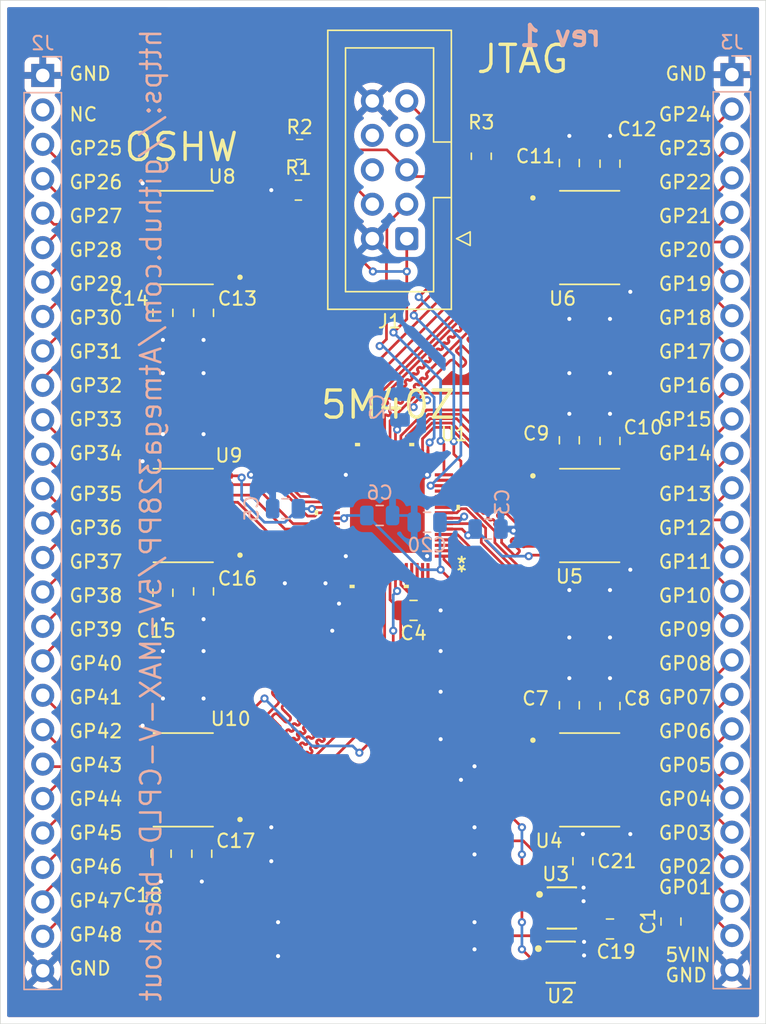
<source format=kicad_pcb>
(kicad_pcb (version 20241229) (generator "pcbnew") (generator_version "9.0")
  (title_block (title "MAX V 5M40Z breakout board") (date "2025-11-27") (rev "1"))
  (layers (0 "F.Cu" signal) (2 "B.Cu" signal) (13 "F.Paste" user) (15 "B.Paste" user) (5 "F.SilkS" user "F.Silkscreen") (7 "B.SilkS" user "B.Silkscreen") (1 "F.Mask" user) (3 "B.Mask" user) (25 "Edge.Cuts" user))
  (net 0 "")
  (net 1 "GND")
  (net 5 "/3.3v")
  (net 6 "/5v")
  (net 7 "/IO18")
  (net 8 "/IO25")
  (net 9 "/IO36")
  (net 10 "/IO39")
  (net 11 "/IO26")
  (net 12 "/IO14")
  (net 13 "/IO33")
  (net 14 "/IO16")
  (net 15 "/IO9")
  (net 16 "/IO35")
  (net 17 "/IO41")
  (net 18 "/IO45")
  (net 19 "/IO7")
  (net 20 "/IO37")
  (net 21 "/IO48")
  (net 22 "/IO40")
  (net 23 "/1.8v")
  (net 24 "/IO27")
  (net 25 "/IO20")
  (net 26 "/IO29")
  (net 27 "/IO44")
  (net 28 "/IO5")
  (net 29 "/IO28")
  (net 30 "/IO43")
  (net 31 "/IO24")
  (net 32 "/IO19")
  (net 33 "/IO30")
  (net 34 "/IO46")
  (net 35 "/IO31")
  (net 36 "/IO17")
  (net 37 "/IO4")
  (net 38 "/IO21")
  (net 39 "/IO12")
  (net 40 "/IO1")
  (net 41 "/IO15")
  (net 42 "/IO8")
  (net 43 "/IO47")
  (net 44 "/IO2")
  (net 45 "/IO38")
  (net 46 "/IO22")
  (net 47 "/IO11")
  (net 48 "/IO32")
  (net 49 "/IO3")
  (net 50 "/IO10")
  (net 51 "/IO13")
  (net 52 "/IO34")
  (net 53 "/IO42")
  (net 54 "/IO6")
  (net 55 "/IO23")
  (net 58 "/5VIO2")
  (net 59 "/5VIO5")
  (net 60 "/5VIO8")
  (net 61 "/5VIO4")
  (net 62 "/5VIO6")
  (net 63 "/5VIO3")
  (net 64 "/5VIO1")
  (net 65 "/5VIO7")
  (net 66 "/5VIO9")
  (net 67 "/5VIO15")
  (net 68 "/5VIO14")
  (net 69 "/5VIO12")
  (net 70 "/5VIO13")
  (net 71 "/5VIO11")
  (net 72 "/5VIO10")
  (net 73 "/5VIO16")
  (net 74 "/5VIO24")
  (net 75 "/5VIO23")
  (net 76 "/5VIO19")
  (net 77 "/5VIO22")
  (net 78 "/5VIO17")
  (net 79 "/5VIO21")
  (net 80 "/5VIO18")
  (net 81 "/5VIO20")
  (net 82 "/5VIO28")
  (net 83 "/5VIO30")
  (net 84 "/5VIO25")
  (net 85 "/5VIO27")
  (net 86 "/5VIO31")
  (net 87 "/5VIO29")
  (net 88 "/5VIO32")
  (net 89 "/5VIO26")
  (net 90 "/5VIO38")
  (net 91 "/5VIO40")
  (net 92 "/5VIO36")
  (net 93 "/5VIO39")
  (net 94 "/5VIO37")
  (net 95 "/5VIO34")
  (net 96 "/5VIO35")
  (net 97 "/5VIO33")
  (net 98 "/5VIO42")
  (net 99 "/5VIO44")
  (net 100 "/5VIO45")
  (net 101 "/5VIO43")
  (net 102 "/5VIO47")
  (net 103 "/5VIO46")
  (net 104 "/5VIO41")
  (net 105 "/5VIO48")
  (net 106 "/TCK")
  (net 107 "/TMS")
  (net 108 "/TDO")
  (net 109 "/TDI")
  (footprint "Capacitor_SMD:C_0805_2012Metric" (layer "F.Cu") (at 175 104.05 -90)
    (property "Reference" "C8")
    (property "Value" ".1μF")
  )
  (footprint "Capacitor_SMD:C_0805_2012Metric" (layer "F.Cu") (at 144.87 114.95 90)
    (property "Reference" "C17")
    (property "Value" ".1μF")
  )
  (footprint "CPLD breakout:SOP65P640X120-20N(3.3v-5v bidirect shift)" (layer "F.Cu") (at 173.5 90)
    (property "Reference" "U5")
    (property "Value" "TXS0108EPWR(3.3v-5v bidirect level)" (hide yes))
  )
  (footprint "Connector_IDC:IDC-Header_2x05_P2.54mm_Vertical" (layer "F.Cu") (at 160 69.58 180)
    (property "Reference" "J1")
    (property "Value" "JTAG 10 pin")
  )
  (footprint "Resistor_SMD:R_0805_2012Metric" (layer "F.Cu") (at 152.0875 63)
    (property "Reference" "R2")
    (property "Value" "10kOhm")
  )
  (footprint "Capacitor_SMD:C_0805_2012Metric" (layer "F.Cu") (at 145 95.598539 90)
    (property "Reference" "C16")
    (property "Value" ".1μF")
  )
  (footprint "Capacitor_SMD:C_0805_2012Metric" (layer "F.Cu") (at 179.5 119.95 90)
    (property "Reference" "C1")
    (property "Value" "10μF")
  )
  (footprint "CPLD breakout:SOP65P640X120-20N(3.3v-5v bidirect shift)" (layer "F.Cu") (at 173.5 109.5)
    (property "Reference" "U4")
    (property "Value" "TXS0108EPWR(3.3v-5v bidirect level)" (hide yes))
  )
  (footprint "Capacitor_SMD:C_0805_2012Metric" (layer "F.Cu") (at 172 64 -90)
    (property "Reference" "C11")
    (property "Value" ".1μF")
  )
  (footprint "Capacitor_SMD:C_0805_2012Metric" (layer "F.Cu") (at 175 64.05 -90)
    (property "Reference" "C12")
    (property "Value" ".1μF")
  )
  (footprint "CPLD breakout:TPSM828212SILR(5v to 1.8v)" (layer "F.Cu") (at 171.362 122.95)
    (property "Reference" "U2")
    (property "Value" "TPSM828212(5v to 1.8v)SILR" (hide yes))
  )
  (footprint "CPLD breakout:SOP65P640X120-20N(3.3v-5v bidirect shift)" (layer "F.Cu") (at 143.5 69.5 180)
    (property "Reference" "U8")
    (property "Value" "TXS0108EPWR(3.3v-5v bidirect level)" (hide yes))
  )
  (footprint "Capacitor_SMD:C_0805_2012Metric" (layer "F.Cu") (at 142 75.05 90)
    (property "Reference" "C14")
    (property "Value" ".1μF")
  )
  (footprint "Resistor_SMD:R_0805_2012Metric" (layer "F.Cu") (at 165.5 63.5 90)
    (property "Reference" "R3")
    (property "Value" "10kOhm")
  )
  (footprint "CPLD breakout:TPSM828214SILR(5v to 3.3v)" (layer "F.Cu") (at 171.45 118.95)
    (property "Reference" "U3")
    (property "Value" "TPSM828214SILR(5v to 3.3v)" (hide yes))
  )
  (footprint "CPLD breakout:SOP65P640X120-20N(3.3v-5v bidirect shift)" (layer "F.Cu") (at 143.5 90 180)
    (property "Reference" "U9")
    (property "Value" "TXS0108EPWR(3.3v-5v bidirect level)" (hide yes))
  )
  (footprint "CPLD breakout:SOP65P640X120-20N(3.3v-5v bidirect shift)" (layer "F.Cu") (at 173.5 69.5)
    (property "Reference" "U6")
    (property "Value" "TXS0108EPWR(3.3v-5v bidirect level)" (hide yes))
  )
  (footprint "Capacitor_SMD:C_0805_2012Metric" (layer "F.Cu") (at 145 75.05 90)
    (property "Reference" "C13")
    (property "Value" ".1μF")
  )
  (footprint "Capacitor_SMD:C_0805_2012Metric" (layer "F.Cu") (at 160.5 97 180)
    (property "Reference" "C4")
    (property "Value" ".1μF")
  )
  (footprint "Resistor_SMD:R_0805_2012Metric" (layer "F.Cu") (at 152 66)
    (property "Reference" "R1")
    (property "Value" "1kOhm")
  )
  (footprint "Capacitor_SMD:C_0805_2012Metric" (layer "F.Cu") (at 175 84.5 -90)
    (property "Reference" "C10")
    (property "Value" ".1μF")
  )
  (footprint "Capacitor_SMD:C_0805_2012Metric" (layer "F.Cu") (at 175 120.5 180)
    (property "Reference" "C19")
    (property "Value" ".1μF")
  )
  (footprint "CPLD breakout:EQFP64_A_1P2-D2_4P5_INT" (layer "F.Cu") (at 158.565 90 180)
    (property "Reference" "U1")
    (property "Value" "5M40ZE64I5N")
  )
  (footprint "Capacitor_SMD:C_0805_2012Metric" (layer "F.Cu") (at 142 95.698539 90)
    (property "Reference" "C15")
    (property "Value" ".1μF")
  )
  (footprint "Capacitor_SMD:C_0805_2012Metric" (layer "F.Cu") (at 173 115.5 -90)
    (property "Reference" "C21")
    (property "Value" ".1μF")
  )
  (footprint "CPLD breakout:SOP65P640X120-20N(3.3v-5v bidirect shift)" (layer "F.Cu") (at 143.5 109.5 180)
    (property "Reference" "U10" (hide yes))
    (property "Value" "TXS0108EPWR(3.3v-5v bidirect level)" (hide yes))
  )
  (footprint "Capacitor_SMD:C_0805_2012Metric" (layer "F.Cu") (at 141.87 114.95 90)
    (property "Reference" "C18")
    (property "Value" ".1μF")
  )
  (footprint "CPLD breakout:OSHW_COPPER_10MM" (layer "F.Cu") (at 143.5 57.5)
    (property "Reference" "OSHW_COPPER_10MM" (hide yes))
    (property "Value" "VAL**" (hide yes))
  )
  (footprint "Capacitor_SMD:C_0805_2012Metric" (layer "F.Cu") (at 172 84.45 -90)
    (property "Reference" "C9")
    (property "Value" ".1μF")
  )
  (footprint "Capacitor_SMD:C_0805_2012Metric" (layer "F.Cu") (at 172 104 -90)
    (property "Reference" "C7")
    (property "Value" ".1μF")
  )
  (footprint "Connector_PinHeader_2.54mm:PinHeader_1x27_P2.54mm_Vertical" (layer "B.Cu") (at 133.13 57.54 180)
    (property "Reference" "J2")
    (property "Value" "Conn_01x27_Pin" (hide yes))
  )
  (footprint "Capacitor_SMD:C_0805_2012Metric" (layer "B.Cu") (at 161.5 90.5)
    (property "Reference" "C20")
    (property "Value" ".1μF")
  )
  (footprint "Capacitor_SMD:C_0805_2012Metric" (layer "B.Cu") (at 158 90 180)
    (property "Reference" "C6")
    (property "Value" ".1μF")
  )
  (footprint "Capacitor_SMD:C_0805_2012Metric" (layer "B.Cu") (at 159.5 82 -90)
    (property "Reference" "C2")
    (property "Value" ".1μF")
  )
  (footprint "Capacitor_SMD:C_0805_2012Metric" (layer "B.Cu") (at 151.05 89.5)
    (property "Reference" "C5")
    (property "Value" ".1μF")
  )
  (footprint "Connector_PinHeader_2.54mm:PinHeader_1x27_P2.54mm_Vertical" (layer "B.Cu") (at 184 57.48 180)
    (property "Reference" "J3")
    (property "Value" "Conn_01x27_Pin" (hide yes))
  )
  (footprint "Capacitor_SMD:C_0805_2012Metric" (layer "B.Cu") (at 166 91 180)
    (property "Reference" "C3")
    (property "Value" ".1μF")
  )
  (gr_rect (start 130 52) (end 186.5 127.5) (stroke (width 0.05)) (fill no) (layer "Edge.Cuts"))
  (gr_text "GP45" (at 135 114 0) (layer "F.SilkS") (effects (font (size 1 1)) (justify left bottom)))
  (gr_text "GP44" (at 135 111.5 0) (layer "F.SilkS") (effects (font (size 1 1)) (justify left bottom)))
  (gr_text "JTAG" (at 165 57.5 0) (layer "F.SilkS") (effects (font (size 2 2) (thickness 0.25)) (justify left bottom)))
  (gr_text "GP19" (at 178.5 73.5 0) (layer "F.SilkS") (effects (font (size 1 1)) (justify left bottom)))
  (gr_text "GP34" (at 135 86 0) (layer "F.SilkS") (effects (font (size 1 1)) (justify left bottom)))
  (gr_text "GP06" (at 178.5 106.5 0) (layer "F.SilkS") (effects (font (size 1 1)) (justify left bottom)))
  (gr_text "GP07" (at 178.5 104 0) (layer "F.SilkS") (effects (font (size 1 1)) (justify left bottom)))
  (gr_text "GP11" (at 178.5 94 0) (layer "F.SilkS") (effects (font (size 1 1)) (justify left bottom)))
  (gr_text "GP16" (at 178.5 81 0) (layer "F.SilkS") (effects (font (size 1 1)) (justify left bottom)))
  (gr_text "GP12" (at 178.5 91.5 0) (layer "F.SilkS") (effects (font (size 1 1)) (justify left bottom)))
  (gr_text "5VIN" (at 179 123 0) (layer "F.SilkS") (effects (font (size 1 1)) (justify left bottom)))
  (gr_text "GP41" (at 135 104 0) (layer "F.SilkS") (effects (font (size 1 1)) (justify left bottom)))
  (gr_text "GP01" (at 178.5 118 0) (layer "F.SilkS") (effects (font (size 1 1)) (justify left bottom)))
  (gr_text "GP32" (at 135 81 0) (layer "F.SilkS") (effects (font (size 1 1)) (justify left bottom)))
  (gr_text "GP46" (at 135 116.5 0) (layer "F.SilkS") (effects (font (size 1 1)) (justify left bottom)))
  (gr_text "GP25" (at 135 63.5 0) (layer "F.SilkS") (effects (font (size 1 1)) (justify left bottom)))
  (gr_text "NC" (at 135 61 0) (layer "F.SilkS") (effects (font (size 1 1)) (justify left bottom)))
  (gr_text "5M40Z" (at 153.5 83 0) (layer "F.SilkS") (effects (font (size 2 2) (thickness 0.25)) (justify left bottom)))
  (gr_text "GP20" (at 178.5 71 0) (layer "F.SilkS") (effects (font (size 1 1)) (justify left bottom)))
  (gr_text "GP39" (at 135 99 0) (layer "F.SilkS") (effects (font (size 1 1)) (justify left bottom)))
  (gr_text "GND\n" (at 179 58 0) (layer "F.SilkS") (effects (font (size 1 1)) (justify left bottom)))
  (gr_text "GP24" (at 178.5 61 0) (layer "F.SilkS") (effects (font (size 1 1)) (justify left bottom)))
  (gr_text "GP02" (at 178.5 116.5 0) (layer "F.SilkS") (effects (font (size 1 1)) (justify left bottom)))
  (gr_text "GP27" (at 135 68.5 0) (layer "F.SilkS") (effects (font (size 1 1)) (justify left bottom)))
  (gr_text "GP05" (at 178.5 109 0) (layer "F.SilkS") (effects (font (size 1 1)) (justify left bottom)))
  (gr_text "GP48" (at 135 121.5 0) (layer "F.SilkS") (effects (font (size 1 1)) (justify left bottom)))
  (gr_text "GP04" (at 178.5 111.5 0) (layer "F.SilkS") (effects (font (size 1 1)) (justify left bottom)))
  (gr_text "GP35" (at 135 89 0) (layer "F.SilkS") (effects (font (size 1 1)) (justify left bottom)))
  (gr_text "GP08" (at 178.5 101.5 0) (layer "F.SilkS") (effects (font (size 1 1)) (justify left bottom)))
  (gr_text "GP36" (at 135 91.5 0) (layer "F.SilkS") (effects (font (size 1 1)) (justify left bottom)))
  (gr_text "GP22" (at 178.5 66 0) (layer "F.SilkS") (effects (font (size 1 1)) (justify left bottom)))
  (gr_text "GP03" (at 178.5 114 0) (layer "F.SilkS") (effects (font (size 1 1)) (justify left bottom)))
  (gr_text "GND" (at 135 58 0) (layer "F.SilkS") (effects (font (size 1 1)) (justify left bottom)))
  (gr_text "GP14" (at 178.5 86 0) (layer "F.SilkS") (effects (font (size 1 1)) (justify left bottom)))
  (gr_text "U10" (at 147 105 0) (layer "F.SilkS") (effects (font (size 1 1))))
  (gr_text "GP30" (at 135 76 0) (layer "F.SilkS") (effects (font (size 1 1)) (justify left bottom)))
  (gr_text "GP31 " (at 135 78.5 0) (layer "F.SilkS") (effects (font (size 1 1)) (justify left bottom)))
  (gr_text "GP47" (at 135 119 0) (layer "F.SilkS") (effects (font (size 1 1)) (justify left bottom)))
  (gr_text "GP43" (at 135 109 0) (layer "F.SilkS") (effects (font (size 1 1)) (justify left bottom)))
  (gr_text "GP21" (at 178.5 68.5 0) (layer "F.SilkS") (effects (font (size 1 1)) (justify left bottom)))
  (gr_text "GP33" (at 135 83.5 0) (layer "F.SilkS") (effects (font (size 1 1)) (justify left bottom)))
  (gr_text "GND" (at 179 124.5 0) (layer "F.SilkS") (effects (font (size 1 1)) (justify left bottom)))
  (gr_text "GP37" (at 135 94 0) (layer "F.SilkS") (effects (font (size 1 1)) (justify left bottom)))
  (gr_text "GP10" (at 178.5 96.5 0) (layer "F.SilkS") (effects (font (size 1 1)) (justify left bottom)))
  (gr_text "GP13" (at 178.5 89 0) (layer "F.SilkS") (effects (font (size 1 1)) (justify left bottom)))
  (gr_text "GP09" (at 178.5 99 0) (layer "F.SilkS") (effects (font (size 1 1)) (justify left bottom)))
  (gr_text "GP15" (at 178.5 83.5 0) (layer "F.SilkS") (effects (font (size 1 1)) (justify left bottom)))
  (gr_text "GP29" (at 135 73.5 0) (layer "F.SilkS") (effects (font (size 1 1)) (justify left bottom)))
  (gr_text "GP17" (at 178.5 78.5 0) (layer "F.SilkS") (effects (font (size 1 1)) (justify left bottom)))
  (gr_text "GP18" (at 178.5 76 0) (layer "F.SilkS") (effects (font (size 1 1)) (justify left bottom)))
  (gr_text "GP23" (at 178.5 63.5 0) (layer "F.SilkS") (effects (font (size 1 1)) (justify left bottom)))
  (gr_text "GP26" (at 135 66 0) (layer "F.SilkS") (effects (font (size 1 1)) (justify left bottom)))
  (gr_text "GND" (at 135 124 0) (layer "F.SilkS") (effects (font (size 1 1)) (justify left bottom)))
  (gr_text "GP42" (at 135 106.5 0) (layer "F.SilkS") (effects (font (size 1 1)) (justify left bottom)))
  (gr_text "GP28" (at 135 71 0) (layer "F.SilkS") (effects (font (size 1 1)) (justify left bottom)))
  (gr_text "GP38" (at 135 96.5 0) (layer "F.SilkS") (effects (font (size 1 1)) (justify left bottom)))
  (gr_text "OSHW" (at 139 64 -0) (layer "F.SilkS") (effects (font (size 2 2) (thickness 0.25)) (justify left bottom)))
  (gr_text "GP40" (at 135 101.5 0) (layer "F.SilkS") (effects (font (size 1 1)) (justify left bottom)))
  (gr_text "rev 1" (at 174.5 55.5 0) (layer "B.SilkS") (effects (font (size 1.5 1.5) (thickness 0.3) (bold yes)) (justify left bottom mirror)))
  (gr_text "https://github.com/Atmega328PP/5V-MAX-V-CPLD-breakout" (at 142 54 90) (layer "B.SilkS") (effects (font (size 1.5 1.5) (thickness 0.1875)) (justify left bottom mirror)))
  (segment (start 155.5 87) (end 155.565 87) (width 0.2) (layer "F.Cu") (net 1))
  (segment (start 173.049002 118.45) (end 172.075 118.450001) (width 0.3) (layer "F.Cu") (net 1))
  (segment (start 161.165 96.715) (end 161.45 97) (width 0.2) (layer "F.Cu") (net 1))
  (segment (start 140.5 66.445) (end 140.63 66.575) (width 0.2) (layer "F.Cu") (net 1))
  (segment (start 141.87 117) (end 141.87 115.9) (width 0.2) (layer "F.Cu") (net 1))
  (segment (start 176.5 112.555) (end 176.37 112.425) (width 0.2) (layer "F.Cu") (net 1))
  (segment (start 175 102) (end 175 103.1) (width 0.3) (layer "F.Cu") (net 1))
  (segment (start 145 97.648539) (end 145 96.548539) (width 0.2) (layer "F.Cu") (net 1))
  (segment (start 176.5 113.5) (end 176.5 112.555) (width 0.2) (layer "F.Cu") (net 1))
  (segment (start 172.574999 117.45) (end 172.075 117.949999) (width 0.3) (layer "F.Cu") (net 1))
  (segment (start 140.5 65.5) (end 140.5 66.445) (width 0.2) (layer "F.Cu") (net 1))
  (segment (start 176.5 94) (end 176.5 93.055) (width 0.2) (layer "F.Cu") (net 1))
  (segment (start 161.564999 96.885001) (end 161.45 97) (width 0.2) (layer "F.Cu") (net 1))
  (segment (start 140.5 86) (end 140.5 86.945) (width 0.2) (layer "F.Cu") (net 1))
  (segment (start 150 66) (end 151.0875 66) (width 0.2) (layer "F.Cu") (net 1))
  (segment (start 161.564999 94.1783) (end 161.564999 96.885001) (width 0.2) (layer "F.Cu") (net 1))
  (segment (start 173.086002 121.450001) (end 172.486998 121.450001) (width 0.3) (layer "F.Cu") (net 1))
  (segment (start 172 102) (end 172 103.05) (width 0.3) (layer "F.Cu") (net 1))
  (segment (start 181.38 120.9) (end 179.5 120.9) (width 0.2) (layer "F.Cu") (net 1))
  (segment (start 161.165 94.1783) (end 161.165 96.715) (width 0.2) (layer "F.Cu") (net 1))
  (segment (start 160.364999 95.914999) (end 161.45 97) (width 0.2) (layer "F.Cu") (net 1))
  (segment (start 155.565 87) (end 158.565 90) (width 0.2) (layer "F.Cu") (net 1))
  (segment (start 142 97.648539) (end 142 96.648539) (width 0.2) (layer "F.Cu") (net 1))
  (segment (start 144.87 117) (end 144.87 115.9) (width 0.2) (layer "F.Cu") (net 1))
  (segment (start 176.5 93.055) (end 176.37 92.925) (width 0.2) (layer "F.Cu") (net 1))
  (segment (start 176.5 73.5) (end 176.5 72.555) (width 0.2) (layer "F.Cu") (net 1))
  (segment (start 161.5 87) (end 161.5 87.065) (width 0.2) (layer "F.Cu") (net 1))
  (segment (start 140.5 105.5) (end 140.5 106.445) (width 0.2) (layer "F.Cu") (net 1))
  (segment (start 172.486998 121.450001) (end 171.987 121.949999) (width 0.3) (layer "F.Cu") (net 1))
  (segment (start 179.5 120.9) (end 175.95 120.9) (width 0.2) (layer "F.Cu") (net 1))
  (segment (start 175 62) (end 175 63.1) (width 0.3) (layer "F.Cu") (net 1))
  (segment (start 159.565001 95.115001) (end 159.965 95.515) (width 0.2) (layer "F.Cu") (net 1))
  (segment (start 159.965 95.515) (end 160.364999 95.914999) (width 0.2) (layer "F.Cu") (net 1))
  (segment (start 159.565001 94.1783) (end 159.565001 95.115001) (width 0.2) (layer "F.Cu") (net 1))
  (segment (start 162.5 97) (end 161.45 97) (width 0.2) (layer "F.Cu") (net 1))
  (segment (start 173.049002 117.45) (end 172.574999 117.45) (width 0.3) (layer "F.Cu") (net 1))
  (segment (start 176.5 72.555) (end 176.37 72.425) (width 0.2) (layer "F.Cu") (net 1))
  (segment (start 160.364999 94.1783) (end 160.364999 95.914999) (width 0.2) (layer "F.Cu") (net 1))
  (segment (start 161.5 93) (end 161.5 92.935) (width 0.2) (layer "F.Cu") (net 1))
  (segment (start 172 83.5) (end 172 82.5) (width 0.3) (layer "F.Cu") (net 1))
  (segment (start 140.5 106.445) (end 140.63 106.575) (width 0.2) (layer "F.Cu") (net 1))
  (segment (start 161.5 87.065) (end 158.565 90) (width 0.2) (layer "F.Cu") (net 1))
  (segment (start 173 113.5) (end 173 114.55) (width 0.2) (layer "F.Cu") (net 1))
  (segment (start 172 62) (end 172 63.05) (width 0.3) (layer "F.Cu") (net 1))
  (segment (start 175 82.5) (end 175 83.55) (width 0.3) (layer "F.Cu") (net 1))
  (segment (start 155.565 93) (end 158.565 90) (width 0.2) (layer "F.Cu") (net 1))
  (segment (start 155.5 93) (end 155.565 93) (width 0.2) (layer "F.Cu") (net 1))
  (segment (start 161.5 92.935) (end 158.565 90) (width 0.2) (layer "F.Cu") (net 1))
  (segment (start 145 77.05) (end 145 76) (width 0.2) (layer "F.Cu") (net 1))
  (segment (start 140.5 86.945) (end 140.63 87.075) (width 0.2) (layer "F.Cu") (net 1))
  (segment (start 159.965 94.1783) (end 159.965 95.515) (width 0.2) (layer "F.Cu") (net 1))
  (segment (start 160.765001 96.315001) (end 161.45 97) (width 0.2) (layer "F.Cu") (net 1))
  (segment (start 142 77.05) (end 142 76) (width 0.2) (layer "F.Cu") (net 1))
  (segment (start 173.086002 122.450001) (end 171.987 122.450001) (width 0.3) (layer "F.Cu") (net 1))
  (segment (start 184 123.52) (end 181.38 120.9) (width 0.2) (layer "F.Cu") (net 1))
  (segment (start 160.765001 94.1783) (end 160.765001 96.315001) (width 0.2) (layer "F.Cu") (net 1))
  (via (at 172 79.5) (size 0.6) (drill 0.3) (layers "F.Cu" "B.Cu") (net 1))
  (via (at 175 62) (size 0.6) (drill 0.3) (layers "F.Cu" "B.Cu") (net 1))
  (via (at 162.5 100) (size 0.6) (drill 0.3) (layers "F.Cu" "B.Cu") (net 1))
  (via (at 165 120) (size 0.6) (drill 0.3) (layers "F.Cu" "B.Cu") (net 1))
  (via (at 142 97.648539) (size 0.6) (drill 0.3) (layers "F.Cu" "B.Cu") (net 1))
  (via (at 173.086002 122.450001) (size 0.6) (drill 0.3) (layers "F.Cu" "B.Cu") (net 1))
  (via (at 165 115) (size 0.6) (drill 0.3) (layers "F.Cu" "B.Cu") (net 1))
  (via (at 145 77.05) (size 0.6) (drill 0.3) (layers "F.Cu" "B.Cu") (net 1))
  (via (at 151 95) (size 0.6) (drill 0.3) (layers "F.Cu" "B.Cu") (net 1))
  (via (at 155 96.5) (size 0.6) (drill 0.3) (layers "F.Cu" "B.Cu") (net 1))
  (via (at 176.5 73.5) (size 0.6) (drill 0.3) (layers "F.Cu" "B.Cu") (net 1))
  (via (at 145 79.5) (size 0.6) (drill 0.3) (layers "F.Cu" "B.Cu") (net 1))
  (via (at 150 115.5) (size 0.6) (drill 0.3) (layers "F.Cu" "B.Cu") (net 1))
  (via (at 155.5 87) (size 0.6) (drill 0.3) (layers "F.Cu" "B.Cu") (net 1))
  (via (at 142 79.5) (size 0.6) (drill 0.3) (layers "F.Cu" "B.Cu") (net 1))
  (via (at 172 99) (size 0.6) (drill 0.3) (layers "F.Cu" "B.Cu") (net 1))
  (via (at 165 108.5) (size 0.6) (drill 0.3) (layers "F.Cu" "B.Cu") (net 1))
  (via (at 175 95.5) (size 0.6) (drill 0.3) (layers "F.Cu" "B.Cu") (net 1))
  (via (at 150.5 122.5) (size 0.6) (drill 0.3) (layers "F.Cu" "B.Cu") (net 1))
  (via (at 140.5 86) (size 0.6) (drill 0.3) (layers "F.Cu" "B.Cu") (net 1))
  (via (at 142 84) (size 0.6) (drill 0.3) (layers "F.Cu" "B.Cu") (net 1))
  (via (at 162.5 97) (size 0.6) (drill 0.3) (layers "F.Cu" "B.Cu") (net 1))
  (via (at 164 109.5) (size 0.6) (drill 0.3) (layers "F.Cu" "B.Cu") (net 1))
  (via (at 165 122) (size 0.6) (drill 0.3) (layers "F.Cu" "B.Cu") (net 1))
  (via (at 142 100) (size 0.6) (drill 0.3) (layers "F.Cu" "B.Cu") (net 1))
  (via (at 142 77.05) (size 0.6) (drill 0.3) (layers "F.Cu" "B.Cu") (net 1))
  (via (at 145 97.648539) (size 0.6) (drill 0.3) (layers "F.Cu" "B.Cu") (net 1))
  (via (at 148.5 87) (size 0.6) (drill 0.3) (layers "F.Cu" "B.Cu") (net 1))
  (via (at 150 66) (size 0.6) (drill 0.3) (layers "F.Cu" "B.Cu") (net 1))
  (via (at 173 113.5) (size 0.6) (drill 0.3) (layers "F.Cu" "B.Cu") (net 1))
  (via (at 161.5 87) (size 0.6) (drill 0.3) (layers "F.Cu" "B.Cu") (net 1))
  (via (at 175 82.5) (size 0.6) (drill 0.3) (layers "F.Cu" "B.Cu") (net 1))
  (via (at 176.5 94) (size 0.6) (drill 0.3) (layers "F.Cu" "B.Cu") (net 1))
  (via (at 155.5 93) (size 0.6) (drill 0.3) (layers "F.Cu" "B.Cu") (net 1))
  (via (at 161.5 93) (size 0.6) (drill 0.3) (layers "F.Cu" "B.Cu") (net 1))
  (via (at 165 113) (size 0.6) (drill 0.3) (layers "F.Cu" "B.Cu") (net 1))
  (via (at 142 103.5) (size 0.6) (drill 0.3) (layers "F.Cu" "B.Cu") (net 1))
  (via (at 154 95) (size 0.6) (drill 0.3) (layers "F.Cu" "B.Cu") (net 1))
  (via (at 172 102) (size 0.6) (drill 0.3) (layers "F.Cu" "B.Cu") (net 1))
  (via (at 140.5 105.5) (size 0.6) (drill 0.3) (layers "F.Cu" "B.Cu") (net 1))
  (via (at 145 84) (size 0.6) (drill 0.3) (layers "F.Cu" "B.Cu") (net 1))
  (via (at 175 75.5) (size 0.6) (drill 0.3) (layers "F.Cu" "B.Cu") (net 1))
  (via (at 140.5 65.5) (size 0.6) (drill 0.3) (layers "F.Cu" "B.Cu") (net 1))
  (via (at 144.87 117) (size 0.6) (drill 0.3) (layers "F.Cu" "B.Cu") (net 1))
  (via (at 175 102) (size 0.6) (drill 0.3) (layers "F.Cu" "B.Cu") (net 1))
  (via (at 161.5 81.5) (size 0.6) (drill 0.3) (layers "F.Cu" "B.Cu") (net 1))
  (via (at 173.086002 121.450001) (size 0.6) (drill 0.3) (layers "F.Cu" "B.Cu") (net 1))
  (via (at 167.882304 91.117696) (size 0.6) (drill 0.3) (layers "F.Cu" "B.Cu") (net 1))
  (via (at 172 75.5) (size 0.6) (drill 0.3) (layers "F.Cu" "B.Cu") (net 1))
  (via (at 145 100) (size 0.6) (drill 0.3) (layers "F.Cu" "B.Cu") (net 1))
  (via (at 141.87 117) (size 0.6) (drill 0.3) (layers "F.Cu" "B.Cu") (net 1))
  (via (at 162.5 106.5) (size 0.6) (drill 0.3) (layers "F.Cu" "B.Cu") (net 1))
  (via (at 173.049002 118.45) (size 0.6) (drill 0.3) (layers "F.Cu" "B.Cu") (net 1))
  (via (at 175 79.5) (size 0.6) (drill 0.3) (layers "F.Cu" "B.Cu") (net 1))
  (via (at 172 82.5) (size 0.6) (drill 0.3) (layers "F.Cu" "B.Cu") (net 1))
  (via (at 173.049002 117.45) (size 0.6) (drill 0.3) (layers "F.Cu" "B.Cu") (net 1))
  (via (at 150 113) (size 0.6) (drill 0.3) (layers "F.Cu" "B.Cu") (net 1))
  (via (at 154.5 98.5) (size 0.6) (drill 0.3) (layers "F.Cu" "B.Cu") (net 1))
  (via (at 175 99) (size 0.6) (drill 0.3) (layers "F.Cu" "B.Cu") (net 1))
  (via (at 150.5 120) (size 0.6) (drill 0.3) (layers "F.Cu" "B.Cu") (net 1))
  (via (at 172 95.5) (size 0.6) (drill 0.3) (layers "F.Cu" "B.Cu") (net 1))
  (via (at 176.5 113.5) (size 0.6) (drill 0.3) (layers "F.Cu" "B.Cu") (net 1))
  (via (at 162.5 103) (size 0.6) (drill 0.3) (layers "F.Cu" "B.Cu") (net 1))
  (via (at 172 62) (size 0.6) (drill 0.3) (layers "F.Cu" "B.Cu") (net 1))
  (via (at 145 103.5) (size 0.6) (drill 0.3) (layers "F.Cu" "B.Cu") (net 1))
  (segment (start 167.882304 91.117696) (end 167.067696 91.117696) (width 0.2) (layer "B.Cu") (net 1))
  (segment (start 161 81.5) (end 160.55 81.05) (width 0.2) (layer "B.Cu") (net 1))
  (segment (start 161.5 93) (end 160.55 92.05) (width 0.2) (layer "B.Cu") (net 1))
  (segment (start 167.067696 91.117696) (end 166.95 91) (width 0.2) (layer "B.Cu") (net 1))
  (segment (start 160.55 81.05) (end 159.5 81.05) (width 0.2) (layer "B.Cu") (net 1))
  (segment (start 148.5 87) (end 150.1 88.6) (width 0.2) (layer "B.Cu") (net 1))
  (segment (start 160.55 92.05) (end 160.55 90.5) (width 0.2) (layer "B.Cu") (net 1))
  (segment (start 161.5 81.5) (end 161 81.5) (width 0.2) (layer "B.Cu") (net 1))
  (segment (start 160.05 90) (end 160.55 90.5) (width 0.2) (layer "B.Cu") (net 1))
  (segment (start 150.1 88.6) (end 150.1 89.5) (width 0.2) (layer "B.Cu") (net 1))
  (segment (start 158.95 90) (end 160.05 90) (width 0.2) (layer "B.Cu") (net 1))
  (segment (start 144.37 112) (end 144.37 107.13) (width 0.2) (layer "F.Cu") (net 5))
  (segment (start 144 75.1) (end 145 74.1) (width 0.2) (layer "F.Cu") (net 5))
  (segment (start 172 64.95) (end 172 66.639999) (width 0.2) (layer "F.Cu") (net 5))
  (segment (start 172.075 119.449999) (end 172.650999 119.449999) (width 0.2) (layer "F.Cu") (net 5))
  (segment (start 144.5 92.56354) (end 144.5 87.648539) (width 0.2) (layer "F.Cu") (net 5))
  (segment (start 146.215001 71.775) (end 147 71.775) (width 0.2) (layer "F.Cu") (net 5))
  (segment (start 172.5 112.5) (end 172.425 112.425) (width 0.2) (layer "F.Cu") (net 5))
  (segment (start 164.534991 91.465009) (end 164.069983 91.000001) (width 0.2) (layer "F.Cu") (net 5))
  (segment (start 170.273003 119.950001) (end 169.798 119.474998) (width 0.2) (layer "F.Cu") (net 5))
  (segment (start 145 94.648539) (end 145 93.06354) (width 0.2) (layer "F.Cu") (net 5))
  (segment (start 144.37 107.13) (end 144.925 106.575) (width 0.2) (layer "F.Cu") (net 5))
  (segment (start 159.285 83.66376) (end 159.164999 83.783761) (width 0.2) (layer "F.Cu") (net 5))
  (segment (start 164.069983 91.000001) (end 162.7433 91.000001) (width 0.2) (layer "F.Cu") (net 5))
  (segment (start 151.175 63.825) (end 151.175 63) (width 0.2) (layer "F.Cu") (net 5))
  (segment (start 145.715001 92.348539) (end 146.5 92.348539) (width 0.2) (layer "F.Cu") (net 5))
  (segment (start 172 85.4) (end 173.026 84.374) (width 0.2) (layer "F.Cu") (net 5))
  (segment (start 144.5 87.648539) (end 145.073539 87.075) (width 0.2) (layer "F.Cu") (net 5))
  (segment (start 145.073539 87.075) (end 146.37 87.075) (width 0.2) (layer "F.Cu") (net 5))
  (segment (start 170.63 92.925) (end 169.075 92.925) (width 0.2) (layer "F.Cu") (net 5))
  (segment (start 173.026 103.924) (end 173.026 93.526) (width 0.2) (layer "F.Cu") (net 5))
  (segment (start 160.508226 81.754968) (end 160.508226 82.008226) (width 0.2) (layer "F.Cu") (net 5))
  (segment (start 172.5 65.45) (end 172 64.95) (width 0.2) (layer "F.Cu") (net 5))
  (segment (start 145.74606 92.275) (end 146.37 92.275) (width 0.2) (layer "F.Cu") (net 5))
  (segment (start 145 65) (end 150.5 65) (width 0.2) (layer "F.Cu") (net 5))
  (segment (start 144 95.648539) (end 145 94.648539) (width 0.2) (layer "F.Cu") (net 5))
  (segment (start 172 104.95) (end 173.026 103.924) (width 0.2) (layer "F.Cu") (net 5))
  (segment (start 169.798 115.202) (end 172.5 112.5) (width 0.2) (layer "F.Cu") (net 5))
  (segment (start 144.37 107.13) (end 144 106.76) (width 0.2) (layer "F.Cu") (net 5))
  (segment (start 172 104.95) (end 172 106.639999) (width 0.2) (layer "F.Cu") (net 5))
  (segment (start 171.414999 67.225) (end 170.63 67.225) (width 0.2) (layer "F.Cu") (net 5))
  (segment (start 159.55 104.45) (end 159.55 97) (width 0.2) (layer "F.Cu") (net 5))
  (segment (start 150.5 65) (end 150.5 64.5) (width 0.2) (layer "F.Cu") (net 5))
  (segment (start 150.5 65) (end 155.42 65) (width 0.2) (layer "F.Cu") (net 5))
  (segment (start 145 93.06354) (end 144.5 92.56354) (width 0.2) (layer "F.Cu") (net 5))
  (segment (start 153 89.519999) (end 153.119998 89.400001) (width 0.2) (layer "F.Cu") (net 5))
  (segment (start 171.4625 64.4125) (end 172 64.95) (width 0.2) (layer "F.Cu") (net 5))
  (segment (start 144.5 67.05) (end 144.925 66.625) (width 0.2) (layer "F.Cu") (net 5))
  (segment (start 144.5 65.5) (end 145 65) (width 0.2) (layer "F.Cu") (net 5))
  (segment (start 172.5 105.45) (end 172 104.95) (width 0.2) (layer "F.Cu") (net 5))
  (segment (start 171.414999 107.225) (end 170.63 107.225) (width 0.2) (layer "F.Cu") (net 5))
  (segment (start 144 87.148539) (end 143.974 87.122539) (width 0.2) (layer "F.Cu") (net 5))
  (segment (start 172 85.4) (end 167.579 80.979) (width 0.2) (layer "F.Cu") (net 5))
  (segment (start 146.37 106.575) (end 149.445 103.5) (width 0.2) (layer "F.Cu") (net 5))
  (segment (start 144.87 113.490001) (end 144.860001 113.490001) (width 0.2) (layer "F.Cu") (net 5))
  (segment (start 172.5 85.9) (end 172 85.4) (width 0.2) (layer "F.Cu") (net 5))
  (segment (start 144 87.148539) (end 144 75.1) (width 0.2) (layer "F.Cu") (net 5))
  (segment (start 147.6798 87.075) (end 147.8098 87.205) (width 0.2) (layer "F.Cu") (net 5))
  (segment (start 172 87.139999) (end 171.414999 87.725) (width 0.2) (layer "F.Cu") (net 5))
  (segment (start 170.825 119.950001) (end 171.250999 120.376) (width 0.2) (layer "F.Cu") (net 5))
  (segment (start 170.705 72.5) (end 170.63 72.425) (width 0.2) (layer "F.Cu") (net 5))
  (segment (start 155.42 65) (end 157.46 67.04) (width 0.2) (layer "F.Cu") (net 5))
  (segment (start 169.798 119.474998) (end 169.798 115.202) (width 0.2) (layer "F.Cu") (net 5))
  (segment (start 165.5 64.4125) (end 171.4625 64.4125) (width 0.2) (layer "F.Cu") (net 5))
  (segment (start 145 74.1) (end 145 72.540001) (width 0.2) (layer "F.Cu") (net 5))
  (segment (start 144.925 106.575) (end 146.37 106.575) (width 0.2) (layer "F.Cu") (net 5))
  (segment (start 172 106.639999) (end 171.414999 107.225) (width 0.2) (layer "F.Cu") (net 5))
  (segment (start 145.585001 111.775) (end 146.37 111.775) (width 0.2) (layer "F.Cu") (net 5))
  (segment (start 170.825 119.950001) (end 170.273003 119.950001) (width 0.2) (layer "F.Cu") (net 5))
  (segment (start 172 66.639999) (end 171.414999 67.225) (width 0.2) (layer "F.Cu") (net 5))
  (segment (start 172.701 120.376) (end 172.701 119.5) (width 0.2) (layer "F.Cu") (net 5))
  (segment (start 144.5 72.05) (end 144.5 67.05) (width 0.2) (layer "F.Cu") (net 5))
  (segment (start 156.5 107.5) (end 159.55 104.45) (width 0.2) (layer "F.Cu") (net 5))
  (segment (start 171.250999 120.376) (end 172.701 120.376) (width 0.2) (layer "F.Cu") (net 5))
  (segment (start 172 85.4) (end 172 87.139999) (width 0.2) (layer "F.Cu") (net 5))
  (segment (start 153.119998 89.400001) (end 154.3867 89.400001) (width 0.2) (layer "F.Cu") (net 5))
  (segment (start 158.765 96.215) (end 158.765 94.1783) (width 0.2) (layer "F.Cu") (net 5))
  (segment (start 170.63 92.925) (end 172.425 92.925) (width 0.2) (layer "F.Cu") (net 5))
  (segment (start 172.5 72.5) (end 172.425 72.425) (width 0.2) (layer "F.Cu") (net 5))
  (segment (start 159.55 97) (end 158.765 96.215) (width 0.2) (layer "F.Cu") (net 5))
  (segment (start 144.925 66.625) (end 146.5 66.625) (width 0.2) (layer "F.Cu") (net 5))
  (segment (start 161.284194 80.979) (end 160.508226 81.754968) (width 0.2) (layer "F.Cu") (net 5))
  (segment (start 172.5 112.5) (end 172.5 105.45) (width 0.2) (layer "F.Cu") (net 5))
  (segment (start 173.026 73.026) (end 172.5 72.5) (width 0.2) (layer "F.Cu") (net 5))
  (segment (start 144.5 67.05) (end 144.5 65.5) (width 0.2) (layer "F.Cu") (net 5))
  (segment (start 172.5 72.5) (end 172.5 65.45) (width 0.2) (layer "F.Cu") (net 5))
  (segment (start 172.701 119.051) (end 172.6 118.95) (width 0.2) (layer "F.Cu") (net 5))
  (segment (start 144.87 114) (end 144.87 112.490001) (width 0.2) (layer "F.Cu") (net 5))
  (segment (start 172.5 93) (end 172.5 85.9) (width 0.2) (layer "F.Cu") (net 5))
  (segment (start 146.37 87.075) (end 147.6798 87.075) (width 0.2) (layer "F.Cu") (net 5))
  (segment (start 149.445 103.5) (end 149.5 103.5) (width 0.2) (layer "F.Cu") (net 5))
  (segment (start 167.579 80.979) (end 161.284194 80.979) (width 0.2) (layer "F.Cu") (net 5))
  (segment (start 172.425 112.425) (end 170.63 112.425) (width 0.2) (layer "F.Cu") (net 5))
  (segment (start 145 93.02106) (end 145.74606 92.275) (width 0.2) (layer "F.Cu") (net 5))
  (segment (start 173.026 93.526) (end 172.5 93) (width 0.2) (layer "F.Cu") (net 5))
  (segment (start 144 106.76) (end 144 95.648539) (width 0.2) (layer "F.Cu") (net 5))
  (segment (start 144.87 112.490001) (end 145.585001 111.775) (width 0.2) (layer "F.Cu") (net 5))
  (segment (start 144.990001 72.540001) (end 144.5 72.05) (width 0.2) (layer "F.Cu") (net 5))
  (segment (start 169.075 92.925) (end 169 93) (width 0.2) (layer "F.Cu") (net 5))
  (segment (start 172.425 72.425) (end 170.63 72.425) (width 0.2) (layer "F.Cu") (net 5))
  (segment (start 172.701 119.5) (end 172.701 119.051) (width 0.2) (layer "F.Cu") (net 5))
  (segment (start 172.650999 119.449999) (end 172.701 119.5) (width 0.2) (layer "F.Cu") (net 5))
  (segment (start 144.860001 112.490001) (end 144.37 112) (width 0.2) (layer "F.Cu") (net 5))
  (segment (start 169.798 115.202) (end 168.596 114) (width 0.2) (layer "F.Cu") (net 5))
  (segment (start 173.026 84.374) (end 173.026 73.026) (width 0.2) (layer "F.Cu") (net 5))
  (segment (start 172.425 92.925) (end 172.5 93) (width 0.2) (layer "F.Cu") (net 5))
  (segment (start 145 93.06354) (end 145 93.02106) (width 0.2) (layer "F.Cu") (net 5))
  (segment (start 171.414999 87.725) (end 170.63 87.725) (width 0.2) (layer "F.Cu") (net 5))
  (segment (start 162.776595 90.966706) (end 162.7433 91.000001) (width 0.2) (layer "F.Cu") (net 5))
  (segment (start 168.596 114) (end 144.87 114) (width 0.2) (layer "F.Cu") (net 5))
  (segment (start 145 72.540001) (end 145.715001 71.825) (width 0.2) (layer "F.Cu") (net 5))
  (segment (start 144.5 87.648539) (end 144 87.148539) (width 0.2) (layer "F.Cu") (net 5))
  (segment (start 150.5 64.5) (end 151.175 63.825) (width 0.2) (layer "F.Cu") (net 5))
  (segment (start 172.6 118.95) (end 172.075 118.95) (width 0.2) (layer "F.Cu") (net 5))
  (segment (start 159.164999 83.783761) (end 159.164999 85.8217) (width 0.2) (layer "F.Cu") (net 5))
  (via (at 147.8098 87.205) (size 0.6) (drill 0.3) (layers "F.Cu" "B.Cu") (net 5))
  (via (at 149.5 103.5) (size 0.6) (drill 0.3) (layers "F.Cu" "B.Cu") (net 5))
  (via (at 153 89.519999) (size 0.6) (drill 0.3) (layers "F.Cu" "B.Cu") (net 5))
  (via (at 160.508226 82.008226) (size 0.6) (drill 0.3) (layers "F.Cu" "B.Cu") (net 5))
  (via (at 156.5 107.5) (size 0.6) (drill 0.3) (layers "F.Cu" "B.Cu") (net 5))
  (via (at 164.534991 91.465009) (size 0.6) (drill 0.3) (layers "F.Cu" "B.Cu") (net 5))
  (via (at 169 93) (size 0.6) (drill 0.3) (layers "F.Cu" "B.Cu") (net 5))
  (via (at 159.285 83.66376) (size 0.6) (drill 0.3) (layers "F.Cu" "B.Cu") (net 5))
  (segment (start 160.508226 82.008226) (end 160.441774 82.008226) (width 0.2) (layer "B.Cu") (net 5))
  (segment (start 167.05 93) (end 165.05 91) (width 0.2) (layer "B.Cu") (net 5))
  (segment (start 151 90.5) (end 152 89.5) (width 0.2) (layer "B.Cu") (net 5))
  (segment (start 165 91) (end 164.534991 91.465009) (width 0.2) (layer "B.Cu") (net 5))
  (segment (start 156.5 107.5) (end 156 107) (width 0.2) (layer "B.Cu") (net 5))
  (segment (start 165.05 91) (end 165 91) (width 0.2) (layer "B.Cu") (net 5))
  (segment (start 147.8098 87.205) (end 147.8098 88.8098) (width 0.2) (layer "B.Cu") (net 5))
  (segment (start 149.5 90.5) (end 151 90.5) (width 0.2) (layer "B.Cu") (net 5))
  (segment (start 152 89.5) (end 152.980001 89.5) (width 0.2) (layer "B.Cu") (net 5))
  (segment (start 153 107) (end 149.5 103.5) (width 0.2) (layer "B.Cu") (net 5))
  (segment (start 159.5 83.44876) (end 159.285 83.66376) (width 0.2) (layer "B.Cu") (net 5))
  (segment (start 156 107) (end 153 107) (width 0.2) (layer "B.Cu") (net 5))
  (segment (start 159.5 82.95) (end 159.5 83.44876) (width 0.2) (layer "B.Cu") (net 5))
  (segment (start 152.980001 89.5) (end 153 89.519999) (width 0.2) (layer "B.Cu") (net 5))
  (segment (start 160.441774 82.008226) (end 159.5 82.95) (width 0.2) (layer "B.Cu") (net 5))
  (segment (start 169 93) (end 167.05 93) (width 0.2) (layer "B.Cu") (net 5))
  (segment (start 147.8098 88.8098) (end 149.5 90.5) (width 0.2) (layer "B.Cu") (net 5))
  (segment (start 173.95 119) (end 173.95 119.73606) (width 0.2) (layer "F.Cu") (net 6))
  (segment (start 170.248999 118.450001) (end 170.199 118.5) (width 0.2) (layer "F.Cu") (net 6))
  (segment (start 170.185003 121.949999) (end 170.737 121.949999) (width 0.2) (layer "F.Cu") (net 6))
  (segment (start 141.544999 71.825) (end 140.76 71.825) (width 0.2) (layer "F.Cu") (net 6))
  (segment (start 175 106.639999) (end 175 115.9) (width 0.2) (layer "F.Cu") (net 6))
  (segment (start 174.5 93) (end 174.5 85.95) (width 0.2) (layer "F.Cu") (net 6))
  (segment (start 170.737 122.95) (end 170.185 122.95) (width 0.2) (layer "F.Cu") (net 6))
  (segment (start 171.925999 116.849) (end 170.825 117.949999) (width 0.2) (layer "F.Cu") (net 6))
  (segment (start 175 85.45) (end 175 87.139999) (width 0.2) (layer "F.Cu") (net 6))
  (segment (start 173.974 73.026) (end 174.5 72.5) (width 0.2) (layer "F.Cu") (net 6))
  (segment (start 172 120.999001) (end 147.499001 120.999001) (width 0.2) (layer "F.Cu") (net 6))
  (segment (start 174.5 105.5) (end 175 105) (width 0.2) (layer "F.Cu") (net 6))
  (segment (start 174.5 72.5) (end 174.5 65.5) (width 0.2) (layer "F.Cu") (net 6))
  (segment (start 173.95 116.95) (end 173.849 116.849) (width 0.2) (layer "F.Cu") (net 6))
  (segment (start 170.160999 122.450001) (end 170.111 122.5) (width 0.2) (layer "F.Cu") (net 6))
  (segment (start 141.423539 92.275) (end 140.63 92.275) (width 0.2) (layer "F.Cu") (net 6))
  (segment (start 170.111 122.5) (end 170.111 122.024002) (width 0.2) (layer "F.Cu") (net 6))
  (segment (start 142.5 111.600001) (end 142.5 107) (width 0.2) (layer "F.Cu") (net 6))
  (segment (start 174.5 65.5) (end 175 65) (width 0.2) (layer "F.Cu") (net 6))
  (segment (start 141.87 112.230001) (end 142.5 111.600001) (width 0.2) (layer "F.Cu") (net 6))
  (segment (start 170.273003 117.949999) (end 170.825 117.949999) (width 0.2) (layer "F.Cu") (net 6))
  (segment (start 182.02 119) (end 179.5 119) (width 0.2) (layer "F.Cu") (net 6))
  (segment (start 170.199 118.5) (end 170.199 118.024002) (width 0.2) (layer "F.Cu") (net 6))
  (segment (start 142 74.1) (end 142 72.280001) (width 0.2) (layer "F.Cu") (net 6))
  (segment (start 175 65) (end 175 66.639999) (width 0.2) (layer "F.Cu") (net 6))
  (segment (start 175 105) (end 175 106.639999) (width 0.2) (layer "F.Cu") (net 6))
  (segment (start 174.5 85.95) (end 175 85.45) (width 0.2) (layer "F.Cu") (net 6))
  (segment (start 143.026 75.126) (end 142 74.1) (width 0.2) (layer "F.Cu") (net 6))
  (segment (start 141.414999 111.775) (end 140.63 111.775) (width 0.2) (layer "F.Cu") (net 6))
  (segment (start 141.87 112.230001) (end 141.414999 111.775) (width 0.2) (layer "F.Cu") (net 6))
  (segment (start 170.825 118.95) (end 170.273 118.95) (width 0.2) (layer "F.Cu") (net 6))
  (segment (start 170.111 122.876) (end 170.111 122.5) (width 0.2) (layer "F.Cu") (net 6))
  (segment (start 175 106.639999) (end 175.585001 107.225) (width 0.2) (layer "F.Cu") (net 6))
  (segment (start 173.974 103.974) (end 173.974 93.526) (width 0.2) (layer "F.Cu") (net 6))
  (segment (start 175.585001 67.225) (end 176.37 67.225) (width 0.2) (layer "F.Cu") (net 6))
  (segment (start 142.896 116.396) (end 142.896 115.026) (width 0.2) (layer "F.Cu") (net 6))
  (segment (start 173.849 116.849) (end 171.925999 116.849) (width 0.2) (layer "F.Cu") (net 6))
  (segment (start 175 66.639999) (end 175.585001 67.225) (width 0.2) (layer "F.Cu") (net 6))
  (segment (start 173.95 116.95) (end 173.95 119) (width 0.2) (layer "F.Cu") (net 6))
  (segment (start 170.111 122.024002) (end 170.185003 121.949999) (width 0.2) (layer "F.Cu") (net 6))
  (segment (start 141.87 114) (end 141.87 112.230001) (width 0.2) (layer "F.Cu") (net 6))
  (segment (start 175.585001 107.225) (end 176.37 107.225) (width 0.2) (layer "F.Cu") (net 6))
  (segment (start 147.499001 120.999001) (end 142.896 116.396) (width 0.2) (layer "F.Cu") (net 6))
  (segment (start 142 94.748539) (end 142 92.851461) (width 0.2) (layer "F.Cu") (net 6))
  (segment (start 184 120.98) (end 182.02 119) (width 0.2) (layer "F.Cu") (net 6))
  (segment (start 175.95 119) (end 173.95 119) (width 0.2) (layer "F.Cu") (net 6))
  (segment (start 172 120.999001) (end 171.687998 120.999001) (width 0.2) (layer "F.Cu") (net 6))
  (segment (start 170.199 118.876) (end 170.199 118.5) (width 0.2) (layer "F.Cu") (net 6))
  (segment (start 170.825 118.450001) (end 170.248999 118.450001) (width 0.2) (layer "F.Cu") (net 6))
  (segment (start 175 105) (end 173.974 103.974) (width 0.2) (layer "F.Cu") (net 6))
  (segment (start 142.5 92.351461) (end 142.5 87.648539) (width 0.2) (layer "F.Cu") (net 6))
  (segment (start 172.687059 120.999001) (end 172 120.999001) (width 0.2) (layer "F.Cu") (net 6))
  (segment (start 171.687998 120.999001) (end 170.737 121.949999) (width 0.2) (layer "F.Cu") (net 6))
  (segment (start 173.974 93.526) (end 174.5 93) (width 0.2) (layer "F.Cu") (net 6))
  (segment (start 175 87.139999) (end 175.585001 87.725) (width 0.2) (layer "F.Cu") (net 6))
  (segment (start 173.974 84.424) (end 173.974 73.026) (width 0.2) (layer "F.Cu") (net 6))
  (segment (start 175 115.9) (end 173.95 116.95) (width 0.2) (layer "F.Cu") (net 6))
  (segment (start 179.57 118.93) (end 179.5 119) (width 0.2) (layer "F.Cu") (net 6))
  (segment (start 175.585001 87.725) (end 176.37 87.725) (width 0.2) (layer "F.Cu") (net 6))
  (segment (start 143 106.5) (end 143 95.748539) (width 0.2) (layer "F.Cu") (net 6))
  (segment (start 142.5 87.648539) (end 143.026 87.122539) (width 0.2) (layer "F.Cu") (net 6))
  (segment (start 143.026 87.122539) (end 143.026 75.126) (width 0.2) (layer "F.Cu") (net 6))
  (segment (start 173.95 119.73606) (end 172.687059 120.999001) (width 0.2) (layer "F.Cu") (net 6))
  (segment (start 142 92.851461) (end 141.423539 92.275) (width 0.2) (layer "F.Cu") (net 6))
  (segment (start 170.737 122.450001) (end 170.160999 122.450001) (width 0.2) (layer "F.Cu") (net 6))
  (segment (start 170.199 118.024002) (end 170.273003 117.949999) (width 0.2) (layer "F.Cu") (net 6))
  (segment (start 179.5 119) (end 175.95 119) (width 0.2) (layer "F.Cu") (net 6))
  (segment (start 143 95.748539) (end 142 94.748539) (width 0.2) (layer "F.Cu") (net 6))
  (segment (start 142 72.280001) (end 141.544999 71.825) (width 0.2) (layer "F.Cu") (net 6))
  (segment (start 142 92.851461) (end 142.5 92.351461) (width 0.2) (layer "F.Cu") (net 6))
  (segment (start 170.185 122.95) (end 170.111 122.876) (width 0.2) (layer "F.Cu") (net 6))
  (segment (start 175 85.45) (end 173.974 84.424) (width 0.2) (layer "F.Cu") (net 6))
  (segment (start 142.5 107) (end 143 106.5) (width 0.2) (layer "F.Cu") (net 6))
  (segment (start 142.896 115.026) (end 141.87 114) (width 0.2) (layer "F.Cu") (net 6))
  (segment (start 170.273 118.95) (end 170.199 118.876) (width 0.2) (layer "F.Cu") (net 6))
  (segment (start 160.975703 80.342256) (end 161.027997 80.289961) (width 0.2) (layer "F.Cu") (net 7))
  (segment (start 161.428252 79.889707) (end 161.480546 79.837412) (width 0.2) (layer "F.Cu") (net 7))
  (segment (start 166.474256 74.495747) (end 166.424757 74.545245) (width 0.2) (layer "F.Cu") (net 7))
  (segment (start 165.116606 75.853397) (end 165.067107 75.902895) (width 0.2) (layer "F.Cu") (net 7))
  (segment (start 161.080293 79.889707) (end 161.080294 79.889707) (width 0.2) (layer "F.Cu") (net 7))
  (segment (start 159.165297 82.152452) (end 159.217696 82.100052) (width 0.2) (layer "F.Cu") (net 7))
  (segment (start 167.782407 73.187595) (end 167.782406 73.187595) (width 0.2) (layer "F.Cu") (net 7))
  (segment (start 167.831906 73.138097) (end 167.782407 73.187595) (width 0.2) (layer "F.Cu") (net 7))
  (segment (start 158.765233 82.204765) (end 158.817548 82.152452) (width 0.2) (layer "F.Cu") (net 7))
  (segment (start 168.737006 72.232997) (end 168.687507 72.282495) (width 0.2) (layer "F.Cu") (net 7))
  (segment (start 159.270097 81.699903) (end 159.270098 81.699903) (width 0.2) (layer "F.Cu") (net 7))
  (segment (start 167.329857 73.640145) (end 167.329856 73.640145) (width 0.2) (layer "F.Cu") (net 7))
  (segment (start 159.670331 81.299667) (end 159.722646 81.247354) (width 0.2) (layer "F.Cu") (net 7))
  (segment (start 166.877307 74.092695) (end 166.877306 74.092695) (width 0.2) (layer "F.Cu") (net 7))
  (segment (start 160.175195 80.794805) (end 160.175196 80.794805) (width 0.2) (layer "F.Cu") (net 7))
  (segment (start 166.424757 74.545245) (end 166.424756 74.545245) (width 0.2) (layer "F.Cu") (net 7))
  (segment (start 159.618018 81.699903) (end 159.670331 81.647589) (width 0.2) (layer "F.Cu") (net 7))
  (segment (start 158.365 85.8217) (end 158.365 83.066801) (width 0.2) (layer "F.Cu") (net 7))
  (segment (start 166.877306 74.446249) (end 166.827808 74.495748) (width 0.2) (layer "F.Cu") (net 7))
  (segment (start 167.329856 73.993699) (end 167.280358 74.043198) (width 0.2) (layer "F.Cu") (net 7))
  (segment (start 168.234957 72.735045) (end 168.234956 72.735045) (width 0.2) (layer "F.Cu") (net 7))
  (segment (start 165.569156 75.400847) (end 165.519657 75.450345) (width 0.2) (layer "F.Cu") (net 7))
  (segment (start 161.747072 79.222929) (end 163.695452 77.274549) (width 0.2) (layer "F.Cu") (net 7))
  (segment (start 159.217696 81.752302) (end 159.270097 81.699903) (width 0.2) (layer "F.Cu") (net 7))
  (segment (start 167.379356 73.590647) (end 167.329857 73.640145) (width 0.2) (layer "F.Cu") (net 7))
  (segment (start 166.926806 74.043197) (end 166.877307 74.092695) (width 0.2) (layer "F.Cu") (net 7))
  (segment (start 168.234956 73.088599) (end 168.185458 73.138098) (width 0.2) (layer "F.Cu") (net 7))
  (segment (start 169.140056 72.183499) (end 169.090558 72.232998) (width 0.2) (layer "F.Cu") (net 7))
  (segment (start 165.067107 75.902895) (end 165.067106 75.902895) (width 0.2) (layer "F.Cu") (net 7))
  (segment (start 160.122786 80.847212) (end 160.175195 80.794805) (width 0.2) (layer "F.Cu") (net 7))
  (segment (start 165.519657 75.450345) (end 165.519656 75.450345) (width 0.2) (layer "F.Cu") (net 7))
  (segment (start 160.523114 80.794805) (end 160.575428 80.74249) (width 0.2) (layer "F.Cu") (net 7))
  (segment (start 164.699411 76.270592) (end 164.614557 76.355445) (width 0.2) (layer "F.Cu") (net 7))
  (segment (start 159.722646 81.247354) (end 159.722647 81.247354) (width 0.2) (layer "F.Cu") (net 7))
  (segment (start 169.845001 71.125) (end 169.140056 71.829945) (width 0.2) (layer "F.Cu") (net 7))
  (segment (start 167.782406 73.541149) (end 167.732908 73.590648) (width 0.2) (layer "F.Cu") (net 7))
  (segment (start 165.972207 74.997795) (end 165.972206 74.997795) (width 0.2) (layer "F.Cu") (net 7))
  (segment (start 168.687507 72.282495) (end 168.687506 72.282495) (width 0.2) (layer "F.Cu") (net 7))
  (segment (start 168.284456 72.685547) (end 168.234957 72.735045) (width 0.2) (layer "F.Cu") (net 7))
  (segment (start 164.091296 76.878703) (end 163.695452 77.274549) (width 0.2) (layer "F.Cu") (net 7))
  (segment (start 158.817548 82.152452) (end 158.817549 82.152452) (width 0.2) (layer "F.Cu") (net 7))
  (segment (start 160.627744 80.342256) (end 160.627745 80.342256) (width 0.2) (layer "F.Cu") (net 7))
  (segment (start 158.365 82.696801) (end 158.365 82.605001) (width 0.2) (layer "F.Cu") (net 7))
  (segment (start 166.424756 74.898799) (end 166.375258 74.948298) (width 0.2) (layer "F.Cu") (net 7))
  (segment (start 161.532842 79.437158) (end 161.747072 79.222929) (width 0.2) (layer "F.Cu") (net 7))
  (segment (start 160.070379 81.247354) (end 160.122786 81.194946) (width 0.2) (layer "F.Cu") (net 7))
  (segment (start 165.519656 75.803899) (end 165.470158 75.853398) (width 0.2) (layer "F.Cu") (net 7))
  (segment (start 165.067106 76.185739) (end 164.982253 76.270593) (width 0.2) (layer "F.Cu") (net 7))
  (segment (start 164.614557 76.355445) (end 164.091296 76.878703) (width 0.2) (layer "F.Cu") (net 7))
  (segment (start 161.480546 79.489452) (end 161.532842 79.437158) (width 0.2) (layer "F.Cu") (net 7))
  (segment (start 166.021706 74.948297) (end 165.972207 74.997795) (width 0.2) (layer "F.Cu") (net 7))
  (segment (start 158.365 83.066801) (end 158.365 82.696801) (width 0.2) (layer "F.Cu") (net 7))
  (segment (start 165.972206 75.351349) (end 165.922708 75.400848) (width 0.2) (layer "F.Cu") (net 7))
  (segment (start 168.687506 72.636049) (end 168.638008 72.685548) (width 0.2) (layer "F.Cu") (net 7))
  (segment (start 158.71292 82.605001) (end 158.765233 82.552687) (width 0.2) (layer "F.Cu") (net 7))
  (segment (start 170.63 71.125) (end 169.845001 71.125) (width 0.2) (layer "F.Cu") (net 7))
  (segment (start 161.027997 79.942001) (end 161.080293 79.889707) (width 0.2) (layer "F.Cu") (net 7))
  (segment (start 160.575428 80.39457) (end 160.627744 80.342256) (width 0.2) (layer "F.Cu") (net 7))
  (arc (start 165.519655 75.627123) (mid 165.556267 75.715511) (end 165.519656 75.803899) (width 0.2) (layer "F.Cu") (net 7))
  (arc (start 168.234955 72.911823) (mid 168.271567 73.000211) (end 168.234956 73.088599) (width 0.2) (layer "F.Cu") (net 7))
  (arc (start 158.991423 82.152452) (mid 159.07836 82.188462) (end 159.165297 82.152452) (width 0.2) (layer "F.Cu") (net 7))
  (arc (start 161.254273 79.889707) (mid 161.341263 79.925739) (end 161.428252 79.889707) (width 0.2) (layer "F.Cu") (net 7))
  (arc (start 159.217696 82.100052) (mid 159.253707 82.013114) (end 159.217696 81.926177) (width 0.2) (layer "F.Cu") (net 7))
  (arc (start 167.280358 74.043198) (mid 167.19197 74.07981) (end 167.103582 74.043197) (width 0.2) (layer "F.Cu") (net 7))
  (arc (start 168.008682 73.138097) (mid 167.920294 73.101485) (end 167.831906 73.138097) (width 0.2) (layer "F.Cu") (net 7))
  (arc (start 165.972206 74.997795) (mid 165.935593 75.086185) (end 165.972205 75.174573) (width 0.2) (layer "F.Cu") (net 7))
  (arc (start 166.375258 74.948298) (mid 166.28687 74.98491) (end 166.198482 74.948297) (width 0.2) (layer "F.Cu") (net 7))
  (arc (start 164.840831 76.270593) (mid 164.77012 76.241304) (end 164.699411 76.270592) (width 0.2) (layer "F.Cu") (net 7))
  (arc (start 168.185458 73.138098) (mid 168.09707 73.17471) (end 168.008682 73.138097) (width 0.2) (layer "F.Cu") (net 7))
  (arc (start 167.732908 73.590648) (mid 167.64452 73.62726) (end 167.556132 73.590647) (width 0.2) (layer "F.Cu") (net 7))
  (arc (start 159.670331 81.647589) (mid 159.70636 81.560608) (end 159.670331 81.473628) (width 0.2) (layer "F.Cu") (net 7))
  (arc (start 168.638008 72.685548) (mid 168.54962 72.72216) (end 168.461232 72.685547) (width 0.2) (layer "F.Cu") (net 7))
  (arc (start 166.651032 74.495747) (mid 166.562644 74.459135) (end 166.474256 74.495747) (width 0.2) (layer "F.Cu") (net 7))
  (arc (start 160.349155 80.794805) (mid 160.436135 80.830833) (end 160.523114 80.794805) (width 0.2) (layer "F.Cu") (net 7))
  (arc (start 166.424755 74.722023) (mid 166.461367 74.810411) (end 166.424756 74.898799) (width 0.2) (layer "F.Cu") (net 7))
  (arc (start 161.027997 80.289961) (mid 161.064029 80.202971) (end 161.027997 80.115981) (width 0.2) (layer "F.Cu") (net 7))
  (arc (start 161.480546 79.837412) (mid 161.516578 79.750422) (end 161.480546 79.663432) (width 0.2) (layer "F.Cu") (net 7))
  (arc (start 160.175196 80.794805) (mid 160.262175 80.758777) (end 160.349155 80.794805) (width 0.2) (layer "F.Cu") (net 7))
  (arc (start 160.801724 80.342256) (mid 160.888714 80.378288) (end 160.975703 80.342256) (width 0.2) (layer "F.Cu") (net 7))
  (arc (start 166.877305 74.269473) (mid 166.913917 74.357861) (end 166.877306 74.446249) (width 0.2) (layer "F.Cu") (net 7))
  (arc (start 167.782406 73.187595) (mid 167.745793 73.275985) (end 167.782405 73.364373) (width 0.2) (layer "F.Cu") (net 7))
  (arc (start 159.444058 81.699903) (mid 159.531038 81.735931) (end 159.618018 81.699903) (width 0.2) (layer "F.Cu") (net 7))
  (arc (start 158.817549 82.152452) (mid 158.904486 82.116442) (end 158.991423 82.152452) (width 0.2) (layer "F.Cu") (net 7))
  (arc (start 159.670331 81.473628) (mid 159.634302 81.386648) (end 159.670331 81.299667) (width 0.2) (layer "F.Cu") (net 7))
  (arc (start 159.896513 81.247354) (mid 159.983446 81.283363) (end 160.070379 81.247354) (width 0.2) (layer "F.Cu") (net 7))
  (arc (start 168.687505 72.459273) (mid 168.724117 72.547661) (end 168.687506 72.636049) (width 0.2) (layer "F.Cu") (net 7))
  (arc (start 165.519656 75.450345) (mid 165.483043 75.538735) (end 165.519655 75.627123) (width 0.2) (layer "F.Cu") (net 7))
  (arc (start 168.687506 72.282495) (mid 168.650893 72.370885) (end 168.687505 72.459273) (width 0.2) (layer "F.Cu") (net 7))
  (arc (start 160.627745 80.342256) (mid 160.714734 80.306224) (end 160.801724 80.342256) (width 0.2) (layer "F.Cu") (net 7))
  (arc (start 165.745932 75.400847) (mid 165.657544 75.364235) (end 165.569156 75.400847) (width 0.2) (layer "F.Cu") (net 7))
  (arc (start 168.234956 72.735045) (mid 168.198343 72.823435) (end 168.234955 72.911823) (width 0.2) (layer "F.Cu") (net 7))
  (arc (start 167.329856 73.640145) (mid 167.293243 73.728535) (end 167.329855 73.816923) (width 0.2) (layer "F.Cu") (net 7))
  (arc (start 161.080294 79.889707) (mid 161.167283 79.853675) (end 161.254273 79.889707) (width 0.2) (layer "F.Cu") (net 7))
  (arc (start 165.293382 75.853397) (mid 165.204994 75.816785) (end 165.116606 75.853397) (width 0.2) (layer "F.Cu") (net 7))
  (arc (start 165.922708 75.400848) (mid 165.83432 75.43746) (end 165.745932 75.400847) (width 0.2) (layer "F.Cu") (net 7))
  (arc (start 158.53896 82.605001) (mid 158.62594 82.641029) (end 158.71292 82.605001) (width 0.2) (layer "F.Cu") (net 7))
  (arc (start 160.575428 80.56853) (mid 160.5394 80.48155) (end 160.575428 80.39457) (width 0.2) (layer "F.Cu") (net 7))
  (arc (start 167.782405 73.364373) (mid 167.819017 73.452761) (end 167.782406 73.541149) (width 0.2) (layer "F.Cu") (net 7))
  (arc (start 158.765233 82.552687) (mid 158.801262 82.465706) (end 158.765233 82.378726) (width 0.2) (layer "F.Cu") (net 7))
  (arc (start 161.480546 79.663432) (mid 161.444514 79.576442) (end 161.480546 79.489452) (width 0.2) (layer "F.Cu") (net 7))
  (arc (start 166.877306 74.092695) (mid 166.840693 74.181085) (end 166.877305 74.269473) (width 0.2) (layer "F.Cu") (net 7))
  (arc (start 169.140055 72.006723) (mid 169.176667 72.095111) (end 169.140056 72.183499) (width 0.2) (layer "F.Cu") (net 7))
  (arc (start 158.765233 82.378726) (mid 158.729204 82.291746) (end 158.765233 82.204765) (width 0.2) (layer "F.Cu") (net 7))
  (arc (start 160.122786 81.021079) (mid 160.086776 80.934146) (end 160.122786 80.847212) (width 0.2) (layer "F.Cu") (net 7))
  (arc (start 166.827808 74.495748) (mid 166.73942 74.53236) (end 166.651032 74.495747) (width 0.2) (layer "F.Cu") (net 7))
  (arc (start 167.329855 73.816923) (mid 167.366467 73.905311) (end 167.329856 73.993699) (width 0.2) (layer "F.Cu") (net 7))
  (arc (start 159.217696 81.926177) (mid 159.181685 81.83924) (end 159.217696 81.752302) (width 0.2) (layer "F.Cu") (net 7))
  (arc (start 165.972205 75.174573) (mid 166.008817 75.262961) (end 165.972206 75.351349) (width 0.2) (layer "F.Cu") (net 7))
  (arc (start 165.470158 75.853398) (mid 165.38177 75.89001) (end 165.293382 75.853397) (width 0.2) (layer "F.Cu") (net 7))
  (arc (start 166.198482 74.948297) (mid 166.110094 74.911685) (end 166.021706 74.948297) (width 0.2) (layer "F.Cu") (net 7))
  (arc (start 160.122786 81.194946) (mid 160.158795 81.108012) (end 160.122786 81.021079) (width 0.2) (layer "F.Cu") (net 7))
  (arc (start 159.270098 81.699903) (mid 159.357078 81.663875) (end 159.444058 81.699903) (width 0.2) (layer "F.Cu") (net 7))
  (arc (start 168.913782 72.232997) (mid 168.825394 72.196385) (end 168.737006 72.232997) (width 0.2) (layer "F.Cu") (net 7))
  (arc (start 166.424756 74.545245) (mid 166.388143 74.633635) (end 166.424755 74.722023) (width 0.2) (layer "F.Cu") (net 7))
  (arc (start 161.027997 80.115981) (mid 160.991965 80.028991) (end 161.027997 79.942001) (width 0.2) (layer "F.Cu") (net 7))
  (arc (start 160.575428 80.74249) (mid 160.611456 80.65551) (end 160.575428 80.56853) (width 0.2) (layer "F.Cu") (net 7))
  (arc (start 169.140056 71.829945) (mid 169.103443 71.918335) (end 169.140055 72.006723) (width 0.2) (layer "F.Cu") (net 7))
  (arc (start 158.365 82.605001) (mid 158.45198 82.568973) (end 158.53896 82.605001) (width 0.2) (layer "F.Cu") (net 7))
  (arc (start 169.090558 72.232998) (mid 169.00217 72.26961) (end 168.913782 72.232997) (width 0.2) (layer "F.Cu") (net 7))
  (arc (start 159.722647 81.247354) (mid 159.80958 81.211345) (end 159.896513 81.247354) (width 0.2) (layer "F.Cu") (net 7))
  (arc (start 165.067106 75.902895) (mid 165.037817 75.973606) (end 165.067106 76.044317) (width 0.2) (layer "F.Cu") (net 7))
  (arc (start 164.982253 76.270593) (mid 164.911542 76.299882) (end 164.840831 76.270593) (width 0.2) (layer "F.Cu") (net 7))
  (arc (start 167.103582 74.043197) (mid 167.015194 74.006585) (end 166.926806 74.043197) (width 0.2) (layer "F.Cu") (net 7))
  (arc (start 167.556132 73.590647) (mid 167.467744 73.554035) (end 167.379356 73.590647) (width 0.2) (layer "F.Cu") (net 7))
  (arc (start 165.067106 76.044317) (mid 165.096395 76.115028) (end 165.067106 76.185739) (width 0.2) (layer "F.Cu") (net 7))
  (arc (start 168.461232 72.685547) (mid 168.372844 72.648935) (end 168.284456 72.685547) (width 0.2) (layer "F.Cu") (net 7))
  (segment (start 146.37 67.225) (end 151.225 67.225) (width 0.2) (layer "F.Cu") (net 8))
  (segment (start 155.565001 71.565001) (end 155.565001 85.8217) (width 0.2) (layer "F.Cu") (net 8))
  (segment (start 151.225 67.225) (end 155.565001 71.565001) (width 0.2) (layer "F.Cu") (net 8))
  (segment (start 146.37 89.675) (end 147.175 89.675) (width 0.2) (layer "F.Cu") (net 9))
  (segment (start 147.175 89.675) (end 149.299999 91.799999) (width 0.2) (layer "F.Cu") (net 9))
  (segment (start 149.299999 91.799999) (end 154.3867 91.799999) (width 0.2) (layer "F.Cu") (net 9))
  (segment (start 147.671038 91.625) (end 149.046037 92.999999) (width 0.2) (layer "F.Cu") (net 10))
  (segment (start 149.046037 92.999999) (end 154.3867 92.999999) (width 0.2) (layer "F.Cu") (net 10))
  (segment (start 146.37 91.625) (end 147.671038 91.625) (width 0.2) (layer "F.Cu") (net 10))
  (segment (start 154.5 72) (end 154.5 86.5) (width 0.2) (layer "F.Cu") (net 11))
  (segment (start 154.5 86.5) (end 154.5 86.886701) (width 0.2) (layer "F.Cu") (net 11))
  (segment (start 146.37 67.875) (end 150.375 67.875) (width 0.2) (layer "F.Cu") (net 11))
  (segment (start 154.5 86.5) (end 154.5 86) (width 0.2) (layer "F.Cu") (net 11))
  (segment (start 154.5 86.886701) (end 154.3867 87.000001) (width 0.2) (layer "F.Cu") (net 11))
  (segment (start 150.375 67.875) (end 154.5 72) (width 0.2) (layer "F.Cu") (net 11))
  (segment (start 169.845001 89.025) (end 163.678001 82.858) (width 0.2) (layer "F.Cu") (net 12))
  (segment (start 160.364999 84.227076) (end 160.364999 85.8217) (width 0.2) (layer "F.Cu") (net 12))
  (segment (start 161.734075 82.858) (end 160.364999 84.227076) (width 0.2) (layer "F.Cu") (net 12))
  (segment (start 163.678001 82.858) (end 161.734075 82.858) (width 0.2) (layer "F.Cu") (net 12))
  (segment (start 170.63 89.025) (end 169.845001 89.025) (width 0.2) (layer "F.Cu") (net 12))
  (segment (start 146.37 87.725) (end 148.725 87.725) (width 0.2) (layer "F.Cu") (net 13))
  (segment (start 148.725 87.725) (end 151.599999 90.599999) (width 0.2) (layer "F.Cu") (net 13))
  (segment (start 151.599999 90.599999) (end 154.3867 90.599999) (width 0.2) (layer "F.Cu") (net 13))
  (segment (start 165.771 82.216) (end 161.46815 82.216) (width 0.2) (layer "F.Cu") (net 14))
  (segment (start 159.565001 84.119149) (end 159.565001 85.8217) (width 0.2) (layer "F.Cu") (net 14))
  (segment (start 170.63 87.075) (end 165.771 82.216) (width 0.2) (layer "F.Cu") (net 14))
  (segment (start 161.46815 82.216) (end 159.565001 84.119149) (width 0.2) (layer "F.Cu") (net 14))
  (segment (start 165.62114 89.824104) (end 165.515075 89.71804) (width 0.2) (layer "F.Cu") (net 15))
  (segment (start 167.740557 91.983522) (end 168.279521 92.522486) (width 0.2) (layer "F.Cu") (net 15))
  (segment (start 170.63 92.275) (end 169.252197 92.275) (width 0.2) (layer "F.Cu") (net 15))
  (segment (start 166.554521 90.757486) (end 166.505025 90.70799) (width 0.2) (layer "F.Cu") (net 15))
  (segment (start 168 93) (end 167 92) (width 0.2) (layer "F.Cu") (net 15))
  (segment (start 167 92) (end 167 91.6) (width 0.2) (layer "F.Cu") (net 15))
  (segment (start 167 91.6) (end 167 91.202965) (width 0.2) (layer "F.Cu") (net 15))
  (segment (start 163.592075 89) (end 162.7433 88.999999) (width 0.2) (layer "F.Cu") (net 15))
  (segment (start 165.0201 89.223065) (end 164.700457 88.903422) (width 0.2) (layer "F.Cu") (net 15))
  (segment (start 167.008625 90.501373) (end 166.752511 90.757486) (width 0.2) (layer "F.Cu") (net 15))
  (segment (start 163.734076 88.858) (end 163.592075 89) (width 0.2) (layer "F.Cu") (net 15))
  (segment (start 166.505025 90.425146) (end 166.398958 90.319079) (width 0.2) (layer "F.Cu") (net 15))
  (segment (start 168.279521 92.720476) (end 168.230025 92.769974) (width 0.2) (layer "F.Cu") (net 15))
  (segment (start 166.01005 89.930171) (end 165.903983 89.824104) (width 0.2) (layer "F.Cu") (net 15))
  (segment (start 167.256113 90.550871) (end 167.206615 90.501373) (width 0.2) (layer "F.Cu") (net 15))
  (segment (start 165.835879 89.001255) (end 165.786381 88.951757) (width 0.2) (layer "F.Cu") (net 15))
  (segment (start 168.230025 92.769974) (end 168 93) (width 0.2) (layer "F.Cu") (net 15))
  (segment (start 167 91.004975) (end 167.256113 90.748861) (width 0.2) (layer "F.Cu") (net 15))
  (segment (start 168.852197 92.275) (end 168.725 92.275) (width 0.2) (layer "F.Cu") (net 15))
  (segment (start 164.655035 88.858) (end 163.734076 88.858) (width 0.2) (layer "F.Cu") (net 15))
  (segment (start 165.588391 88.951757) (end 165.267586 89.272561) (width 0.2) (layer "F.Cu") (net 15))
  (segment (start 165.515075 89.52005) (end 165.835879 89.199245) (width 0.2) (layer "F.Cu") (net 15))
  (segment (start 167.790055 91.736035) (end 167.740557 91.785532) (width 0.2) (layer "F.Cu") (net 15))
  (segment (start 168.52701 92.275) (end 167.988045 91.736035) (width 0.2) (layer "F.Cu") (net 15))
  (segment (start 164.700457 88.903422) (end 164.655035 88.858) (width 0.2) (layer "F.Cu") (net 15))
  (segment (start 169.252197 92.275) (end 168.852197 92.275) (width 0.2) (layer "F.Cu") (net 15))
  (segment (start 165.069596 89.272561) (end 165.0201 89.223065) (width 0.2) (layer "F.Cu") (net 15))
  (segment (start 166.116115 90.319079) (end 166.01005 90.213015) (width 0.2) (layer "F.Cu") (net 15))
  (arc (start 167 91.202965) (mid 166.958995 91.10397) (end 167 91.004975) (width 0.2) (layer "F.Cu") (net 15))
  (arc (start 166.01005 90.071593) (mid 166.039339 90.000882) (end 166.01005 89.930171) (width 0.2) (layer "F.Cu") (net 15))
  (arc (start 166.398958 90.319079) (mid 166.328248 90.289789) (end 166.257537 90.319079) (width 0.2) (layer "F.Cu") (net 15))
  (arc (start 166.505025 90.566568) (mid 166.534314 90.495857) (end 166.505025 90.425146) (width 0.2) (layer "F.Cu") (net 15))
  (arc (start 165.786381 88.951757) (mid 165.687386 88.910752) (end 165.588391 88.951757) (width 0.2) (layer "F.Cu") (net 15))
  (arc (start 166.257537 90.319079) (mid 166.186826 90.348368) (end 166.116115 90.319079) (width 0.2) (layer "F.Cu") (net 15))
  (arc (start 165.762562 89.824104) (mid 165.691851 89.853393) (end 165.62114 89.824104) (width 0.2) (layer "F.Cu") (net 15))
  (arc (start 166.505025 90.70799) (mid 166.475736 90.637279) (end 166.505025 90.566568) (width 0.2) (layer "F.Cu") (net 15))
  (arc (start 167.988045 91.736035) (mid 167.88905 91.69503) (end 167.790055 91.736035) (width 0.2) (layer "F.Cu") (net 15))
  (arc (start 166.752511 90.757486) (mid 166.653516 90.798491) (end 166.554521 90.757486) (width 0.2) (layer "F.Cu") (net 15))
  (arc (start 167.256113 90.748861) (mid 167.297118 90.649866) (end 167.256113 90.550871) (width 0.2) (layer "F.Cu") (net 15))
  (arc (start 167.740557 91.785532) (mid 167.699552 91.884527) (end 167.740557 91.983522) (width 0.2) (layer "F.Cu") (net 15))
  (arc (start 165.903983 89.824104) (mid 165.833273 89.794814) (end 165.762562 89.824104) (width 0.2) (layer "F.Cu") (net 15))
  (arc (start 165.515075 89.71804) (mid 165.47407 89.619045) (end 165.515075 89.52005) (width 0.2) (layer "F.Cu") (net 15))
  (arc (start 165.835879 89.199245) (mid 165.876884 89.10025) (end 165.835879 89.001255) (width 0.2) (layer "F.Cu") (net 15))
  (arc (start 166.01005 90.213015) (mid 165.980761 90.142304) (end 166.01005 90.071593) (width 0.2) (layer "F.Cu") (net 15))
  (arc (start 167.206615 90.501373) (mid 167.10762 90.460368) (end 167.008625 90.501373) (width 0.2) (layer "F.Cu") (net 15))
  (arc (start 168.725 92.275) (mid 168.626005 92.316005) (end 168.52701 92.275) (width 0.2) (layer "F.Cu") (net 15))
  (arc (start 165.267586 89.272561) (mid 165.168591 89.313566) (end 165.069596 89.272561) (width 0.2) (layer "F.Cu") (net 15))
  (arc (start 168.279521 92.522486) (mid 168.320526 92.621481) (end 168.279521 92.720476) (width 0.2) (layer "F.Cu") (net 15))
  (segment (start 154.3867 91.4) (end 149.9 91.4) (width 0.2) (layer "F.Cu") (net 16))
  (segment (start 146.37 89.025) (end 147.525 89.025) (width 0.2) (layer "F.Cu") (net 16))
  (segment (start 147.525 89.025) (end 149.9 91.4) (width 0.2) (layer "F.Cu") (net 16))
  (segment (start 154.013882 100.895283) (end 154.173562 100.735602) (width 0.2) (layer "F.Cu") (net 17))
  (segment (start 151.919949 102.46005) (end 152.052219 102.59232) (width 0.2) (layer "F.Cu") (net 17))
  (segment (start 155.965 98.414999) (end 155.965 97.731271) (width 0.2) (layer "F.Cu") (net 17))
  (segment (start 154.041272 100.338727) (end 153.871567 100.169022) (width 0.2) (layer "F.Cu") (net 17))
  (segment (start 150.47745 103.563138) (end 150.151868 103.237556) (width 0.2) (layer "F.Cu") (net 17))
  (segment (start 151.071421 103.30858) (end 151.07142 103.308579) (width 0.2) (layer "F.Cu") (net 17))
  (segment (start 152.344214 102.035785) (end 151.848946 101.540517) (width 0.2) (layer "F.Cu") (net 17))
  (segment (start 153.325018 101.319532) (end 153.192741 101.187255) (width 0.2) (layer "F.Cu") (net 17))
  (segment (start 152.316759 102.59232) (end 152.476483 102.432595) (width 0.2) (layer "F.Cu") (net 17))
  (segment (start 146.37 107.225) (end 147.154999 107.225) (width 0.2) (layer "F.Cu") (net 17))
  (segment (start 153.871567 100.169022) (end 153.546001 99.843456) (width 0.2) (layer "F.Cu") (net 17))
  (segment (start 151.42469 101.964791) (end 151.919951 102.460052) (width 0.2) (layer "F.Cu") (net 17))
  (segment (start 150.151867 102.898146) (end 150.236723 102.813291) (width 0.2) (layer "F.Cu") (net 17))
  (segment (start 155.965 97.731271) (end 155.965 94.1783) (width 0.2) (layer "F.Cu") (net 17))
  (segment (start 154.635245 99.744758) (end 154.720097 99.659903) (width 0.2) (layer "F.Cu") (net 17))
  (segment (start 151.919951 102.460052) (end 151.919949 102.46005) (width 0.2) (layer "F.Cu") (net 17))
  (segment (start 152.476483 102.168055) (end 152.344212 102.035784) (width 0.2) (layer "F.Cu") (net 17))
  (segment (start 151.495685 102.884314) (end 151.000425 102.389054) (width 0.2) (layer "F.Cu") (net 17))
  (segment (start 154.04127 100.338726) (end 154.041272 100.338727) (width 0.2) (layer "F.Cu") (net 17))
  (segment (start 150.576133 102.813292) (end 150.901716 103.138875) (width 0.2) (layer "F.Cu") (net 17))
  (segment (start 153.192743 101.187256) (end 152.697443 100.691956) (width 0.2) (layer "F.Cu") (net 17))
  (segment (start 152.768481 101.611521) (end 152.768478 101.611521) (width 0.2) (layer "F.Cu") (net 17))
  (segment (start 154.720097 99.659903) (end 155.965 98.414999) (width 0.2) (layer "F.Cu") (net 17))
  (segment (start 152.344212 102.035784) (end 152.344214 102.035785) (width 0.2) (layer "F.Cu") (net 17))
  (segment (start 153.546002 99.504044) (end 153.630856 99.419191) (width 0.2) (layer "F.Cu") (net 17))
  (segment (start 151.000426 102.049642) (end 151.085278 101.964791) (width 0.2) (layer "F.Cu") (net 17))
  (segment (start 151.848946 101.201105) (end 151.9338 101.116252) (width 0.2) (layer "F.Cu") (net 17))
  (segment (start 153.121708 100.267693) (end 153.617009 100.762994) (width 0.2) (layer "F.Cu") (net 17))
  (segment (start 154.173562 100.471018) (end 154.04127 100.338726) (width 0.2) (layer "F.Cu") (net 17))
  (segment (start 152.697444 100.352544) (end 152.782296 100.267693) (width 0.2) (layer "F.Cu") (net 17))
  (segment (start 153.617009 100.762994) (end 153.617007 100.762992) (width 0.2) (layer "F.Cu") (net 17))
  (segment (start 153.165305 101.743797) (end 153.325018 101.584083) (width 0.2) (layer "F.Cu") (net 17))
  (segment (start 151.468295 103.44087) (end 151.627975 103.281189) (width 0.2) (layer "F.Cu") (net 17))
  (segment (start 152.768478 101.611521) (end 152.900754 101.743797) (width 0.2) (layer "F.Cu") (net 17))
  (segment (start 147.154999 107.225) (end 150.477449 103.90255) (width 0.2) (layer "F.Cu") (net 17))
  (segment (start 153.617007 100.762992) (end 153.749298 100.895283) (width 0.2) (layer "F.Cu") (net 17))
  (segment (start 150.901716 103.138875) (end 151.071421 103.30858) (width 0.2) (layer "F.Cu") (net 17))
  (segment (start 151.07142 103.308579) (end 151.203711 103.44087) (width 0.2) (layer "F.Cu") (net 17))
  (segment (start 153.192741 101.187255) (end 153.192743 101.187256) (width 0.2) (layer "F.Cu") (net 17))
  (segment (start 151.495683 102.884313) (end 151.495685 102.884314) (width 0.2) (layer "F.Cu") (net 17))
  (segment (start 153.970268 99.41919) (end 154.295835 99.744757) (width 0.2) (layer "F.Cu") (net 17))
  (segment (start 152.273212 101.116252) (end 152.768481 101.611521) (width 0.2) (layer "F.Cu") (net 17))
  (segment (start 151.627975 103.016605) (end 151.495683 102.884313) (width 0.2) (layer "F.Cu") (net 17))
  (arc (start 150.477449 103.90255) (mid 150.547744 103.732844) (end 150.47745 103.563138) (width 0.2) (layer "F.Cu") (net 17))
  (arc (start 152.476483 102.432595) (mid 152.531271 102.300325) (end 152.476483 102.168055) (width 0.2) (layer "F.Cu") (net 17))
  (arc (start 153.546001 99.843456) (mid 153.475707 99.67375) (end 153.546002 99.504044) (width 0.2) (layer "F.Cu") (net 17))
  (arc (start 150.151868 103.237556) (mid 150.081574 103.06785) (end 150.151867 102.898146) (width 0.2) (layer "F.Cu") (net 17))
  (arc (start 153.630856 99.419191) (mid 153.800563 99.348895) (end 153.970268 99.41919) (width 0.2) (layer "F.Cu") (net 17))
  (arc (start 151.627975 103.281189) (mid 151.682772 103.148897) (end 151.627975 103.016605) (width 0.2) (layer "F.Cu") (net 17))
  (arc (start 151.203711 103.44087) (mid 151.336003 103.495667) (end 151.468295 103.44087) (width 0.2) (layer "F.Cu") (net 17))
  (arc (start 151.9338 101.116252) (mid 152.103505 101.045958) (end 152.273212 101.116252) (width 0.2) (layer "F.Cu") (net 17))
  (arc (start 151.085278 101.964791) (mid 151.254985 101.894495) (end 151.42469 101.964791) (width 0.2) (layer "F.Cu") (net 17))
  (arc (start 151.848946 101.540517) (mid 151.778652 101.37081) (end 151.848946 101.201105) (width 0.2) (layer "F.Cu") (net 17))
  (arc (start 152.697443 100.691956) (mid 152.627149 100.52225) (end 152.697444 100.352544) (width 0.2) (layer "F.Cu") (net 17))
  (arc (start 152.900754 101.743797) (mid 153.03303 101.798587) (end 153.165305 101.743797) (width 0.2) (layer "F.Cu") (net 17))
  (arc (start 153.749298 100.895283) (mid 153.88159 100.95008) (end 154.013882 100.895283) (width 0.2) (layer "F.Cu") (net 17))
  (arc (start 152.052219 102.59232) (mid 152.184489 102.647108) (end 152.316759 102.59232) (width 0.2) (layer "F.Cu") (net 17))
  (arc (start 151.000425 102.389054) (mid 150.930131 102.219348) (end 151.000426 102.049642) (width 0.2) (layer "F.Cu") (net 17))
  (arc (start 154.295835 99.744757) (mid 154.46554 99.815052) (end 154.635245 99.744758) (width 0.2) (layer "F.Cu") (net 17))
  (arc (start 153.325018 101.584083) (mid 153.379809 101.451807) (end 153.325018 101.319532) (width 0.2) (layer "F.Cu") (net 17))
  (arc (start 152.782296 100.267693) (mid 152.952003 100.197397) (end 153.121708 100.267693) (width 0.2) (layer "F.Cu") (net 17))
  (arc (start 154.173562 100.735602) (mid 154.228359 100.60331) (end 154.173562 100.471018) (width 0.2) (layer "F.Cu") (net 17))
  (arc (start 150.236723 102.813291) (mid 150.406428 102.742997) (end 150.576133 102.813292) (width 0.2) (layer "F.Cu") (net 17))
  (segment (start 154.929715 104.37499) (end 154.86787 104.313145) (width 0.2) (layer "F.Cu") (net 18))
  (segment (start 150.840186 108.159813) (end 150.840187 108.159813) (width 0.2) (layer "F.Cu") (net 18))
  (segment (start 151.473755 107.707264) (end 151.53558 107.769089) (width 0.2) (layer "F.Cu") (net 18))
  (segment (start 154.008029 104.99197) (end 154.00803 104.99197) (width 0.2) (layer "F.Cu") (net 18))
  (segment (start 155.382245 103.922422) (end 155.320419 103.860596) (width 0.2) (layer "F.Cu") (net 18))
  (segment (start 151.247478 107.752518) (end 151.292735 107.707264) (width 0.2) (layer "F.Cu") (net 18))
  (segment (start 153.979363 105.506363) (end 154.024617 105.461108) (width 0.2) (layer "F.Cu") (net 18))
  (segment (start 150.794929 108.205067) (end 150.840186 108.159813) (width 0.2) (layer "F.Cu") (net 18))
  (segment (start 153.55548 105.444519) (end 153.555481 105.444519) (width 0.2) (layer "F.Cu") (net 18))
  (segment (start 150.34238 108.657616) (end 150.387637 108.612362) (width 0.2) (layer "F.Cu") (net 18))
  (segment (start 153.572055 105.732624) (end 153.510223 105.670792) (width 0.2) (layer "F.Cu") (net 18))
  (segment (start 150.116108 109.064911) (end 150.177952 109.126755) (width 0.2) (layer "F.Cu") (net 18))
  (segment (start 154.460578 104.539421) (end 154.460579 104.539421) (width 0.2) (layer "F.Cu") (net 18))
  (segment (start 152.621703 106.863997) (end 152.666957 106.818742) (width 0.2) (layer "F.Cu") (net 18))
  (segment (start 154.913127 104.086872) (end 154.913128 104.086872) (width 0.2) (layer "F.Cu") (net 18))
  (segment (start 149.951657 109.35301) (end 149.889831 109.291184) (width 0.2) (layer "F.Cu") (net 18))
  (segment (start 152.169167 107.316559) (end 152.214421 107.271304) (width 0.2) (layer "F.Cu") (net 18))
  (segment (start 149.175 109.825) (end 149.48254 109.51746) (width 0.2) (layer "F.Cu") (net 18))
  (segment (start 150.404225 108.90048) (end 150.34238 108.838635) (width 0.2) (layer "F.Cu") (net 18))
  (segment (start 152.214421 107.090284) (end 152.152576 107.028439) (width 0.2) (layer "F.Cu") (net 18))
  (segment (start 151.264069 108.221657) (end 151.309323 108.176402) (width 0.2) (layer "F.Cu") (net 18))
  (segment (start 151.761853 107.542814) (end 151.700027 107.480988) (width 0.2) (layer "F.Cu") (net 18))
  (segment (start 154.641598 104.539421) (end 154.703442 104.601265) (width 0.2) (layer "F.Cu") (net 18))
  (segment (start 152.378853 106.802166) (end 152.440684 106.863997) (width 0.2) (layer "F.Cu") (net 18))
  (segment (start 153.962772 105.037224) (end 154.008029 104.99197) (width 0.2) (layer "F.Cu") (net 18))
  (segment (start 153.510223 105.489773) (end 153.55548 105.444519) (width 0.2) (layer "F.Cu") (net 18))
  (segment (start 155.094147 104.086872) (end 155.155972 104.148697) (width 0.2) (layer "F.Cu") (net 18))
  (segment (start 154.431899 105.053801) (end 154.477153 105.008546) (width 0.2) (layer "F.Cu") (net 18))
  (segment (start 156.85071 102.14929) (end 157.564999 101.435001) (width 0.2) (layer "F.Cu") (net 18))
  (segment (start 152.650382 106.349617) (end 152.650383 106.349617) (width 0.2) (layer "F.Cu") (net 18))
  (segment (start 153.526801 105.958899) (end 153.572055 105.913644) (width 0.2) (layer "F.Cu") (net 18))
  (segment (start 149.663559 109.51746) (end 149.725384 109.579285) (width 0.2) (layer "F.Cu") (net 18))
  (segment (start 146.37 109.825) (end 149.175 109.825) (width 0.2) (layer "F.Cu") (net 18))
  (segment (start 155.320419 103.679577) (end 155.365676 103.634323) (width 0.2) (layer "F.Cu") (net 18))
  (segment (start 152.605125 106.394871) (end 152.650382 106.349617) (width 0.2) (layer "F.Cu") (net 18))
  (segment (start 150.856761 108.447918) (end 150.794929 108.386086) (width 0.2) (layer "F.Cu") (net 18))
  (segment (start 153.057674 105.942322) (end 153.102931 105.897068) (width 0.2) (layer "F.Cu") (net 18))
  (segment (start 154.024617 105.280088) (end 153.962772 105.218243) (width 0.2) (layer "F.Cu") (net 18))
  (segment (start 151.716599 107.769089) (end 151.761853 107.723834) (width 0.2) (layer "F.Cu") (net 18))
  (segment (start 150.568657 108.612362) (end 150.630488 108.674193) (width 0.2) (layer "F.Cu") (net 18))
  (segment (start 149.889831 109.110165) (end 149.935088 109.064911) (width 0.2) (layer "F.Cu") (net 18))
  (segment (start 149.935088 109.064911) (end 149.935089 109.064911) (width 0.2) (layer "F.Cu") (net 18))
  (segment (start 151.309323 107.995382) (end 151.247478 107.933537) (width 0.2) (layer "F.Cu") (net 18))
  (segment (start 152.152576 106.84742) (end 152.197833 106.802166) (width 0.2) (layer "F.Cu") (net 18))
  (segment (start 153.119519 106.185186) (end 153.057674 106.123341) (width 0.2) (layer "F.Cu") (net 18))
  (segment (start 151.926304 107.254715) (end 151.988148 107.316559) (width 0.2) (layer "F.Cu") (net 18))
  (segment (start 154.415321 104.584675) (end 154.460578 104.539421) (width 0.2) (layer "F.Cu") (net 18))
  (segment (start 150.811507 108.674193) (end 150.856761 108.628938) (width 0.2) (layer "F.Cu") (net 18))
  (segment (start 155.365676 103.634323) (end 156.85071 102.14929) (width 0.2) (layer "F.Cu") (net 18))
  (segment (start 152.666957 106.637722) (end 152.605125 106.57589) (width 0.2) (layer "F.Cu") (net 18))
  (segment (start 151.292735 107.707264) (end 151.292736 107.707264) (width 0.2) (layer "F.Cu") (net 18))
  (segment (start 150.358971 109.126755) (end 150.404225 109.0815) (width 0.2) (layer "F.Cu") (net 18))
  (segment (start 153.074265 106.411461) (end 153.119519 106.366206) (width 0.2) (layer "F.Cu") (net 18))
  (segment (start 154.86787 104.132126) (end 154.913127 104.086872) (width 0.2) (layer "F.Cu") (net 18))
  (segment (start 152.831402 106.349617) (end 152.893246 106.411461) (width 0.2) (layer "F.Cu") (net 18))
  (segment (start 152.197833 106.802166) (end 152.197834 106.802166) (width 0.2) (layer "F.Cu") (net 18))
  (segment (start 155.336991 104.148697) (end 155.382245 104.103442) (width 0.2) (layer "F.Cu") (net 18))
  (segment (start 153.7365 105.444519) (end 153.798344 105.506363) (width 0.2) (layer "F.Cu") (net 18))
  (segment (start 151.700027 107.299969) (end 151.745284 107.254715) (width 0.2) (layer "F.Cu") (net 18))
  (segment (start 154.884461 104.601265) (end 154.929715 104.55601) (width 0.2) (layer "F.Cu") (net 18))
  (segment (start 157.564999 101.435001) (end 157.564999 94.1783) (width 0.2) (layer "F.Cu") (net 18))
  (segment (start 153.283951 105.897068) (end 153.345782 105.958899) (width 0.2) (layer "F.Cu") (net 18))
  (segment (start 151.021206 108.159813) (end 151.08305 108.221657) (width 0.2) (layer "F.Cu") (net 18))
  (segment (start 154.189049 104.99197) (end 154.25088 105.053801) (width 0.2) (layer "F.Cu") (net 18))
  (segment (start 150.387637 108.612362) (end 150.387638 108.612362) (width 0.2) (layer "F.Cu") (net 18))
  (segment (start 149.906403 109.579285) (end 149.951657 109.53403) (width 0.2) (layer "F.Cu") (net 18))
  (segment (start 153.102931 105.897068) (end 153.102932 105.897068) (width 0.2) (layer "F.Cu") (net 18))
  (segment (start 151.745284 107.254715) (end 151.745285 107.254715) (width 0.2) (layer "F.Cu") (net 18))
  (segment (start 154.477153 104.827526) (end 154.415321 104.765694) (width 0.2) (layer "F.Cu") (net 18))
  (arc (start 154.415321 104.765694) (mid 154.37783 104.675185) (end 154.415321 104.584675) (width 0.2) (layer "F.Cu") (net 18))
  (arc (start 152.650383 106.349617) (mid 152.740892 106.312127) (end 152.831402 106.349617) (width 0.2) (layer "F.Cu") (net 18))
  (arc (start 151.761853 107.723834) (mid 151.799343 107.633324) (end 151.761853 107.542814) (width 0.2) (layer "F.Cu") (net 18))
  (arc (start 154.024617 105.461108) (mid 154.062107 105.370598) (end 154.024617 105.280088) (width 0.2) (layer "F.Cu") (net 18))
  (arc (start 152.440684 106.863997) (mid 152.531194 106.901487) (end 152.621703 106.863997) (width 0.2) (layer "F.Cu") (net 18))
  (arc (start 154.913128 104.086872) (mid 155.003637 104.049382) (end 155.094147 104.086872) (width 0.2) (layer "F.Cu") (net 18))
  (arc (start 153.057674 106.123341) (mid 153.020183 106.032832) (end 153.057674 105.942322) (width 0.2) (layer "F.Cu") (net 18))
  (arc (start 151.08305 108.221657) (mid 151.17356 108.259147) (end 151.264069 108.221657) (width 0.2) (layer "F.Cu") (net 18))
  (arc (start 155.382245 104.103442) (mid 155.419735 104.012932) (end 155.382245 103.922422) (width 0.2) (layer "F.Cu") (net 18))
  (arc (start 154.460579 104.539421) (mid 154.551088 104.501931) (end 154.641598 104.539421) (width 0.2) (layer "F.Cu") (net 18))
  (arc (start 154.703442 104.601265) (mid 154.793952 104.638755) (end 154.884461 104.601265) (width 0.2) (layer "F.Cu") (net 18))
  (arc (start 154.86787 104.313145) (mid 154.830379 104.222636) (end 154.86787 104.132126) (width 0.2) (layer "F.Cu") (net 18))
  (arc (start 152.666957 106.818742) (mid 152.704447 106.728232) (end 152.666957 106.637722) (width 0.2) (layer "F.Cu") (net 18))
  (arc (start 150.404225 109.0815) (mid 150.441715 108.99099) (end 150.404225 108.90048) (width 0.2) (layer "F.Cu") (net 18))
  (arc (start 153.572055 105.913644) (mid 153.609545 105.823134) (end 153.572055 105.732624) (width 0.2) (layer "F.Cu") (net 18))
  (arc (start 150.387638 108.612362) (mid 150.478147 108.574872) (end 150.568657 108.612362) (width 0.2) (layer "F.Cu") (net 18))
  (arc (start 152.605125 106.57589) (mid 152.567634 106.485381) (end 152.605125 106.394871) (width 0.2) (layer "F.Cu") (net 18))
  (arc (start 150.34238 108.838635) (mid 150.304889 108.748126) (end 150.34238 108.657616) (width 0.2) (layer "F.Cu") (net 18))
  (arc (start 150.856761 108.628938) (mid 150.894251 108.538428) (end 150.856761 108.447918) (width 0.2) (layer "F.Cu") (net 18))
  (arc (start 150.177952 109.126755) (mid 150.268462 109.164245) (end 150.358971 109.126755) (width 0.2) (layer "F.Cu") (net 18))
  (arc (start 150.630488 108.674193) (mid 150.720998 108.711683) (end 150.811507 108.674193) (width 0.2) (layer "F.Cu") (net 18))
  (arc (start 154.929715 104.55601) (mid 154.967205 104.4655) (end 154.929715 104.37499) (width 0.2) (layer "F.Cu") (net 18))
  (arc (start 149.889831 109.291184) (mid 149.85234 109.200675) (end 149.889831 109.110165) (width 0.2) (layer "F.Cu") (net 18))
  (arc (start 153.510223 105.670792) (mid 153.472732 105.580283) (end 153.510223 105.489773) (width 0.2) (layer "F.Cu") (net 18))
  (arc (start 152.214421 107.271304) (mid 152.251911 107.180794) (end 152.214421 107.090284) (width 0.2) (layer "F.Cu") (net 18))
  (arc (start 151.309323 108.176402) (mid 151.346813 108.085892) (end 151.309323 107.995382) (width 0.2) (layer "F.Cu") (net 18))
  (arc (start 155.320419 103.860596) (mid 155.282928 103.770087) (end 155.320419 103.679577) (width 0.2) (layer "F.Cu") (net 18))
  (arc (start 151.292736 107.707264) (mid 151.383245 107.669774) (end 151.473755 107.707264) (width 0.2) (layer "F.Cu") (net 18))
  (arc (start 154.00803 104.99197) (mid 154.098539 104.95448) (end 154.189049 104.99197) (width 0.2) (layer "F.Cu") (net 18))
  (arc (start 150.840187 108.159813) (mid 150.930696 108.122323) (end 151.021206 108.159813) (width 0.2) (layer "F.Cu") (net 18))
  (arc (start 149.725384 109.579285) (mid 149.815894 109.616775) (end 149.906403 109.579285) (width 0.2) (layer "F.Cu") (net 18))
  (arc (start 151.700027 107.480988) (mid 151.662536 107.390479) (end 151.700027 107.299969) (width 0.2) (layer "F.Cu") (net 18))
  (arc (start 152.197834 106.802166) (mid 152.288343 106.764676) (end 152.378853 106.802166) (width 0.2) (layer "F.Cu") (net 18))
  (arc (start 149.935089 109.064911) (mid 150.025598 109.027421) (end 150.116108 109.064911) (width 0.2) (layer "F.Cu") (net 18))
  (arc (start 151.53558 107.769089) (mid 151.62609 107.806579) (end 151.716599 107.769089) (width 0.2) (layer "F.Cu") (net 18))
  (arc (start 149.951657 109.53403) (mid 149.989147 109.44352) (end 149.951657 109.35301) (width 0.2) (layer "F.Cu") (net 18))
  (arc (start 153.345782 105.958899) (mid 153.436292 105.996389) (end 153.526801 105.958899) (width 0.2) (layer "F.Cu") (net 18))
  (arc (start 151.247478 107.933537) (mid 151.209987 107.843028) (end 151.247478 107.752518) (width 0.2) (layer "F.Cu") (net 18))
  (arc (start 153.798344 105.506363) (mid 153.888854 105.543853) (end 153.979363 105.506363) (width 0.2) (layer "F.Cu") (net 18))
  (arc (start 150.794929 108.386086) (mid 150.757438 108.295577) (end 150.794929 108.205067) (width 0.2) (layer "F.Cu") (net 18))
  (arc (start 153.555481 105.444519) (mid 153.64599 105.407029) (end 153.7365 105.444519) (width 0.2) (layer "F.Cu") (net 18))
  (arc (start 151.745285 107.254715) (mid 151.835794 107.217225) (end 151.926304 107.254715) (width 0.2) (layer "F.Cu") (net 18))
  (arc (start 155.155972 104.148697) (mid 155.246482 104.186187) (end 155.336991 104.148697) (width 0.2) (layer "F.Cu") (net 18))
  (arc (start 152.152576 107.028439) (mid 152.115085 106.93793) (end 152.152576 106.84742) (width 0.2) (layer "F.Cu") (net 18))
  (arc (start 153.102932 105.897068) (mid 153.193441 105.859578) (end 153.283951 105.897068) (width 0.2) (layer "F.Cu") (net 18))
  (arc (start 154.477153 105.008546) (mid 154.514643 104.918036) (end 154.477153 104.827526) (width 0.2) (layer "F.Cu") (net 18))
  (arc (start 153.119519 106.366206) (mid 153.157009 106.275696) (end 153.119519 106.185186) (width 0.2) (layer "F.Cu") (net 18))
  (arc (start 153.962772 105.218243) (mid 153.925281 105.127734) (end 153.962772 105.037224) (width 0.2) (layer "F.Cu") (net 18))
  (arc (start 152.893246 106.411461) (mid 152.983756 106.448951) (end 153.074265 106.411461) (width 0.2) (layer "F.Cu") (net 18))
  (arc (start 154.25088 105.053801) (mid 154.34139 105.091291) (end 154.431899 105.053801) (width 0.2) (layer "F.Cu") (net 18))
  (arc (start 151.988148 107.316559) (mid 152.078658 107.354049) (end 152.169167 107.316559) (width 0.2) (layer "F.Cu") (net 18))
  (arc (start 149.48254 109.51746) (mid 149.573049 109.47997) (end 149.663559 109.51746) (width 0.2) (layer "F.Cu") (net 18))
  (segment (start 169.845001 107.875) (end 169.5 107.529999) (width 0.2) (layer "F.Cu") (net 19))
  (segment (start 163.7 89.8) (end 162.7433 89.8) (width 0.2) (layer "F.Cu") (net 19))
  (segment (start 165.821 90.93189) (end 164.38911 89.5) (width 0.2) (layer "F.Cu") (net 19))
  (segment (start 164 89.5) (end 163.7 89.8) (width 0.2) (layer "F.Cu") (net 19))
  (segment (start 169.5 107.529999) (end 169.5 95.5) (width 0.2) (layer "F.Cu") (net 19))
  (segment (start 170.63 107.875) (end 169.845001 107.875) (width 0.2) (layer "F.Cu") (net 19))
  (segment (start 164.38911 89.5) (end 164 89.5) (width 0.2) (layer "F.Cu") (net 19))
  (segment (start 165.821 91.821) (end 165.821 90.93189) (width 0.2) (layer "F.Cu") (net 19))
  (segment (start 169.5 95.5) (end 165.821 91.821) (width 0.2) (layer "F.Cu") (net 19))
  (segment (start 149.200001 92.200001) (end 154.3867 92.200001) (width 0.2) (layer "F.Cu") (net 20))
  (segment (start 146.37 90.325) (end 147.325 90.325) (width 0.2) (layer "F.Cu") (net 20))
  (segment (start 147.325 90.325) (end 149.200001 92.200001) (width 0.2) (layer "F.Cu") (net 20))
  (segment (start 146.37 112.425) (end 150.075 112.425) (width 0.2) (layer "F.Cu") (net 21))
  (segment (start 159.164999 95.450389) (end 159.164999 94.1783) (width 0.2) (layer "F.Cu") (net 21))
  (segment (start 159.285 95.57039) (end 159.164999 95.450389) (width 0.2) (layer "F.Cu") (net 21))
  (segment (start 150.075 112.425) (end 159 103.5) (width 0.2) (layer "F.Cu") (net 21))
  (segment (start 159 103.5) (end 159 98.5) (width 0.2) (layer "F.Cu") (net 21))
  (via (at 159.285 95.57039) (size 0.6) (drill 0.3) (layers "F.Cu" "B.Cu") (net 21))
  (via (at 159 98.5) (size 0.6) (drill 0.3) (layers "F.Cu" "B.Cu") (net 21))
  (segment (start 159 95.85539) (end 159.285 95.57039) (width 0.2) (layer "B.Cu") (net 21))
  (segment (start 159 98.5) (end 159 95.85539) (width 0.2) (layer "B.Cu") (net 21))
  (segment (start 147.6233 94.1783) (end 155.565001 94.1783) (width 0.2) (layer "F.Cu") (net 22))
  (segment (start 146.37 92.925) (end 147.6233 94.1783) (width 0.2) (layer "F.Cu") (net 22))
  (segment (start 170.450001 123.950001) (end 168.5 122) (width 0.2) (layer "F.Cu") (net 23))
  (segment (start 154.392738 90.206038) (end 154.3867 90.2) (width 0.2) (layer "F.Cu") (net 23))
  (segment (start 172.539 122.95) (end 171.987 122.95) (width 0.2) (layer "F.Cu") (net 23))
  (segment (start 172.613 123.5) (end 172.613 123.024) (width 0.2) (layer "F.Cu") (net 23))
  (segment (start 168.5 120) (end 168.5 115) (width 0.2) (layer "F.Cu") (net 23))
  (segment (start 172.613 124.376) (end 172.613 123.5) (width 0.2) (layer "F.Cu") (net 23))
  (segment (start 155.373154 90.206038) (end 154.392738 90.206038) (width 0.2) (layer "F.Cu") (net 23))
  (segment (start 164.232303 90.079999) (end 164.112302 90.2) (width 0.2) (layer "F.Cu") (net 23))
  (segment (start 172.613 123.024) (end 172.539 122.95) (width 0.2) (layer "F.Cu") (net 23))
  (segment (start 168.5 113) (end 163.5 108) (width 0.2) (layer "F.Cu") (net 23))
  (segment (start 163.5 108) (end 163.5 107.5) (width 0.2) (layer "F.Cu") (net 23))
  (segment (start 171.162999 124.376) (end 172.613 124.376) (width 0.2) (layer "F.Cu") (net 23))
  (segment (start 171.987 123.449999) (end 172.562999 123.449999) (width 0.2) (layer "F.Cu") (net 23))
  (segment (start 163.5 107.5) (end 163.5 95) (width 0.2) (layer "F.Cu") (net 23))
  (segment (start 170.737 123.950001) (end 170.450001 123.950001) (width 0.2) (layer "F.Cu") (net 23))
  (segment (start 163.5 95) (end 162.5 94) (width 0.2) (layer "F.Cu") (net 23))
  (segment (start 164.112302 90.2) (end 162.7433 90.2) (width 0.2) (layer "F.Cu") (net 23))
  (segment (start 170.737 123.950001) (end 171.162999 124.376) (width 0.2) (layer "F.Cu") (net 23))
  (segment (start 172.562999 123.449999) (end 172.613 123.5) (width 0.2) (layer "F.Cu") (net 23))
  (via (at 168.5 120) (size 0.6) (drill 0.3) (layers "F.Cu" "B.Cu") (net 23))
  (via (at 155.373154 90.206038) (size 0.6) (drill 0.3) (layers "F.Cu" "B.Cu") (net 23))
  (via (at 162.5 94) (size 0.6) (drill 0.3) (layers "F.Cu" "B.Cu") (net 23))
  (via (at 168.5 122) (size 0.6) (drill 0.3) (layers "F.Cu" "B.Cu") (net 23))
  (via (at 168.5 115) (size 0.6) (drill 0.3) (layers "F.Cu" "B.Cu") (net 23))
  (via (at 168.5 113) (size 0.6) (drill 0.3) (layers "F.Cu" "B.Cu") (net 23))
  (via (at 164.232303 90.079999) (size 0.6) (drill 0.3) (layers "F.Cu" "B.Cu") (net 23))
  (segment (start 163.812302 90.5) (end 164.232303 90.079999) (width 0.2) (layer "B.Cu") (net 23))
  (segment (start 168.5 115) (end 168.5 113) (width 0.2) (layer "B.Cu") (net 23))
  (segment (start 155.579192 90) (end 155.373154 90.206038) (width 0.2) (layer "B.Cu") (net 23))
  (segment (start 161.05 94) (end 157.05 90) (width 0.2) (layer "B.Cu") (net 23))
  (segment (start 162.45 93.95) (end 162.45 90.5) (width 0.2) (layer "B.Cu") (net 23))
  (segment (start 168.5 122) (end 168.5 120) (width 0.2) (layer "B.Cu") (net 23))
  (segment (start 162.5 94) (end 161.05 94) (width 0.2) (layer "B.Cu") (net 23))
  (segment (start 162.45 90.5) (end 163.812302 90.5) (width 0.2) (layer "B.Cu") (net 23))
  (segment (start 162.5 94) (end 162.45 93.95) (width 0.2) (layer "B.Cu") (net 23))
  (segment (start 157.05 90) (end 155.579192 90) (width 0.2) (layer "B.Cu") (net 23))
  (segment (start 153 87) (end 153.4 87.4) (width 0.2) (layer "F.Cu") (net 24))
  (segment (start 146.37 68.525) (end 149.525 68.525) (width 0.2) (layer "F.Cu") (net 24))
  (segment (start 153 86.5) (end 153 87) (width 0.2) (layer "F.Cu") (net 24))
  (segment (start 153.4 87.4) (end 154.3867 87.4) (width 0.2) (layer "F.Cu") (net 24))
  (segment (start 153.5 72.5) (end 153.5 86) (width 0.2) (layer "F.Cu") (net 24))
  (segment (start 153.5 86) (end 153 86.5) (width 0.2) (layer "F.Cu") (net 24))
  (segment (start 149.525 68.525) (end 153.5 72.5) (width 0.2) (layer "F.Cu") (net 24))
  (segment (start 167.76477 71.735231) (end 167.764769 71.735231) (width 0.2) (layer "F.Cu") (net 25))
  (segment (start 169.675 69.825) (end 169.122419 70.377581) (width 0.2) (layer "F.Cu") (net 25))
  (segment (start 165.049469 74.791903) (end 164.993879 74.847494) (width 0.2) (layer "F.Cu") (net 25))
  (segment (start 166.462709 73.037294) (end 166.40712 73.092881) (width 0.2) (layer "F.Cu") (net 25))
  (segment (start 167.312219 72.529317) (end 167.256711 72.584826) (width 0.2) (layer "F.Cu") (net 25))
  (segment (start 165.954569 73.886803) (end 165.898979 73.942394) (width 0.2) (layer "F.Cu") (net 25))
  (segment (start 167.367813 72.13219) (end 167.31222 72.187781) (width 0.2) (layer "F.Cu") (net 25))
  (segment (start 167.764769 72.076595) (end 167.709175 72.13219) (width 0.2) (layer "F.Cu") (net 25))
  (segment (start 165.04947 74.450531) (end 165.049469 74.450531) (width 0.2) (layer "F.Cu") (net 25))
  (segment (start 166.85967 72.640331) (end 166.859669 72.640331) (width 0.2) (layer "F.Cu") (net 25))
  (segment (start 163.882739 75.61726) (end 163.863015 75.636985) (width 0.2) (layer "F.Cu") (net 25))
  (segment (start 165.557609 73.942394) (end 165.50202 73.997981) (width 0.2) (layer "F.Cu") (net 25))
  (segment (start 166.915177 72.584826) (end 166.85967 72.640331) (width 0.2) (layer "F.Cu") (net 25))
  (segment (start 168.725377 70.774626) (end 168.66987 70.830131) (width 0.2) (layer "F.Cu") (net 25))
  (segment (start 166.010077 73.489926) (end 165.95457 73.545431) (width 0.2) (layer "F.Cu") (net 25))
  (segment (start 157.564999 81.935001) (end 157.564999 85.8217) (width 0.2) (layer "F.Cu") (net 25))
  (segment (start 168.217319 71.624217) (end 168.161811 71.679726) (width 0.2) (layer "F.Cu") (net 25))
  (segment (start 168.66987 70.830131) (end 168.669869 70.830131) (width 0.2) (layer "F.Cu") (net 25))
  (segment (start 168.272913 71.22709) (end 168.21732 71.282681) (width 0.2) (layer "F.Cu") (net 25))
  (segment (start 164.652509 74.847494) (end 164.59692 74.903081) (width 0.2) (layer "F.Cu") (net 25))
  (segment (start 164.14437 75.355631) (end 163.882739 75.61726) (width 0.2) (layer "F.Cu") (net 25))
  (segment (start 166.859669 72.981703) (end 166.804079 73.037294) (width 0.2) (layer "F.Cu") (net 25))
  (segment (start 168.669869 71.171495) (end 168.614275 71.22709) (width 0.2) (layer "F.Cu") (net 25))
  (segment (start 169.122419 70.719117) (end 169.066911 70.774626) (width 0.2) (layer "F.Cu") (net 25))
  (segment (start 168.21732 71.282681) (end 168.217319 71.282681) (width 0.2) (layer "F.Cu") (net 25))
  (segment (start 166.407119 73.434417) (end 166.351611 73.489926) (width 0.2) (layer "F.Cu") (net 25))
  (segment (start 165.104977 74.395026) (end 165.04947 74.450531) (width 0.2) (layer "F.Cu") (net 25))
  (segment (start 164.596919 75.244617) (end 164.541411 75.300126) (width 0.2) (layer "F.Cu") (net 25))
  (segment (start 166.40712 73.092881) (end 166.407119 73.092881) (width 0.2) (layer "F.Cu") (net 25))
  (segment (start 164.199877 75.300126) (end 164.14437 75.355631) (width 0.2) (layer "F.Cu") (net 25))
  (segment (start 167.31222 72.187781) (end 167.312219 72.187781) (width 0.2) (layer "F.Cu") (net 25))
  (segment (start 165.502019 74.339517) (end 165.446511 74.395026) (width 0.2) (layer "F.Cu") (net 25))
  (segment (start 165.95457 73.545431) (end 165.954569 73.545431) (width 0.2) (layer "F.Cu") (net 25))
  (segment (start 167.820277 71.679726) (end 167.76477 71.735231) (width 0.2) (layer "F.Cu") (net 25))
  (segment (start 163.863015 75.636985) (end 157.564999 81.935001) (width 0.2) (layer "F.Cu") (net 25))
  (segment (start 165.50202 73.997981) (end 165.502019 73.997981) (width 0.2) (layer "F.Cu") (net 25))
  (segment (start 170.63 69.825) (end 169.675 69.825) (width 0.2) (layer "F.Cu") (net 25))
  (segment (start 164.59692 74.903081) (end 164.596919 74.903081) (width 0.2) (layer "F.Cu") (net 25))
  (arc (start 167.764769 71.735231) (mid 167.72942 71.820572) (end 167.764769 71.905913) (width 0.2) (layer "F.Cu") (net 25))
  (arc (start 165.049469 74.621217) (mid 165.084818 74.706561) (end 165.049469 74.791903) (width 0.2) (layer "F.Cu") (net 25))
  (arc (start 167.764769 71.905913) (mid 167.800118 71.991254) (end 167.764769 72.076595) (width 0.2) (layer "F.Cu") (net 25))
  (arc (start 169.066911 70.774626) (mid 168.981528 70.809993) (end 168.896145 70.774625) (width 0.2) (layer "F.Cu") (net 25))
  (arc (start 167.991045 71.679725) (mid 167.90566 71.644359) (end 167.820277 71.679726) (width 0.2) (layer "F.Cu") (net 25))
  (arc (start 167.312219 72.187781) (mid 167.276851 72.273166) (end 167.312219 72.358549) (width 0.2) (layer "F.Cu") (net 25))
  (arc (start 167.538495 72.132189) (mid 167.453154 72.09684) (end 167.367813 72.13219) (width 0.2) (layer "F.Cu") (net 25))
  (arc (start 166.859669 72.811017) (mid 166.895018 72.896361) (end 166.859669 72.981703) (width 0.2) (layer "F.Cu") (net 25))
  (arc (start 165.049469 74.450531) (mid 165.014118 74.535875) (end 165.049469 74.621217) (width 0.2) (layer "F.Cu") (net 25))
  (arc (start 164.370645 75.300125) (mid 164.28526 75.264759) (end 164.199877 75.300126) (width 0.2) (layer "F.Cu") (net 25))
  (arc (start 167.312219 72.358549) (mid 167.347585 72.443934) (end 167.312219 72.529317) (width 0.2) (layer "F.Cu") (net 25))
  (arc (start 164.596919 75.073849) (mid 164.632285 75.159234) (end 164.596919 75.244617) (width 0.2) (layer "F.Cu") (net 25))
  (arc (start 168.217319 71.282681) (mid 168.181951 71.368066) (end 168.217319 71.453449) (width 0.2) (layer "F.Cu") (net 25))
  (arc (start 168.896145 70.774625) (mid 168.81076 70.739259) (end 168.725377 70.774626) (width 0.2) (layer "F.Cu") (net 25))
  (arc (start 168.217319 71.453449) (mid 168.252685 71.538834) (end 168.217319 71.624217) (width 0.2) (layer "F.Cu") (net 25))
  (arc (start 166.407119 73.092881) (mid 166.371751 73.178266) (end 166.407119 73.263649) (width 0.2) (layer "F.Cu") (net 25))
  (arc (start 166.407119 73.263649) (mid 166.442485 73.349034) (end 166.407119 73.434417) (width 0.2) (layer "F.Cu") (net 25))
  (arc (start 169.122419 70.377581) (mid 169.087051 70.462966) (end 169.122419 70.548349) (width 0.2) (layer "F.Cu") (net 25))
  (arc (start 165.898979 73.942394) (mid 165.813637 73.977744) (end 165.728295 73.942393) (width 0.2) (layer "F.Cu") (net 25))
  (arc (start 165.502019 74.168749) (mid 165.537385 74.254134) (end 165.502019 74.339517) (width 0.2) (layer "F.Cu") (net 25))
  (arc (start 165.275745 74.395025) (mid 165.19036 74.359659) (end 165.104977 74.395026) (width 0.2) (layer "F.Cu") (net 25))
  (arc (start 166.351611 73.489926) (mid 166.266228 73.525293) (end 166.180845 73.489925) (width 0.2) (layer "F.Cu") (net 25))
  (arc (start 164.993879 74.847494) (mid 164.908537 74.882844) (end 164.823195 74.847493) (width 0.2) (layer "F.Cu") (net 25))
  (arc (start 165.954569 73.545431) (mid 165.919218 73.630775) (end 165.954569 73.716117) (width 0.2) (layer "F.Cu") (net 25))
  (arc (start 166.859669 72.640331) (mid 166.824318 72.725675) (end 166.859669 72.811017) (width 0.2) (layer "F.Cu") (net 25))
  (arc (start 165.502019 73.997981) (mid 165.466651 74.083366) (end 165.502019 74.168749) (width 0.2) (layer "F.Cu") (net 25))
  (arc (start 165.954569 73.716117) (mid 165.989918 73.801461) (end 165.954569 73.886803) (width 0.2) (layer "F.Cu") (net 25))
  (arc (start 167.709175 72.13219) (mid 167.623836 72.167538) (end 167.538495 72.132189) (width 0.2) (layer "F.Cu") (net 25))
  (arc (start 167.256711 72.584826) (mid 167.171328 72.620193) (end 167.085945 72.584825) (width 0.2) (layer "F.Cu") (net 25))
  (arc (start 164.823195 74.847493) (mid 164.737851 74.812144) (end 164.652509 74.847494) (width 0.2) (layer "F.Cu") (net 25))
  (arc (start 167.085945 72.584825) (mid 167.00056 72.549459) (end 166.915177 72.584826) (width 0.2) (layer "F.Cu") (net 25))
  (arc (start 168.443595 71.227089) (mid 168.358254 71.19174) (end 168.272913 71.22709) (width 0.2) (layer "F.Cu") (net 25))
  (arc (start 166.180845 73.489925) (mid 166.09546 73.454559) (end 166.010077 73.489926) (width 0.2) (layer "F.Cu") (net 25))
  (arc (start 166.804079 73.037294) (mid 166.718737 73.072644) (end 166.633395 73.037293) (width 0.2) (layer "F.Cu") (net 25))
  (arc (start 168.614275 71.22709) (mid 168.528936 71.262438) (end 168.443595 71.227089) (width 0.2) (layer "F.Cu") (net 25))
  (arc (start 168.669869 70.830131) (mid 168.63452 70.915472) (end 168.669869 71.000813) (width 0.2) (layer "F.Cu") (net 25))
  (arc (start 169.122419 70.548349) (mid 169.157785 70.633734) (end 169.122419 70.719117) (width 0.2) (layer "F.Cu") (net 25))
  (arc (start 164.596919 74.903081) (mid 164.561551 74.988466) (end 164.596919 75.073849) (width 0.2) (layer "F.Cu") (net 25))
  (arc (start 164.541411 75.300126) (mid 164.456028 75.335493) (end 164.370645 75.300125) (width 0.2) (layer "F.Cu") (net 25))
  (arc (start 166.633395 73.037293) (mid 166.548051 73.001944) (end 166.462709 73.037294) (width 0.2) (layer "F.Cu") (net 25))
  (arc (start 165.446511 74.395026) (mid 165.361128 74.430393) (end 165.275745 74.395025) (width 0.2) (layer "F.Cu") (net 25))
  (arc (start 168.669869 71.000813) (mid 168.705218 71.086154) (end 168.669869 71.171495) (width 0.2) (layer "F.Cu") (net 25))
  (arc (start 165.728295 73.942393) (mid 165.642951 73.907044) (end 165.557609 73.942394) (width 0.2) (layer "F.Cu") (net 25))
  (arc (start 168.161811 71.679726) (mid 168.076428 71.715093) (end 167.991045 71.679725) (width 0.2) (layer "F.Cu") (net 25))
  (segment (start 151.780548 78.907228) (end 151.74 78.907228) (width 0.2) (layer "F.Cu") (net 26))
  (segment (start 152.020548 78.547228) (end 152.020548 78.667228) (width 0.2) (layer "F.Cu") (net 26))
  (segment (start 151.5 80.499772) (end 151.5 87.5) (width 0.2) (layer "F.Cu") (net 26))
  (segment (start 151.26 78.907228) (end 151.219448 78.907228) (width 0.2) (layer "F.Cu") (net 26))
  (segment (start 152.200001 88.200001) (end 154.3867 88.200001) (width 0.2) (layer "F.Cu") (net 26))
  (segment (start 147.325 69.825) (end 151.5 74) (width 0.2) (layer "F.Cu") (net 26))
  (segment (start 151.74 78.907228) (end 151.26 78.907228) (width 0.2) (layer "F.Cu") (net 26))
  (segment (start 151.5 74) (end 151.5 78.067228) (width 0.2) (layer "F.Cu") (net 26))
  (segment (start 151.5 79.747228) (end 151.5 79.867228) (width 0.2) (layer "F.Cu") (net 26))
  (segment (start 151.219448 79.507228) (end 151.26 79.507228) (width 0.2) (layer "F.Cu") (net 26))
  (segment (start 151.5 87.5) (end 152.200001 88.200001) (width 0.2) (layer "F.Cu") (net 26))
  (segment (start 146.37 69.825) (end 147.325 69.825) (width 0.2) (layer "F.Cu") (net 26))
  (segment (start 151.5 79.867228) (end 151.5 80.499772) (width 0.2) (layer "F.Cu") (net 26))
  (segment (start 150.979448 79.147228) (end 150.979448 79.267228) (width 0.2) (layer "F.Cu") (net 26))
  (segment (start 151.74 78.307228) (end 151.780548 78.307228) (width 0.2) (layer "F.Cu") (net 26))
  (arc (start 150.979448 79.267228) (mid 151.049742 79.436934) (end 151.219448 79.507228) (width 0.2) (layer "F.Cu") (net 26))
  (arc (start 151.26 79.507228) (mid 151.429706 79.577522) (end 151.5 79.747228) (width 0.2) (layer "F.Cu") (net 26))
  (arc (start 152.020548 78.667228) (mid 151.950254 78.836934) (end 151.780548 78.907228) (width 0.2) (layer "F.Cu") (net 26))
  (arc (start 151.780548 78.307228) (mid 151.950254 78.377522) (end 152.020548 78.547228) (width 0.2) (layer "F.Cu") (net 26))
  (arc (start 151.5 78.067228) (mid 151.570294 78.236934) (end 151.74 78.307228) (width 0.2) (layer "F.Cu") (net 26))
  (arc (start 151.219448 78.907228) (mid 151.049742 78.977522) (end 150.979448 79.147228) (width 0.2) (layer "F.Cu") (net 26))
  (segment (start 150.614367 107.87786) (end 150.659621 107.832605) (width 0.2) (layer "F.Cu") (net 27))
  (segment (start 155.139857 103.35237) (end 155.185111 103.307115) (width 0.2) (layer "F.Cu") (net 27))
  (segment (start 151.997429 106.00257) (end 151.99743 106.00257) (width 0.2) (layer "F.Cu") (net 27))
  (segment (start 149.689427 108.491589) (end 149.598917 108.401079) (width 0.2) (layer "F.Cu") (net 27))
  (segment (start 150.594526 107.40547) (end 150.639782 107.360217) (width 0.2) (layer "F.Cu") (net 27))
  (segment (start 150.368253 107.812766) (end 150.433347 107.87786) (width 0.2) (layer "F.Cu") (net 27))
  (segment (start 152.449978 105.550021) (end 152.449979 105.550021) (width 0.2) (layer "F.Cu") (net 27))
  (segment (start 152.902527 105.097472) (end 152.902528 105.097472) (width 0.2) (layer "F.Cu") (net 27))
  (segment (start 153.762369 104.237627) (end 153.807625 104.192374) (width 0.2) (layer "F.Cu") (net 27))
  (segment (start 154.214918 103.785078) (end 154.260174 103.739825) (width 0.2) (layer "F.Cu") (net 27))
  (segment (start 151.092331 106.907668) (end 151.092332 106.907668) (width 0.2) (layer "F.Cu") (net 27))
  (segment (start 152.630998 105.550021) (end 152.696111 105.615134) (width 0.2) (layer "F.Cu") (net 27))
  (segment (start 154.441194 103.739825) (end 154.506307 103.804938) (width 0.2) (layer "F.Cu") (net 27))
  (segment (start 150.820802 107.360217) (end 150.885922 107.425337) (width 0.2) (layer "F.Cu") (net 27))
  (segment (start 153.355076 104.644923) (end 153.355077 104.644923) (width 0.2) (layer "F.Cu") (net 27))
  (segment (start 150.639782 107.360217) (end 150.639783 107.360217) (width 0.2) (layer "F.Cu") (net 27))
  (segment (start 152.424563 106.067664) (end 152.469817 106.022409) (width 0.2) (layer "F.Cu") (net 27))
  (segment (start 152.404722 105.595274) (end 152.449978 105.550021) (width 0.2) (layer "F.Cu") (net 27))
  (segment (start 150.141978 107.858019) (end 150.187233 107.812766) (width 0.2) (layer "F.Cu") (net 27))
  (segment (start 152.877131 105.615134) (end 152.922385 105.569879) (width 0.2) (layer "F.Cu") (net 27))
  (segment (start 149.598919 108.401081) (end 149.528209 108.330371) (width 0.2) (layer "F.Cu") (net 27))
  (segment (start 155.617821 102.382178) (end 156.566044 101.433956) (width 0.2) (layer "F.Cu") (net 27))
  (segment (start 151.564719 106.746487) (end 151.499624 106.681392) (width 0.2) (layer "F.Cu") (net 27))
  (segment (start 153.988645 104.192374) (end 154.053739 104.257468) (width 0.2) (layer "F.Cu") (net 27))
  (segment (start 156.566044 101.433956) (end 157.165 100.835) (width 0.2) (layer "F.Cu") (net 27))
  (segment (start 150.207099 108.10416) (end 150.141978 108.039039) (width 0.2) (layer "F.Cu") (net 27))
  (segment (start 153.827483 104.483761) (end 153.762369 104.418647) (width 0.2) (layer "F.Cu") (net 27))
  (segment (start 153.083547 105.097472) (end 153.148641 105.162566) (width 0.2) (layer "F.Cu") (net 27))
  (segment (start 151.54488 106.455119) (end 151.544881 106.455119) (width 0.2) (layer "F.Cu") (net 27))
  (segment (start 153.30982 104.690176) (end 153.355076 104.644923) (width 0.2) (layer "F.Cu") (net 27))
  (segment (start 151.97204 106.520239) (end 152.017294 106.474984) (width 0.2) (layer "F.Cu") (net 27))
  (segment (start 154.667467 103.332529) (end 154.712723 103.287276) (width 0.2) (layer "F.Cu") (net 27))
  (segment (start 148.825 109.175) (end 149.282135 108.717865) (width 0.2) (layer "F.Cu") (net 27))
  (segment (start 151.047075 106.952921) (end 151.092331 106.907668) (width 0.2) (layer "F.Cu") (net 27))
  (segment (start 149.598917 108.401079) (end 149.598919 108.401081) (width 0.2) (layer "F.Cu") (net 27))
  (segment (start 153.782229 104.710036) (end 153.827483 104.664781) (width 0.2) (layer "F.Cu") (net 27))
  (segment (start 154.732581 103.578663) (end 154.667467 103.513549) (width 0.2) (layer "F.Cu") (net 27))
  (segment (start 152.922385 105.388859) (end 152.857271 105.323745) (width 0.2) (layer "F.Cu") (net 27))
  (segment (start 151.499624 106.500372) (end 151.54488 106.455119) (width 0.2) (layer "F.Cu") (net 27))
  (segment (start 152.017294 106.293964) (end 151.952173 106.228843) (width 0.2) (layer "F.Cu") (net 27))
  (segment (start 154.712723 103.287276) (end 154.712724 103.287276) (width 0.2) (layer "F.Cu") (net 27))
  (segment (start 150.161845 108.330435) (end 150.207099 108.28518) (width 0.2) (layer "F.Cu") (net 27))
  (segment (start 155.185111 103.126095) (end 155.120016 103.061) (width 0.2) (layer "F.Cu") (net 27))
  (segment (start 151.066942 107.425337) (end 151.112196 107.380082) (width 0.2) (layer "F.Cu") (net 27))
  (segment (start 149.463154 108.717865) (end 149.528345 108.783056) (width 0.2) (layer "F.Cu") (net 27))
  (segment (start 150.659621 107.651585) (end 150.594526 107.58649) (width 0.2) (layer "F.Cu") (net 27))
  (segment (start 155.572565 102.427431) (end 155.617821 102.382178) (width 0.2) (layer "F.Cu") (net 27))
  (segment (start 152.857271 105.142725) (end 152.902527 105.097472) (width 0.2) (layer "F.Cu") (net 27))
  (segment (start 146.37 109.175) (end 148.825 109.175) (width 0.2) (layer "F.Cu") (net 27))
  (segment (start 152.469817 105.841389) (end 152.404722 105.776294) (width 0.2) (layer "F.Cu") (net 27))
  (segment (start 155.120016 102.87998) (end 155.165272 102.834727) (width 0.2) (layer "F.Cu") (net 27))
  (segment (start 153.374915 104.936291) (end 153.30982 104.871196) (width 0.2) (layer "F.Cu") (net 27))
  (segment (start 155.165272 102.834727) (end 155.165273 102.834727) (width 0.2) (layer "F.Cu") (net 27))
  (segment (start 150.187233 107.812766) (end 150.187234 107.812766) (width 0.2) (layer "F.Cu") (net 27))
  (segment (start 149.825195 108.174805) (end 149.915704 108.265314) (width 0.2) (layer "F.Cu") (net 27))
  (segment (start 154.280013 104.031193) (end 154.214918 103.966098) (width 0.2) (layer "F.Cu") (net 27))
  (segment (start 155.346292 102.834727) (end 155.411405 102.89984) (width 0.2) (layer "F.Cu") (net 27))
  (segment (start 151.7259 106.455119) (end 151.79102 106.520239) (width 0.2) (layer "F.Cu") (net 27))
  (segment (start 154.234759 104.257468) (end 154.280013 104.212213) (width 0.2) (layer "F.Cu") (net 27))
  (segment (start 152.178449 106.00257) (end 152.243543 106.067664) (width 0.2) (layer "F.Cu") (net 27))
  (segment (start 157.165 100.835) (end 157.165 94.1783) (width 0.2) (layer "F.Cu") (net 27))
  (segment (start 151.273351 106.907668) (end 151.338445 106.972762) (width 0.2) (layer "F.Cu") (net 27))
  (segment (start 153.536096 104.644923) (end 153.601209 104.710036) (width 0.2) (layer "F.Cu") (net 27))
  (segment (start 153.329661 105.162566) (end 153.374915 105.117311) (width 0.2) (layer "F.Cu") (net 27))
  (segment (start 151.519465 106.972762) (end 151.564719 106.927507) (width 0.2) (layer "F.Cu") (net 27))
  (segment (start 149.915704 108.265314) (end 149.980825 108.330435) (width 0.2) (layer "F.Cu") (net 27))
  (segment (start 151.112196 107.199062) (end 151.047075 107.133941) (width 0.2) (layer "F.Cu") (net 27))
  (segment (start 154.893743 103.287276) (end 154.958837 103.35237) (width 0.2) (layer "F.Cu") (net 27))
  (segment (start 155.592425 102.89984) (end 155.637679 102.854585) (width 0.2) (layer "F.Cu") (net 27))
  (segment (start 151.952173 106.047823) (end 151.997429 106.00257) (width 0.2) (layer "F.Cu") (net 27))
  (segment (start 154.260174 103.739825) (end 154.260175 103.739825) (width 0.2) (layer "F.Cu") (net 27))
  (segment (start 149.825198 108.174805) (end 149.825195 108.174805) (width 0.2) (layer "F.Cu") (net 27))
  (segment (start 149.754487 108.104094) (end 149.825198 108.174805) (width 0.2) (layer "F.Cu") (net 27))
  (segment (start 155.637679 102.673565) (end 155.572565 102.608451) (width 0.2) (layer "F.Cu") (net 27))
  (segment (start 149.709365 108.783056) (end 149.754619 108.737801) (width 0.2) (layer "F.Cu") (net 27))
  (segment (start 154.687327 103.804938) (end 154.732581 103.759683) (width 0.2) (layer "F.Cu") (net 27))
  (segment (start 149.528209 108.188949) (end 149.613065 108.104094) (width 0.2) (layer "F.Cu") (net 27))
  (segment (start 149.754619 108.556781) (end 149.689427 108.491589) (width 0.2) (layer "F.Cu") (net 27))
  (segment (start 153.807625 104.192374) (end 153.807626 104.192374) (width 0.2) (layer "F.Cu") (net 27))
  (arc (start 153.762369 104.418647) (mid 153.724879 104.328137) (end 153.762369 104.237627) (width 0.2) (layer "F.Cu") (net 27))
  (arc (start 150.141978 108.039039) (mid 150.104488 107.948529) (end 150.141978 107.858019) (width 0.2) (layer "F.Cu") (net 27))
  (arc (start 153.148641 105.162566) (mid 153.239151 105.200056) (end 153.329661 105.162566) (width 0.2) (layer "F.Cu") (net 27))
  (arc (start 154.506307 103.804938) (mid 154.596817 103.842428) (end 154.687327 103.804938) (width 0.2) (layer "F.Cu") (net 27))
  (arc (start 155.185111 103.307115) (mid 155.222601 103.216605) (end 155.185111 103.126095) (width 0.2) (layer "F.Cu") (net 27))
  (arc (start 150.885922 107.425337) (mid 150.976432 107.462827) (end 151.066942 107.425337) (width 0.2) (layer "F.Cu") (net 27))
  (arc (start 149.528345 108.783056) (mid 149.618855 108.820546) (end 149.709365 108.783056) (width 0.2) (layer "F.Cu") (net 27))
  (arc (start 153.374915 105.117311) (mid 153.412405 105.026801) (end 153.374915 104.936291) (width 0.2) (layer "F.Cu") (net 27))
  (arc (start 149.282135 108.717865) (mid 149.372644 108.680375) (end 149.463154 108.717865) (width 0.2) (layer "F.Cu") (net 27))
  (arc (start 155.120016 103.061) (mid 155.082526 102.97049) (end 155.120016 102.87998) (width 0.2) (layer "F.Cu") (net 27))
  (arc (start 151.338445 106.972762) (mid 151.428955 107.010252) (end 151.519465 106.972762) (width 0.2) (layer "F.Cu") (net 27))
  (arc (start 152.404722 105.776294) (mid 152.367232 105.685784) (end 152.404722 105.595274) (width 0.2) (layer "F.Cu") (net 27))
  (arc (start 153.827483 104.664781) (mid 153.864973 104.574271) (end 153.827483 104.483761) (width 0.2) (layer "F.Cu") (net 27))
  (arc (start 154.280013 104.212213) (mid 154.317503 104.121703) (end 154.280013 104.031193) (width 0.2) (layer "F.Cu") (net 27))
  (arc (start 153.355077 104.644923) (mid 153.445586 104.607433) (end 153.536096 104.644923) (width 0.2) (layer "F.Cu") (net 27))
  (arc (start 151.79102 106.520239) (mid 151.88153 106.557729) (end 151.97204 106.520239) (width 0.2) (layer "F.Cu") (net 27))
  (arc (start 152.922385 105.569879) (mid 152.959875 105.479369) (end 152.922385 105.388859) (width 0.2) (layer "F.Cu") (net 27))
  (arc (start 150.639783 107.360217) (mid 150.730292 107.322727) (end 150.820802 107.360217) (width 0.2) (layer "F.Cu") (net 27))
  (arc (start 155.637679 102.854585) (mid 155.675169 102.764075) (end 155.637679 102.673565) (width 0.2) (layer "F.Cu") (net 27))
  (arc (start 152.243543 106.067664) (mid 152.334053 106.105154) (end 152.424563 106.067664) (width 0.2) (layer "F.Cu") (net 27))
  (arc (start 151.99743 106.00257) (mid 152.087939 105.96508) (end 152.178449 106.00257) (width 0.2) (layer "F.Cu") (net 27))
  (arc (start 150.659621 107.832605) (mid 150.697111 107.742095) (end 150.659621 107.651585) (width 0.2) (layer "F.Cu") (net 27))
  (arc (start 152.857271 105.323745) (mid 152.819781 105.233235) (end 152.857271 105.142725) (width 0.2) (layer "F.Cu") (net 27))
  (arc (start 154.667467 103.513549) (mid 154.629977 103.423039) (end 154.667467 103.332529) (width 0.2) (layer "F.Cu") (net 27))
  (arc (start 154.053739 104.257468) (mid 154.144249 104.294958) (end 154.234759 104.257468) (width 0.2) (layer "F.Cu") (net 27))
  (arc (start 152.017294 106.474984) (mid 152.054784 106.384474) (end 152.017294 106.293964) (width 0.2) (layer "F.Cu") (net 27))
  (arc (start 155.165273 102.834727) (mid 155.255782 102.797237) (end 155.346292 102.834727) (width 0.2) (layer "F.Cu") (net 27))
  (arc (start 153.601209 104.710036) (mid 153.691719 104.747526) (end 153.782229 104.710036) (width 0.2) (layer "F.Cu") (net 27))
  (arc (start 154.260175 103.739825) (mid 154.350684 103.702335) (end 154.441194 103.739825) (width 0.2) (layer "F.Cu") (net 27))
  (arc (start 152.902528 105.097472) (mid 152.993037 105.059982) (end 153.083547 105.097472) (width 0.2) (layer "F.Cu") (net 27))
  (arc (start 149.754619 108.737801) (mid 149.792109 108.647291) (end 149.754619 108.556781) (width 0.2) (layer "F.Cu") (net 27))
  (arc (start 153.807626 104.192374) (mid 153.898135 104.154884) (end 153.988645 104.192374) (width 0.2) (layer "F.Cu") (net 27))
  (arc (start 152.449979 105.550021) (mid 152.540488 105.512531) (end 152.630998 105.550021) (width 0.2) (layer "F.Cu") (net 27))
  (arc (start 150.207099 108.28518) (mid 150.244589 108.19467) (end 150.207099 108.10416) (width 0.2) (layer "F.Cu") (net 27))
  (arc (start 149.528209 108.330371) (mid 149.49892 108.25966) (end 149.528209 108.188949) (width 0.2) (layer "F.Cu") (net 27))
  (arc (start 154.732581 103.759683) (mid 154.770071 103.669173) (end 154.732581 103.578663) (width 0.2) (layer "F.Cu") (net 27))
  (arc (start 151.112196 107.380082) (mid 151.149686 107.289572) (end 151.112196 107.199062) (width 0.2) (layer "F.Cu") (net 27))
  (arc (start 150.433347 107.87786) (mid 150.523857 107.91535) (end 150.614367 107.87786) (width 0.2) (layer "F.Cu") (net 27))
  (arc (start 149.980825 108.330435) (mid 150.071335 108.367925) (end 150.161845 108.330435) (width 0.2) (layer "F.Cu") (net 27))
  (arc (start 152.469817 106.022409) (mid 152.507307 105.931899) (end 152.469817 105.841389) (width 0.2) (layer "F.Cu") (net 27))
  (arc (start 155.572565 102.608451) (mid 155.535075 102.517941) (end 155.572565 102.427431) (width 0.2) (layer "F.Cu") (net 27))
  (arc (start 154.712724 103.287276) (mid 154.803233 103.249786) (end 154.893743 103.287276) (width 0.2) (layer "F.Cu") (net 27))
  (arc (start 153.30982 104.871196) (mid 153.27233 104.780686) (end 153.30982 104.690176) (width 0.2) (layer "F.Cu") (net 27))
  (arc (start 151.092332 106.907668) (mid 151.182841 106.870178) (end 151.273351 106.907668) (width 0.2) (layer "F.Cu") (net 27))
  (arc (start 151.544881 106.455119) (mid 151.63539 106.417629) (end 151.7259 106.455119) (width 0.2) (layer "F.Cu") (net 27))
  (arc (start 151.952173 106.228843) (mid 151.914683 106.138333) (end 151.952173 106.047823) (width 0.2) (layer "F.Cu") (net 27))
  (arc (start 151.499624 106.681392) (mid 151.462134 106.590882) (end 151.499624 106.500372) (width 0.2) (layer "F.Cu") (net 27))
  (arc (start 150.187234 107.812766) (mid 150.277743 107.775276) (end 150.368253 107.812766) (width 0.2) (layer "F.Cu") (net 27))
  (arc (start 149.613065 108.104094) (mid 149.683776 108.074805) (end 149.754487 108.104094) (width 0.2) (layer "F.Cu") (net 27))
  (arc (start 155.411405 102.89984) (mid 155.501915 102.93733) (end 155.592425 102.89984) (width 0.2) (layer "F.Cu") (net 27))
  (arc (start 154.214918 103.966098) (mid 154.177428 103.875588) (end 154.214918 103.785078) (width 0.2) (layer "F.Cu") (net 27))
  (arc (start 151.564719 106.927507) (mid 151.602209 106.836997) (end 151.564719 106.746487) (width 0.2) (layer "F.Cu") (net 27))
  (arc (start 152.696111 105.615134) (mid 152.786621 105.652624) (end 152.877131 105.615134) (width 0.2) (layer "F.Cu") (net 27))
  (arc (start 151.047075 107.133941) (mid 151.009585 107.043431) (end 151.047075 106.952921) (width 0.2) (layer "F.Cu") (net 27))
  (arc (start 150.594526 107.58649) (mid 150.557036 107.49598) (end 150.594526 107.40547) (width 0.2) (layer "F.Cu") (net 27))
  (arc (start 154.958837 103.35237) (mid 155.049347 103.38986) (end 155.139857 103.35237) (width 0.2) (layer "F.Cu") (net 27))
  (segment (start 167.85 98.657108) (end 167.85 98.537108) (width 0.2) (layer "F.Cu") (net 28))
  (segment (start 170.63 109.175) (end 169.845001 109.175) (width 0.2) (layer "F.Cu") (net 28))
  (segment (start 168.5 98.057108) (end 168.5 97.937108) (width 0.2) (layer "F.Cu") (net 28))
  (segment (start 168.5 97.201491) (end 168.5 96.16541) (width 0.2) (layer "F.Cu") (net 28))
  (segment (start 168.5 107.829999) (end 168.5 99.137108) (width 0.2) (layer "F.Cu") (net 28))
  (segment (start 168.26 98.897108) (end 168.09 98.897108) (width 0.2) (layer "F.Cu") (net 28))
  (segment (start 163.73459 91.4) (end 162.7433 91.4) (width 0.2) (layer "F.Cu") (net 28))
  (segment (start 168.5 97.937108) (end 168.5 97.201491) (width 0.2) (layer "F.Cu") (net 28))
  (segment (start 168.09 98.297108) (end 168.26 98.297108) (width 0.2) (layer "F.Cu") (net 28))
  (segment (start 169.845001 109.175) (end 168.5 107.829999) (width 0.2) (layer "F.Cu") (net 28))
  (segment (start 168.5 96.16541) (end 163.73459 91.4) (width 0.2) (layer "F.Cu") (net 28))
  (arc (start 168.5 99.137108) (mid 168.429706 98.967402) (end 168.26 98.897108) (width 0.2) (layer "F.Cu") (net 28))
  (arc (start 168.26 98.297108) (mid 168.429706 98.226814) (end 168.5 98.057108) (width 0.2) (layer "F.Cu") (net 28))
  (arc (start 168.09 98.897108) (mid 167.920294 98.826814) (end 167.85 98.657108) (width 0.2) (layer "F.Cu") (net 28))
  (arc (start 167.85 98.537108) (mid 167.920294 98.367402) (end 168.09 98.297108) (width 0.2) (layer "F.Cu") (net 28))
  (segment (start 152.5 80.144405) (end 152.5 79.080788) (width 0.2) (layer "F.Cu") (net 29))
  (segment (start 152.5 87.5) (end 152.5 81.344405) (width 0.2) (layer "F.Cu") (net 29))
  (segment (start 152.74 81.104405) (end 152.853347 81.104405) (width 0.2) (layer "F.Cu") (net 29))
  (segment (start 152.5 73) (end 148.675 69.175) (width 0.2) (layer "F.Cu") (net 29))
  (segment (start 152.853347 80.504405) (end 152.74 80.504405) (width 0.2) (layer "F.Cu") (net 29))
  (segment (start 153.093347 80.864405) (end 153.093347 80.744405) (width 0.2) (layer "F.Cu") (net 29))
  (segment (start 148.675 69.175) (end 146.37 69.175) (width 0.2) (layer "F.Cu") (net 29))
  (segment (start 152.799999 87.799999) (end 152.5 87.5) (width 0.2) (layer "F.Cu") (net 29))
  (segment (start 152.5 80.264405) (end 152.5 80.144405) (width 0.2) (layer "F.Cu") (net 29))
  (segment (start 152.5 79.080788) (end 152.5 73) (width 0.2) (layer "F.Cu") (net 29))
  (segment (start 154.3867 87.799999) (end 152.799999 87.799999) (width 0.2) (layer "F.Cu") (net 29))
  (arc (start 153.093347 80.744405) (mid 153.023053 80.574699) (end 152.853347 80.504405) (width 0.2) (layer "F.Cu") (net 29))
  (arc (start 152.5 81.344405) (mid 152.570294 81.174699) (end 152.74 81.104405) (width 0.2) (layer "F.Cu") (net 29))
  (arc (start 152.853347 81.104405) (mid 153.023053 81.034111) (end 153.093347 80.864405) (width 0.2) (layer "F.Cu") (net 29))
  (arc (start 152.74 80.504405) (mid 152.570294 80.434111) (end 152.5 80.264405) (width 0.2) (layer "F.Cu") (net 29))
  (segment (start 150.122571 106.877429) (end 149.729447 106.484305) (width 0.2) (layer "F.Cu") (net 30))
  (segment (start 152.033171 105.439168) (end 152.078425 105.393913) (width 0.2) (layer "F.Cu") (net 30))
  (segment (start 153.878726 103.121273) (end 153.878727 103.121273) (width 0.2) (layer "F.Cu") (net 30))
  (segment (start 149.503173 106.710581) (end 149.896298 107.103706) (width 0.2) (layer "F.Cu") (net 30))
  (segment (start 153.154648 104.026371) (end 153.209773 104.081496) (width 0.2) (layer "F.Cu") (net 30))
  (segment (start 151.62585 105.665417) (end 151.570724 105.610291) (width 0.2) (layer "F.Cu") (net 30))
  (segment (start 152.702099 104.47892) (end 152.757249 104.53407) (width 0.2) (layer "F.Cu") (net 30))
  (segment (start 152.023274 104.976722) (end 152.06853 104.931469) (width 0.2) (layer "F.Cu") (net 30))
  (segment (start 152.530948 104.760319) (end 152.475822 104.705193) (width 0.2) (layer "F.Cu") (net 30))
  (segment (start 149.815655 107.475612) (end 149.760529 107.420486) (width 0.2) (layer "F.Cu") (net 30))
  (segment (start 153.888621 103.402697) (end 153.83347 103.347546) (width 0.2) (layer "F.Cu") (net 30))
  (segment (start 151.344452 105.836567) (end 151.399577 105.891692) (width 0.2) (layer "F.Cu") (net 30))
  (segment (start 152.485694 104.986594) (end 152.530948 104.941339) (width 0.2) (layer "F.Cu") (net 30))
  (segment (start 154.331275 102.668724) (end 154.331276 102.668724) (width 0.2) (layer "F.Cu") (net 30))
  (segment (start 149.729448 106.303285) (end 149.774702 106.258032) (width 0.2) (layer "F.Cu") (net 30))
  (segment (start 153.38092 103.619076) (end 153.426177 103.573822) (width 0.2) (layer "F.Cu") (net 30))
  (segment (start 150.891903 106.289116) (end 150.947053 106.344266) (width 0.2) (layer "F.Cu") (net 30))
  (segment (start 154.341144 102.950123) (end 154.286018 102.894997) (width 0.2) (layer "F.Cu") (net 30))
  (segment (start 152.938269 104.53407) (end 152.983523 104.488815) (width 0.2) (layer "F.Cu") (net 30))
  (segment (start 151.570724 105.429272) (end 151.615981 105.384018) (width 0.2) (layer "F.Cu") (net 30))
  (segment (start 151.797001 105.384018) (end 151.852151 105.439168) (width 0.2) (layer "F.Cu") (net 30))
  (segment (start 152.24955 104.931469) (end 152.304675 104.986594) (width 0.2) (layer "F.Cu") (net 30))
  (segment (start 154.29589 103.176398) (end 154.341144 103.131143) (width 0.2) (layer "F.Cu") (net 30))
  (segment (start 151.163432 105.836567) (end 151.163433 105.836567) (width 0.2) (layer "F.Cu") (net 30))
  (segment (start 156.765001 100.234999) (end 156.765001 94.1783) (width 0.2) (layer "F.Cu") (net 30))
  (segment (start 152.078425 105.212893) (end 152.023274 105.157742) (width 0.2) (layer "F.Cu") (net 30))
  (segment (start 146.37 108.525) (end 148.475 108.525) (width 0.2) (layer "F.Cu") (net 30))
  (segment (start 152.475822 104.524174) (end 152.521079 104.47892) (width 0.2) (layer "F.Cu") (net 30))
  (segment (start 149.534257 107.646762) (end 149.589382 107.701887) (width 0.2) (layer "F.Cu") (net 30))
  (segment (start 151.118176 105.88182) (end 151.163432 105.836567) (width 0.2) (layer "F.Cu") (net 30))
  (segment (start 154.748452 102.723862) (end 154.793706 102.678607) (width 0.2) (layer "F.Cu") (net 30))
  (segment (start 150.348845 106.651155) (end 150.439354 106.741664) (width 0.2) (layer "F.Cu") (net 30))
  (segment (start 154.512295 102.668724) (end 154.567433 102.723862) (width 0.2) (layer "F.Cu") (net 30))
  (segment (start 150.348847 106.651157) (end 150.348845 106.651155) (width 0.2) (layer "F.Cu") (net 30))
  (segment (start 151.173327 106.117991) (end 151.118176 106.06284) (width 0.2) (layer "F.Cu") (net 30))
  (segment (start 149.896298 107.103706) (end 149.896296 107.103704) (width 0.2) (layer "F.Cu") (net 30))
  (segment (start 149.760529 107.420486) (end 149.670019 107.329976) (width 0.2) (layer "F.Cu") (net 30))
  (segment (start 153.436046 103.855221) (end 153.38092 103.800095) (width 0.2) (layer "F.Cu") (net 30))
  (segment (start 154.059746 103.121273) (end 154.114871 103.176398) (width 0.2) (layer "F.Cu") (net 30))
  (segment (start 150.665627 106.33437) (end 150.710883 106.289116) (width 0.2) (layer "F.Cu") (net 30))
  (segment (start 152.928372 104.071624) (end 152.973628 104.026371) (width 0.2) (layer "F.Cu") (net 30))
  (segment (start 155.934971 101.065029) (end 156.765001 100.234999) (width 0.2) (layer "F.Cu") (net 30))
  (segment (start 154.783824 102.216175) (end 155.934971 101.065029) (width 0.2) (layer "F.Cu") (net 30))
  (segment (start 149.276899 106.755834) (end 149.322153 106.710581) (width 0.2) (layer "F.Cu") (net 30))
  (segment (start 152.973628 104.026371) (end 152.973629 104.026371) (width 0.2) (layer "F.Cu") (net 30))
  (segment (start 150.710883 106.289116) (end 150.710884 106.289116) (width 0.2) (layer "F.Cu") (net 30))
  (segment (start 152.521079 104.47892) (end 152.52108 104.47892) (width 0.2) (layer "F.Cu") (net 30))
  (segment (start 153.426177 103.573822) (end 153.426178 103.573822) (width 0.2) (layer "F.Cu") (net 30))
  (segment (start 150.720753 106.570515) (end 150.665627 106.515389) (width 0.2) (layer "F.Cu") (net 30))
  (segment (start 150.26823 107.023089) (end 150.122569 106.877428) (width 0.2) (layer "F.Cu") (net 30))
  (segment (start 154.286018 102.713978) (end 154.331275 102.668724) (width 0.2) (layer "F.Cu") (net 30))
  (segment (start 153.390792 104.081496) (end 153.436046 104.036241) (width 0.2) (layer "F.Cu") (net 30))
  (segment (start 154.793706 102.497587) (end 154.738567 102.442448) (width 0.2) (layer "F.Cu") (net 30))
  (segment (start 150.675499 106.79679) (end 150.720753 106.751535) (width 0.2) (layer "F.Cu") (net 30))
  (segment (start 150.122569 106.877428) (end 150.122571 106.877429) (width 0.2) (layer "F.Cu") (net 30))
  (segment (start 150.222975 107.249364) (end 150.26823 107.204108) (width 0.2) (layer "F.Cu") (net 30))
  (segment (start 151.615981 105.384018) (end 151.615982 105.384018) (width 0.2) (layer "F.Cu") (net 30))
  (segment (start 148.475 108.525) (end 149.353238 107.646762) (width 0.2) (layer "F.Cu") (net 30))
  (segment (start 149.770401 107.701887) (end 149.815655 107.656632) (width 0.2) (layer "F.Cu") (net 30))
  (segment (start 151.580596 105.891692) (end 151.62585 105.846437) (width 0.2) (layer "F.Cu") (net 30))
  (segment (start 149.896296 107.103704) (end 150.041956 107.249364) (width 0.2) (layer "F.Cu") (net 30))
  (segment (start 153.607197 103.573822) (end 153.662347 103.628972) (width 0.2) (layer "F.Cu") (net 30))
  (segment (start 154.738567 102.261429) (end 154.783824 102.216175) (width 0.2) (layer "F.Cu") (net 30))
  (segment (start 151.128073 106.344266) (end 151.173327 106.299011) (width 0.2) (layer "F.Cu") (net 30))
  (segment (start 152.983523 104.307795) (end 152.928372 104.252644) (width 0.2) (layer "F.Cu") (net 30))
  (segment (start 149.670022 107.329978) (end 149.276898 106.936854) (width 0.2) (layer "F.Cu") (net 30))
  (segment (start 149.670019 107.329976) (end 149.670022 107.329978) (width 0.2) (layer "F.Cu") (net 30))
  (segment (start 150.439354 106.741664) (end 150.49448 106.79679) (width 0.2) (layer "F.Cu") (net 30))
  (segment (start 153.843367 103.628972) (end 153.888621 103.583717) (width 0.2) (layer "F.Cu") (net 30))
  (segment (start 152.06853 104.931469) (end 152.068531 104.931469) (width 0.2) (layer "F.Cu") (net 30))
  (segment (start 153.83347 103.166526) (end 153.878726 103.121273) (width 0.2) (layer "F.Cu") (net 30))
  (segment (start 149.955722 106.258032) (end 150.348847 106.651157) (width 0.2) (layer "F.Cu") (net 30))
  (arc (start 154.567433 102.723862) (mid 154.657943 102.761352) (end 154.748452 102.723862) (width 0.2) (layer "F.Cu") (net 30))
  (arc (start 154.114871 103.176398) (mid 154.205381 103.213888) (end 154.29589 103.176398) (width 0.2) (layer "F.Cu") (net 30))
  (arc (start 153.662347 103.628972) (mid 153.752857 103.666462) (end 153.843367 103.628972) (width 0.2) (layer "F.Cu") (net 30))
  (arc (start 151.173327 106.299011) (mid 151.210817 106.208501) (end 151.173327 106.117991) (width 0.2) (layer "F.Cu") (net 30))
  (arc (start 150.665627 106.515389) (mid 150.628136 106.42488) (end 150.665627 106.33437) (width 0.2) (layer "F.Cu") (net 30))
  (arc (start 153.38092 103.800095) (mid 153.343429 103.709586) (end 153.38092 103.619076) (width 0.2) (layer "F.Cu") (net 30))
  (arc (start 152.928372 104.252644) (mid 152.890882 104.162134) (end 152.928372 104.071624) (width 0.2) (layer "F.Cu") (net 30))
  (arc (start 151.852151 105.439168) (mid 151.942661 105.476658) (end 152.033171 105.439168) (width 0.2) (layer "F.Cu") (net 30))
  (arc (start 149.815655 107.656632) (mid 149.853145 107.566122) (end 149.815655 107.475612) (width 0.2) (layer "F.Cu") (net 30))
  (arc (start 153.878727 103.121273) (mid 153.969236 103.083783) (end 154.059746 103.121273) (width 0.2) (layer "F.Cu") (net 30))
  (arc (start 154.341144 103.131143) (mid 154.378634 103.040633) (end 154.341144 102.950123) (width 0.2) (layer "F.Cu") (net 30))
  (arc (start 151.62585 105.846437) (mid 151.66334 105.755927) (end 151.62585 105.665417) (width 0.2) (layer "F.Cu") (net 30))
  (arc (start 150.720753 106.751535) (mid 150.758243 106.661025) (end 150.720753 106.570515) (width 0.2) (layer "F.Cu") (net 30))
  (arc (start 152.983523 104.488815) (mid 153.021013 104.398305) (end 152.983523 104.307795) (width 0.2) (layer "F.Cu") (net 30))
  (arc (start 153.436046 104.036241) (mid 153.473536 103.945731) (end 153.436046 103.855221) (width 0.2) (layer "F.Cu") (net 30))
  (arc (start 151.118176 106.06284) (mid 151.080686 105.97233) (end 151.118176 105.88182) (width 0.2) (layer "F.Cu") (net 30))
  (arc (start 152.304675 104.986594) (mid 152.395185 105.024084) (end 152.485694 104.986594) (width 0.2) (layer "F.Cu") (net 30))
  (arc (start 153.83347 103.347546) (mid 153.79598 103.257036) (end 153.83347 103.166526) (width 0.2) (layer "F.Cu") (net 30))
  (arc (start 152.973629 104.026371) (mid 153.064138 103.988881) (end 153.154648 104.026371) (width 0.2) (layer "F.Cu") (net 30))
  (arc (start 149.589382 107.701887) (mid 149.679892 107.739377) (end 149.770401 107.701887) (width 0.2) (layer "F.Cu") (net 30))
  (arc (start 150.26823 107.204108) (mid 150.30572 107.113598) (end 150.26823 107.023089) (width 0.2) (layer "F.Cu") (net 30))
  (arc (start 151.570724 105.610291) (mid 151.533233 105.519782) (end 151.570724 105.429272) (width 0.2) (layer "F.Cu") (net 30))
  (arc (start 149.276898 106.936854) (mid 149.239408 106.846344) (end 149.276899 106.755834) (width 0.2) (layer "F.Cu") (net 30))
  (arc (start 154.793706 102.678607) (mid 154.831196 102.588097) (end 154.793706 102.497587) (width 0.2) (layer "F.Cu") (net 30))
  (arc (start 149.774702 106.258032) (mid 149.865212 106.220542) (end 149.955722 106.258032) (width 0.2) (layer "F.Cu") (net 30))
  (arc (start 154.738567 102.442448) (mid 154.701076 102.351939) (end 154.738567 102.261429) (width 0.2) (layer "F.Cu") (net 30))
  (arc (start 152.475822 104.705193) (mid 152.438331 104.614684) (end 152.475822 104.524174) (width 0.2) (layer "F.Cu") (net 30))
  (arc (start 149.729447 106.484305) (mid 149.691957 106.393795) (end 149.729448 106.303285) (width 0.2) (layer "F.Cu") (net 30))
  (arc (start 151.163433 105.836567) (mid 151.253942 105.799077) (end 151.344452 105.836567) (width 0.2) (layer "F.Cu") (net 30))
  (arc (start 152.530948 104.941339) (mid 152.568438 104.850829) (end 152.530948 104.760319) (width 0.2) (layer "F.Cu") (net 30))
  (arc (start 152.52108 104.47892) (mid 152.611589 104.44143) (end 152.702099 104.47892) (width 0.2) (layer "F.Cu") (net 30))
  (arc (start 152.757249 104.53407) (mid 152.847759 104.57156) (end 152.938269 104.53407) (width 0.2) (layer "F.Cu") (net 30))
  (arc (start 152.078425 105.393913) (mid 152.115915 105.303403) (end 152.078425 105.212893) (width 0.2) (layer "F.Cu") (net 30))
  (arc (start 150.947053 106.344266) (mid 151.037563 106.381756) (end 151.128073 106.344266) (width 0.2) (layer "F.Cu") (net 30))
  (arc (start 152.023274 105.157742) (mid 151.985784 105.067232) (end 152.023274 104.976722) (width 0.2) (layer "F.Cu") (net 30))
  (arc (start 150.710884 106.289116) (mid 150.801393 106.251626) (end 150.891903 106.289116) (width 0.2) (layer "F.Cu") (net 30))
  (arc (start 150.041956 107.249364) (mid 150.132466 107.286854) (end 150.222975 107.249364) (width 0.2) (layer "F.Cu") (net 30))
  (arc (start 154.286018 102.894997) (mid 154.248527 102.804488) (end 154.286018 102.713978) (width 0.2) (layer "F.Cu") (net 30))
  (arc (start 152.068531 104.931469) (mid 152.15904 104.893979) (end 152.24955 104.931469) (width 0.2) (layer "F.Cu") (net 30))
  (arc (start 153.888621 103.583717) (mid 153.926111 103.493207) (end 153.888621 103.402697) (width 0.2) (layer "F.Cu") (net 30))
  (arc (start 150.49448 106.79679) (mid 150.58499 106.83428) (end 150.675499 106.79679) (width 0.2) (layer "F.Cu") (net 30))
  (arc (start 149.353238 107.646762) (mid 149.443747 107.609272) (end 149.534257 107.646762) (width 0.2) (layer "F.Cu") (net 30))
  (arc (start 151.399577 105.891692) (mid 151.490087 105.929182) (end 151.580596 105.891692) (width 0.2) (layer "F.Cu") (net 30))
  (arc (start 149.322153 106.710581) (mid 149.412663 106.673091) (end 149.503173 106.710581) (width 0.2) (layer "F.Cu") (net 30))
  (arc (start 153.209773 104.081496) (mid 153.300283 104.118986) (end 153.390792 104.081496) (width 0.2) (layer "F.Cu") (net 30))
  (arc (start 154.331276 102.668724) (mid 154.421785 102.631234) (end 154.512295 102.668724) (width 0.2) (layer "F.Cu") (net 30))
  (arc (start 151.615982 105.384018) (mid 151.706491 105.346528) (end 151.797001 105.384018) (width 0.2) (layer "F.Cu") (net 30))
  (arc (start 153.426178 103.573822) (mid 153.516687 103.536332) (end 153.607197 103.573822) (width 0.2) (layer "F.Cu") (net 30))
  (segment (start 155.965 80.535) (end 155.965 85.8217) (width 0.2) (layer "F.Cu") (net 31))
  (segment (start 170.63 66.575) (end 169.925 66.575) (width 0.2) (layer "F.Cu") (net 31))
  (segment (start 169.925 66.575) (end 155.965 80.535) (width 0.2) (layer "F.Cu") (net 31))
  (segment (start 162.578381 77.741622) (end 162.629956 77.690046) (width 0.2) (layer "F.Cu") (net 32))
  (segment (start 161.272306 78.698303) (end 161.323886 78.646724) (width 0.2) (layer "F.Cu") (net 32))
  (segment (start 160.819756 79.500246) (end 160.819756 79.500245) (width 0.2) (layer "F.Cu") (net 32))
  (segment (start 161.724856 78.245955) (end 161.776536 78.194276) (width 0.2) (layer "F.Cu") (net 32))
  (segment (start 164.388578 75.931425) (end 164.440156 75.879846) (width 0.2) (layer "F.Cu") (net 32))
  (segment (start 161.724856 78.595146) (end 161.724856 78.595145) (width 0.2) (layer "F.Cu") (net 32))
  (segment (start 159.410428 80.909576) (end 159.462106 80.857896) (width 0.2) (layer "F.Cu") (net 32))
  (segment (start 159.009556 81.310446) (end 159.009556 81.310445) (width 0.2) (layer "F.Cu") (net 32))
  (segment (start 162.177406 77.793197) (end 162.228983 77.741621) (width 0.2) (layer "F.Cu") (net 32))
  (segment (start 165.788272 74.531729) (end 169.845001 70.475) (width 0.2) (layer "F.Cu") (net 32))
  (segment (start 160.819756 79.151055) (end 160.871436 79.099376) (width 0.2) (layer "F.Cu") (net 32))
  (segment (start 163.082506 76.888097) (end 163.134083 76.836521) (width 0.2) (layer "F.Cu") (net 32))
  (segment (start 160.367206 79.952796) (end 160.367206 79.952795) (width 0.2) (layer "F.Cu") (net 32))
  (segment (start 159.914656 80.056155) (end 159.966336 80.004476) (width 0.2) (layer "F.Cu") (net 32))
  (segment (start 163.082506 77.237496) (end 163.082506 77.237495) (width 0.2) (layer "F.Cu") (net 32))
  (segment (start 157.965001 82.355) (end 158.104456 82.215545) (width 0.2) (layer "F.Cu") (net 32))
  (segment (start 163.535056 76.435755) (end 163.586736 76.384076) (width 0.2) (layer "F.Cu") (net 32))
  (segment (start 159.462106 80.857896) (end 159.462106 80.857895) (width 0.2) (layer "F.Cu") (net 32))
  (segment (start 161.272306 79.047696) (end 161.272306 79.047695) (width 0.2) (layer "F.Cu") (net 32))
  (segment (start 159.462106 80.508503) (end 159.513686 80.456924) (width 0.2) (layer "F.Cu") (net 32))
  (segment (start 165.606885 74.713115) (end 165.788272 74.531729) (width 0.2) (layer "F.Cu") (net 32))
  (segment (start 163.935928 76.384076) (end 163.987606 76.332396) (width 0.2) (layer "F.Cu") (net 32))
  (segment (start 163.987606 75.983003) (end 164.039186 75.931424) (width 0.2) (layer "F.Cu") (net 32))
  (segment (start 158.557006 81.762996) (end 158.557006 81.762995) (width 0.2) (layer "F.Cu") (net 32))
  (segment (start 158.557006 81.413603) (end 158.608586 81.362024) (width 0.2) (layer "F.Cu") (net 32))
  (segment (start 162.177406 78.142596) (end 162.177406 78.142595) (width 0.2) (layer "F.Cu") (net 32))
  (segment (start 159.009556 80.961255) (end 159.061236 80.909576) (width 0.2) (layer "F.Cu") (net 32))
  (segment (start 161.220628 79.099376) (end 161.272306 79.047696) (width 0.2) (layer "F.Cu") (net 32))
  (segment (start 163.987606 76.332396) (end 163.987606 76.332395) (width 0.2) (layer "F.Cu") (net 32))
  (segment (start 163.030828 77.289176) (end 163.082506 77.237496) (width 0.2) (layer "F.Cu") (net 32))
  (segment (start 161.673278 78.646725) (end 161.724856 78.595146) (width 0.2) (layer "F.Cu") (net 32))
  (segment (start 160.768181 79.551822) (end 160.819756 79.500246) (width 0.2) (layer "F.Cu") (net 32))
  (segment (start 160.367206 79.603397) (end 160.418783 79.551821) (width 0.2) (layer "F.Cu") (net 32))
  (segment (start 159.914656 80.405346) (end 159.914656 80.405345) (width 0.2) (layer "F.Cu") (net 32))
  (segment (start 158.104456 81.866357) (end 158.156138 81.814676) (width 0.2) (layer "F.Cu") (net 32))
  (segment (start 164.440156 75.879846) (end 165.606885 74.713115) (width 0.2) (layer "F.Cu") (net 32))
  (segment (start 163.483481 76.836522) (end 163.535056 76.784946) (width 0.2) (layer "F.Cu") (net 32))
  (segment (start 163.535056 76.784946) (end 163.535056 76.784945) (width 0.2) (layer "F.Cu") (net 32))
  (segment (start 158.957978 81.362025) (end 159.009556 81.310446) (width 0.2) (layer "F.Cu") (net 32))
  (segment (start 162.125728 78.194276) (end 162.177406 78.142596) (width 0.2) (layer "F.Cu") (net 32))
  (segment (start 157.965001 85.8217) (end 157.965001 82.355) (width 0.2) (layer "F.Cu") (net 32))
  (segment (start 162.629956 77.340855) (end 162.681636 77.289176) (width 0.2) (layer "F.Cu") (net 32))
  (segment (start 159.863078 80.456925) (end 159.914656 80.405346) (width 0.2) (layer "F.Cu") (net 32))
  (segment (start 169.845001 70.475) (end 170.63 70.475) (width 0.2) (layer "F.Cu") (net 32))
  (segment (start 162.629956 77.690046) (end 162.629956 77.690045) (width 0.2) (layer "F.Cu") (net 32))
  (segment (start 158.505326 81.814677) (end 158.557006 81.762996) (width 0.2) (layer "F.Cu") (net 32))
  (segment (start 160.315528 80.004476) (end 160.367206 79.952796) (width 0.2) (layer "F.Cu") (net 32))
  (arc (start 164.213882 75.931424) (mid 164.301229 75.967606) (end 164.388578 75.931425) (width 0.2) (layer "F.Cu") (net 32))
  (arc (start 162.403681 77.741622) (mid 162.491031 77.777804) (end 162.578381 77.741622) (width 0.2) (layer "F.Cu") (net 32))
  (arc (start 163.308781 76.836522) (mid 163.396131 76.872704) (end 163.483481 76.836522) (width 0.2) (layer "F.Cu") (net 32))
  (arc (start 159.462106 80.857895) (mid 159.498288 80.770546) (end 159.462106 80.683199) (width 0.2) (layer "F.Cu") (net 32))
  (arc (start 159.914657 80.230749) (mid 159.878497 80.143452) (end 159.914656 80.056155) (width 0.2) (layer "F.Cu") (net 32))
  (arc (start 159.966336 80.004476) (mid 160.053634 79.968316) (end 160.140932 80.004476) (width 0.2) (layer "F.Cu") (net 32))
  (arc (start 158.156138 81.814676) (mid 158.243434 81.778517) (end 158.330732 81.814676) (width 0.2) (layer "F.Cu") (net 32))
  (arc (start 159.009557 81.135849) (mid 158.973397 81.048552) (end 159.009556 80.961255) (width 0.2) (layer "F.Cu") (net 32))
  (arc (start 160.367206 79.952795) (mid 160.403387 79.865446) (end 160.367207 79.778095) (width 0.2) (layer "F.Cu") (net 32))
  (arc (start 161.498582 78.646724) (mid 161.585929 78.682906) (end 161.673278 78.646725) (width 0.2) (layer "F.Cu") (net 32))
  (arc (start 162.629956 77.690045) (mid 162.666117 77.602747) (end 162.629957 77.515449) (width 0.2) (layer "F.Cu") (net 32))
  (arc (start 163.586736 76.384076) (mid 163.674034 76.347916) (end 163.761332 76.384076) (width 0.2) (layer "F.Cu") (net 32))
  (arc (start 160.819756 79.500245) (mid 160.855917 79.412947) (end 160.819757 79.325649) (width 0.2) (layer "F.Cu") (net 32))
  (arc (start 162.856232 77.289176) (mid 162.94353 77.325336) (end 163.030828 77.289176) (width 0.2) (layer "F.Cu") (net 32))
  (arc (start 161.046032 79.099376) (mid 161.13333 79.135536) (end 161.220628 79.099376) (width 0.2) (layer "F.Cu") (net 32))
  (arc (start 158.783282 81.362024) (mid 158.870629 81.398206) (end 158.957978 81.362025) (width 0.2) (layer "F.Cu") (net 32))
  (arc (start 163.535057 76.610349) (mid 163.498897 76.523052) (end 163.535056 76.435755) (width 0.2) (layer "F.Cu") (net 32))
  (arc (start 159.235832 80.909576) (mid 159.32313 80.945736) (end 159.410428 80.909576) (width 0.2) (layer "F.Cu") (net 32))
  (arc (start 163.082506 77.237495) (mid 163.118687 77.150146) (end 163.082507 77.062795) (width 0.2) (layer "F.Cu") (net 32))
  (arc (start 163.134083 76.836521) (mid 163.221433 76.800339) (end 163.308781 76.836522) (width 0.2) (layer "F.Cu") (net 32))
  (arc (start 163.987606 76.332395) (mid 164.023788 76.245046) (end 163.987606 76.157699) (width 0.2) (layer "F.Cu") (net 32))
  (arc (start 162.681636 77.289176) (mid 162.768934 77.253016) (end 162.856232 77.289176) (width 0.2) (layer "F.Cu") (net 32))
  (arc (start 163.535056 76.784945) (mid 163.571217 76.697647) (end 163.535057 76.610349) (width 0.2) (layer "F.Cu") (net 32))
  (arc (start 163.761332 76.384076) (mid 163.84863 76.420236) (end 163.935928 76.384076) (width 0.2) (layer "F.Cu") (net 32))
  (arc (start 158.104456 82.040951) (mid 158.068297 81.953653) (end 158.104456 81.866357) (width 0.2) (layer "F.Cu") (net 32))
  (arc (start 161.724857 78.420549) (mid 161.688697 78.333252) (end 161.724856 78.245955) (width 0.2) (layer "F.Cu") (net 32))
  (arc (start 158.104456 82.215545) (mid 158.140617 82.128247) (end 158.104456 82.040951) (width 0.2) (layer "F.Cu") (net 32))
  (arc (start 159.009556 81.310445) (mid 159.045717 81.223147) (end 159.009557 81.135849) (width 0.2) (layer "F.Cu") (net 32))
  (arc (start 164.039186 75.931424) (mid 164.126533 75.895244) (end 164.213882 75.931424) (width 0.2) (layer "F.Cu") (net 32))
  (arc (start 162.228983 77.741621) (mid 162.316333 77.705439) (end 162.403681 77.741622) (width 0.2) (layer "F.Cu") (net 32))
  (arc (start 158.557006 81.762995) (mid 158.593188 81.675646) (end 158.557006 81.588299) (width 0.2) (layer "F.Cu") (net 32))
  (arc (start 162.177407 77.967895) (mid 162.141225 77.880546) (end 162.177406 77.793197) (width 0.2) (layer "F.Cu") (net 32))
  (arc (start 160.367207 79.778095) (mid 160.331025 79.690746) (end 160.367206 79.603397) (width 0.2) (layer "F.Cu") (net 32))
  (arc (start 163.082507 77.062795) (mid 163.046325 76.975446) (end 163.082506 76.888097) (width 0.2) (layer "F.Cu") (net 32))
  (arc (start 161.724856 78.595145) (mid 161.761017 78.507847) (end 161.724857 78.420549) (width 0.2) (layer "F.Cu") (net 32))
  (arc (start 158.557006 81.588299) (mid 158.520826 81.50095) (end 158.557006 81.413603) (width 0.2) (layer "F.Cu") (net 32))
  (arc (start 163.987606 76.157699) (mid 163.951426 76.07035) (end 163.987606 75.983003) (width 0.2) (layer "F.Cu") (net 32))
  (arc (start 158.330732 81.814676) (mid 158.418028 81.850837) (end 158.505326 81.814677) (width 0.2) (layer "F.Cu") (net 32))
  (arc (start 159.061236 80.909576) (mid 159.148534 80.873416) (end 159.235832 80.909576) (width 0.2) (layer "F.Cu") (net 32))
  (arc (start 158.608586 81.362024) (mid 158.695933 81.325844) (end 158.783282 81.362024) (width 0.2) (layer "F.Cu") (net 32))
  (arc (start 160.593481 79.551822) (mid 160.680831 79.588004) (end 160.768181 79.551822) (width 0.2) (layer "F.Cu") (net 32))
  (arc (start 161.323886 78.646724) (mid 161.411233 78.610544) (end 161.498582 78.646724) (width 0.2) (layer "F.Cu") (net 32))
  (arc (start 161.951132 78.194276) (mid 162.03843 78.230436) (end 162.125728 78.194276) (width 0.2) (layer "F.Cu") (net 32))
  (arc (start 160.140932 80.004476) (mid 160.22823 80.040636) (end 160.315528 80.004476) (width 0.2) (layer "F.Cu") (net 32))
  (arc (start 159.513686 80.456924) (mid 159.601033 80.420744) (end 159.688382 80.456924) (width 0.2) (layer "F.Cu") (net 32))
  (arc (start 160.418783 79.551821) (mid 160.506133 79.515639) (end 160.593481 79.551822) (width 0.2) (layer "F.Cu") (net 32))
  (arc (start 162.177406 78.142595) (mid 162.213587 78.055246) (end 162.177407 77.967895) (width 0.2) (layer "F.Cu") (net 32))
  (arc (start 162.629957 77.515449) (mid 162.593797 77.428152) (end 162.629956 77.340855) (width 0.2) (layer "F.Cu") (net 32))
  (arc (start 161.776536 78.194276) (mid 161.863834 78.158116) (end 161.951132 78.194276) (width 0.2) (layer "F.Cu") (net 32))
  (arc (start 160.871436 79.099376) (mid 160.958734 79.063216) (end 161.046032 79.099376) (width 0.2) (layer "F.Cu") (net 32))
  (arc (start 159.688382 80.456924) (mid 159.775729 80.493106) (end 159.863078 80.456925) (width 0.2) (layer "F.Cu") (net 32))
  (arc (start 159.462106 80.683199) (mid 159.425926 80.59585) (end 159.462106 80.508503) (width 0.2) (layer "F.Cu") (net 32))
  (arc (start 161.272306 79.047695) (mid 161.308488 78.960346) (end 161.272306 78.872999) (width 0.2) (layer "F.Cu") (net 32))
  (arc (start 160.819757 79.325649) (mid 160.783597 79.238352) (end 160.819756 79.151055) (width 0.2) (layer "F.Cu") (net 32))
  (arc (start 161.272306 78.872999) (mid 161.236126 78.78565) (end 161.272306 78.698303) (width 0.2) (layer "F.Cu") (net 32))
  (arc (start 159.914656 80.405345) (mid 159.950817 80.318047) (end 159.914657 80.230749) (width 0.2) (layer "F.Cu") (net 32))
  (segment (start 152.146038 88.6) (end 150.5 86.953962) (width 0.2) (layer "F.Cu") (net 33))
  (segment (start 147.154999 70.475) (end 146.37 70.475) (width 0.2) (layer "F.Cu") (net 33))
  (segment (start 150.5 82.29966) (end 150.5 82.17966) (width 0.2) (layer "F.Cu") (net 33))
  (segment (start 150.5 81.513331) (end 150.5 73.820001) (width 0.2) (layer "F.Cu") (net 33))
  (segment (start 150.860052 83.13966) (end 150.74 83.13966) (width 0.2) (layer "F.Cu") (net 33))
  (segment (start 150.74 83.13966) (end 150.26 83.13966) (width 0.2) (layer "F.Cu") (net 33))
  (segment (start 150.5 82.17966) (end 150.5 81.513331) (width 0.2) (layer "F.Cu") (net 33))
  (segment (start 150.74 83.73966) (end 150.860052 83.73966) (width 0.2) (layer "F.Cu") (net 33))
  (segment (start 151.100052 83.49966) (end 151.100052 83.37966) (width 0.2) (layer "F.Cu") (net 33))
  (segment (start 154.3867 88.6) (end 152.146038 88.6) (width 0.2) (layer "F.Cu") (net 33))
  (segment (start 150.5 73.820001) (end 147.154999 70.475) (width 0.2) (layer "F.Cu") (net 33))
  (segment (start 149.89995 82.89966) (end 149.89995 82.77966) (width 0.2) (layer "F.Cu") (net 33))
  (segment (start 150.26 83.13966) (end 150.13995 83.13966) (width 0.2) (layer "F.Cu") (net 33))
  (segment (start 150.5 86.953962) (end 150.5 83.97966) (width 0.2) (layer "F.Cu") (net 33))
  (segment (start 150.13995 82.53966) (end 150.26 82.53966) (width 0.2) (layer "F.Cu") (net 33))
  (arc (start 151.100052 83.37966) (mid 151.029758 83.209954) (end 150.860052 83.13966) (width 0.2) (layer "F.Cu") (net 33))
  (arc (start 150.13995 83.13966) (mid 149.970244 83.069366) (end 149.89995 82.89966) (width 0.2) (layer "F.Cu") (net 33))
  (arc (start 150.5 83.97966) (mid 150.570294 83.809954) (end 150.74 83.73966) (width 0.2) (layer "F.Cu") (net 33))
  (arc (start 150.860052 83.73966) (mid 151.029758 83.669366) (end 151.100052 83.49966) (width 0.2) (layer "F.Cu") (net 33))
  (arc (start 149.89995 82.77966) (mid 149.970244 82.609954) (end 150.13995 82.53966) (width 0.2) (layer "F.Cu") (net 33))
  (arc (start 150.26 82.53966) (mid 150.429706 82.469366) (end 150.5 82.29966) (width 0.2) (layer "F.Cu") (net 33))
  (segment (start 153.826025 106.173971) (end 153.871282 106.128717) (width 0.2) (layer "F.Cu") (net 34))
  (segment (start 154.052302 106.128717) (end 154.11137 106.187785) (width 0.2) (layer "F.Cu") (net 34))
  (segment (start 152.513635 107.486364) (end 152.513636 107.486364) (width 0.2) (layer "F.Cu") (net 34))
  (segment (start 154.337643 105.96151) (end 154.278574 105.902441) (width 0.2) (layer "F.Cu") (net 34))
  (segment (start 152.694655 107.486364) (end 152.753716 107.545425) (width 0.2) (layer "F.Cu") (net 34))
  (segment (start 152.934736 107.545425) (end 152.97999 107.50017) (width 0.2) (layer "F.Cu") (net 34))
  (segment (start 151.169794 109.129346) (end 151.110732 109.070284) (width 0.2) (layer "F.Cu") (net 34))
  (segment (start 152.015829 107.984167) (end 152.061086 107.938913) (width 0.2) (layer "F.Cu") (net 34))
  (segment (start 153.418733 106.581266) (end 153.418734 106.581266) (width 0.2) (layer "F.Cu") (net 34))
  (segment (start 151.56328 108.436716) (end 151.608537 108.391462) (width 0.2) (layer "F.Cu") (net 34))
  (segment (start 153.387291 107.092883) (end 153.432545 107.047628) (width 0.2) (layer "F.Cu") (net 34))
  (segment (start 151.110732 108.889264) (end 151.155988 108.844011) (width 0.2) (layer "F.Cu") (net 34))
  (segment (start 155.409949 104.77107) (end 155.46901 104.830131) (width 0.2) (layer "F.Cu") (net 34))
  (segment (start 155.228929 104.77107) (end 155.22893 104.77107) (width 0.2) (layer "F.Cu") (net 34))
  (segment (start 153.885094 106.414059) (end 153.826025 106.35499) (width 0.2) (layer "F.Cu") (net 34))
  (segment (start 151.155988 108.844011) (end 151.155989 108.844011) (width 0.2) (layer "F.Cu") (net 34))
  (segment (start 153.599753 106.581266) (end 153.658821 106.640334) (width 0.2) (layer "F.Cu") (net 34))
  (segment (start 154.77638 105.223619) (end 154.776381 105.223619) (width 0.2) (layer "F.Cu") (net 34))
  (segment (start 154.744932 105.735229) (end 154.790186 105.689974) (width 0.2) (layer "F.Cu") (net 34))
  (segment (start 154.9574 105.223619) (end 155.016474 105.282693) (width 0.2) (layer "F.Cu") (net 34))
  (segment (start 151.337008 108.844011) (end 151.396076 108.903079) (width 0.2) (layer "F.Cu") (net 34))
  (segment (start 152.074898 108.224255) (end 152.015829 108.165186) (width 0.2) (layer "F.Cu") (net 34))
  (segment (start 155.636222 104.363774) (end 155.681478 104.318521) (width 0.2) (layer "F.Cu") (net 34))
  (segment (start 155.695284 104.603856) (end 155.636222 104.544794) (width 0.2) (layer "F.Cu") (net 34))
  (segment (start 153.373476 106.62652) (end 153.418733 106.581266) (width 0.2) (layer "F.Cu") (net 34))
  (segment (start 152.527447 107.771706) (end 152.468378 107.712637) (width 0.2) (layer "F.Cu") (net 34))
  (segment (start 154.504851 105.676168) (end 154.563912 105.735229) (width 0.2) (layer "F.Cu") (net 34))
  (segment (start 154.292389 106.187785) (end 154.337643 106.14253) (width 0.2) (layer "F.Cu") (net 34))
  (segment (start 157.285174 102.714826) (end 157.965001 102.034999) (width 0.2) (layer "F.Cu") (net 34))
  (segment (start 151.622349 108.676804) (end 151.56328 108.617735) (width 0.2) (layer "F.Cu") (net 34))
  (segment (start 151.789557 108.391462) (end 151.848625 108.45053) (width 0.2) (layer "F.Cu") (net 34))
  (segment (start 152.482193 107.997981) (end 152.527447 107.952726) (width 0.2) (layer "F.Cu") (net 34))
  (segment (start 152.061086 107.938913) (end 152.061087 107.938913) (width 0.2) (layer "F.Cu") (net 34))
  (segment (start 146.37 110.475) (end 149.525 110.475) (width 0.2) (layer "F.Cu") (net 34))
  (segment (start 154.790186 105.508954) (end 154.731124 105.449892) (width 0.2) (layer "F.Cu") (net 34))
  (segment (start 154.731124 105.268872) (end 154.77638 105.223619) (width 0.2) (layer "F.Cu") (net 34))
  (segment (start 155.183672 104.816324) (end 155.228929 104.77107) (width 0.2) (layer "F.Cu") (net 34))
  (segment (start 157.965001 102.034999) (end 157.965001 94.1783) (width 0.2) (layer "F.Cu") (net 34))
  (segment (start 155.242747 105.056418) (end 155.183672 104.997343) (width 0.2) (layer "F.Cu") (net 34))
  (segment (start 151.608537 108.391462) (end 151.608538 108.391462) (width 0.2) (layer "F.Cu") (net 34))
  (segment (start 153.432545 106.866608) (end 153.373476 106.807539) (width 0.2) (layer "F.Cu") (net 34))
  (segment (start 152.920928 107.079068) (end 152.966184 107.033815) (width 0.2) (layer "F.Cu") (net 34))
  (segment (start 151.577095 108.903079) (end 151.622349 108.857824) (width 0.2) (layer "F.Cu") (net 34))
  (segment (start 153.83984 106.640334) (end 153.885094 106.595079) (width 0.2) (layer "F.Cu") (net 34))
  (segment (start 154.323831 105.676168) (end 154.323832 105.676168) (width 0.2) (layer "F.Cu") (net 34))
  (segment (start 149.525 110.475) (end 150.70344 109.29656) (width 0.2) (layer "F.Cu") (net 34))
  (segment (start 155.681478 104.318521) (end 157.285174 102.714826) (width 0.2) (layer "F.Cu") (net 34))
  (segment (start 153.147204 107.033815) (end 153.206272 107.092883) (width 0.2) (layer "F.Cu") (net 34))
  (segment (start 151.12454 109.355621) (end 151.169794 109.310366) (width 0.2) (layer "F.Cu") (net 34))
  (segment (start 152.029644 108.45053) (end 152.074898 108.405275) (width 0.2) (layer "F.Cu") (net 34))
  (segment (start 152.97999 107.31915) (end 152.920928 107.260088) (width 0.2) (layer "F.Cu") (net 34))
  (segment (start 152.966184 107.033815) (end 152.966185 107.033815) (width 0.2) (layer "F.Cu") (net 34))
  (segment (start 153.871282 106.128717) (end 153.871283 106.128717) (width 0.2) (layer "F.Cu") (net 34))
  (segment (start 152.468378 107.531618) (end 152.513635 107.486364) (width 0.2) (layer "F.Cu") (net 34))
  (segment (start 152.242106 107.938913) (end 152.301174 107.997981) (width 0.2) (layer "F.Cu") (net 34))
  (segment (start 155.197493 105.282693) (end 155.242747 105.237438) (width 0.2) (layer "F.Cu") (net 34))
  (segment (start 150.884459 109.29656) (end 150.94352 109.355621) (width 0.2) (layer "F.Cu") (net 34))
  (segment (start 154.278574 105.721422) (end 154.323831 105.676168) (width 0.2) (layer "F.Cu") (net 34))
  (segment (start 155.65003 104.830131) (end 155.695284 104.784876) (width 0.2) (layer "F.Cu") (net 34))
  (arc (start 155.242747 105.237438) (mid 155.280237 105.146928) (end 155.242747 105.056418) (width 0.2) (layer "F.Cu") (net 34))
  (arc (start 154.776381 105.223619) (mid 154.86689 105.186129) (end 154.9574 105.223619) (width 0.2) (layer "F.Cu") (net 34))
  (arc (start 154.11137 106.187785) (mid 154.20188 106.225275) (end 154.292389 106.187785) (width 0.2) (layer "F.Cu") (net 34))
  (arc (start 152.513636 107.486364) (mid 152.604145 107.448874) (end 152.694655 107.486364) (width 0.2) (layer "F.Cu") (net 34))
  (arc (start 150.94352 109.355621) (mid 151.03403 109.393111) (end 151.12454 109.355621) (width 0.2) (layer "F.Cu") (net 34))
  (arc (start 153.432545 107.047628) (mid 153.470035 106.957118) (end 153.432545 106.866608) (width 0.2) (layer "F.Cu") (net 34))
  (arc (start 152.97999 107.50017) (mid 153.01748 107.40966) (end 152.97999 107.31915) (width 0.2) (layer "F.Cu") (net 34))
  (arc (start 152.966185 107.033815) (mid 153.056694 106.996325) (end 153.147204 107.033815) (width 0.2) (layer "F.Cu") (net 34))
  (arc (start 151.396076 108.903079) (mid 151.486586 108.940569) (end 151.577095 108.903079) (width 0.2) (layer "F.Cu") (net 34))
  (arc (start 151.56328 108.617735) (mid 151.525789 108.527226) (end 151.56328 108.436716) (width 0.2) (layer "F.Cu") (net 34))
  (arc (start 155.636222 104.544794) (mid 155.598732 104.454284) (end 155.636222 104.363774) (width 0.2) (layer "F.Cu") (net 34))
  (arc (start 155.183672 104.997343) (mid 155.146181 104.906834) (end 155.183672 104.816324) (width 0.2) (layer "F.Cu") (net 34))
  (arc (start 150.70344 109.29656) (mid 150.793949 109.25907) (end 150.884459 109.29656) (width 0.2) (layer "F.Cu") (net 34))
  (arc (start 151.110732 109.070284) (mid 151.073242 108.979774) (end 151.110732 108.889264) (width 0.2) (layer "F.Cu") (net 34))
  (arc (start 153.658821 106.640334) (mid 153.749331 106.677824) (end 153.83984 106.640334) (width 0.2) (layer "F.Cu") (net 34))
  (arc (start 155.016474 105.282693) (mid 155.106984 105.320183) (end 155.197493 105.282693) (width 0.2) (layer "F.Cu") (net 34))
  (arc (start 151.155989 108.844011) (mid 151.246498 108.806521) (end 151.337008 108.844011) (width 0.2) (layer "F.Cu") (net 34))
  (arc (start 155.22893 104.77107) (mid 155.319439 104.73358) (end 155.409949 104.77107) (width 0.2) (layer "F.Cu") (net 34))
  (arc (start 152.920928 107.260088) (mid 152.883438 107.169578) (end 152.920928 107.079068) (width 0.2) (layer "F.Cu") (net 34))
  (arc (start 152.061087 107.938913) (mid 152.151596 107.901423) (end 152.242106 107.938913) (width 0.2) (layer "F.Cu") (net 34))
  (arc (start 154.323832 105.676168) (mid 154.414341 105.638678) (end 154.504851 105.676168) (width 0.2) (layer "F.Cu") (net 34))
  (arc (start 154.790186 105.689974) (mid 154.827676 105.599464) (end 154.790186 105.508954) (width 0.2) (layer "F.Cu") (net 34))
  (arc (start 155.46901 104.830131) (mid 155.55952 104.867621) (end 155.65003 104.830131) (width 0.2) (layer "F.Cu") (net 34))
  (arc (start 152.527447 107.952726) (mid 152.564937 107.862216) (end 152.527447 107.771706) (width 0.2) (layer "F.Cu") (net 34))
  (arc (start 154.337643 106.14253) (mid 154.375133 106.05202) (end 154.337643 105.96151) (width 0.2) (layer "F.Cu") (net 34))
  (arc (start 154.563912 105.735229) (mid 154.654422 105.772719) (end 154.744932 105.735229) (width 0.2) (layer "F.Cu") (net 34))
  (arc (start 155.695284 104.784876) (mid 155.732774 104.694366) (end 155.695284 104.603856) (width 0.2) (layer "F.Cu") (net 34))
  (arc (start 151.622349 108.857824) (mid 151.659839 108.767314) (end 151.622349 108.676804) (width 0.2) (layer "F.Cu") (net 34))
  (arc (start 152.753716 107.545425) (mid 152.844226 107.582915) (end 152.934736 107.545425) (width 0.2) (layer "F.Cu") (net 34))
  (arc (start 151.169794 109.310366) (mid 151.207284 109.219856) (end 151.169794 109.129346) (width 0.2) (layer "F.Cu") (net 34))
  (arc (start 151.848625 108.45053) (mid 151.939135 108.48802) (end 152.029644 108.45053) (width 0.2) (layer "F.Cu") (net 34))
  (arc (start 153.418734 106.581266) (mid 153.509243 106.543776) (end 153.599753 106.581266) (width 0.2) (layer "F.Cu") (net 34))
  (arc (start 152.301174 107.997981) (mid 152.391684 108.035471) (end 152.482193 107.997981) (width 0.2) (layer "F.Cu") (net 34))
  (arc (start 154.731124 105.449892) (mid 154.693634 105.359382) (end 154.731124 105.268872) (width 0.2) (layer "F.Cu") (net 34))
  (arc (start 152.468378 107.712637) (mid 152.430887 107.622128) (end 152.468378 107.531618) (width 0.2) (layer "F.Cu") (net 34))
  (arc (start 153.373476 106.807539) (mid 153.335985 106.71703) (end 153.373476 106.62652) (width 0.2) (layer "F.Cu") (net 34))
  (arc (start 153.206272 107.092883) (mid 153.296782 107.130373) (end 153.387291 107.092883) (width 0.2) (layer "F.Cu") (net 34))
  (arc (start 154.278574 105.902441) (mid 154.241083 105.811932) (end 154.278574 105.721422) (width 0.2) (layer "F.Cu") (net 34))
  (arc (start 153.871283 106.128717) (mid 153.961792 106.091227) (end 154.052302 106.128717) (width 0.2) (layer "F.Cu") (net 34))
  (arc (start 152.015829 108.165186) (mid 151.978338 108.074677) (end 152.015829 107.984167) (width 0.2) (layer "F.Cu") (net 34))
  (arc (start 153.826025 106.35499) (mid 153.788534 106.264481) (end 153.826025 106.173971) (width 0.2) (layer "F.Cu") (net 34))
  (arc (start 153.885094 106.595079) (mid 153.922584 106.504569) (end 153.885094 106.414059) (width 0.2) (layer "F.Cu") (net 34))
  (arc (start 151.608538 108.391462) (mid 151.699047 108.353972) (end 151.789557 108.391462) (width 0.2) (layer "F.Cu") (net 34))
  (arc (start 152.074898 108.405275) (mid 152.112388 108.314765) (end 152.074898 108.224255) (width 0.2) (layer "F.Cu") (net 34))
  (segment (start 149.5 77.919318) (end 149.733154 77.919318) (width 0.2) (layer "F.Cu") (net 35))
  (segment (start 152.092075 88.999999) (end 154.3867 88.999999) (width 0.2) (layer "F.Cu") (net 35))
  (segment (start 149.5 86.407924) (end 152.092075 88.999999) (width 0.2) (layer "F.Cu") (net 35))
  (segment (start 146.37 71.125) (end 147.154999 71.125) (width 0.2) (layer "F.Cu") (net 35))
  (segment (start 149.966308 78.152472) (end 149.966308 78.286164) (width 0.2) (layer "F.Cu") (net 35))
  (segment (start 149.031771 77.553432) (end 149.031771 77.685204) (width 0.2) (layer "F.Cu") (net 35))
  (segment (start 149.5 79.452426) (end 149.5 86.407924) (width 0.2) (layer "F.Cu") (net 35))
  (segment (start 147.154999 71.125) (end 149.5 73.470001) (width 0.2) (layer "F.Cu") (net 35))
  (segment (start 149.265885 77.919318) (end 149.5 77.919318) (width 0.2) (layer "F.Cu") (net 35))
  (segment (start 149.966308 76.945626) (end 149.966308 77.086164) (width 0.2) (layer "F.Cu") (net 35))
  (segment (start 149.5 78.752472) (end 149.5 78.879318) (width 0.2) (layer "F.Cu") (net 35))
  (segment (start 149.5 78.879318) (end 149.5 79.452426) (width 0.2) (layer "F.Cu") (net 35))
  (segment (start 149.5 77.319318) (end 149.265885 77.319318) (width 0.2) (layer "F.Cu") (net 35))
  (segment (start 149.5 73.470001) (end 149.5 76.479318) (width 0.2) (layer "F.Cu") (net 35))
  (segment (start 149.733154 77.319318) (end 149.5 77.319318) (width 0.2) (layer "F.Cu") (net 35))
  (arc (start 149.733154 78.519318) (mid 149.568289 78.587607) (end 149.5 78.752472) (width 0.2) (layer "F.Cu") (net 35))
  (arc (start 149.265885 77.319318) (mid 149.100341 77.387888) (end 149.031771 77.553432) (width 0.2) (layer "F.Cu") (net 35))
  (arc (start 149.966308 78.286164) (mid 149.898019 78.451029) (end 149.733154 78.519318) (width 0.2) (layer "F.Cu") (net 35))
  (arc (start 149.966308 77.086164) (mid 149.898019 77.251029) (end 149.733154 77.319318) (width 0.2) (layer "F.Cu") (net 35))
  (arc (start 149.031771 77.685204) (mid 149.100341 77.850748) (end 149.265885 77.919318) (width 0.2) (layer "F.Cu") (net 35))
  (arc (start 149.733154 77.919318) (mid 149.898019 77.987607) (end 149.966308 78.152472) (width 0.2) (layer "F.Cu") (net 35))
  (arc (start 149.5 76.479318) (mid 149.568289 76.644183) (end 149.733154 76.712472) (width 0.2) (layer "F.Cu") (net 35))
  (arc (start 149.733154 76.712472) (mid 149.898019 76.780761) (end 149.966308 76.945626) (width 0.2) (layer "F.Cu") (net 35))
  (segment (start 164.191882 77.589182) (end 164.19188 77.58918) (width 0.2) (layer "F.Cu") (net 36))
  (segment (start 158.765 85.8217) (end 158.765 83.01606) (width 0.2) (layer "F.Cu") (net 36))
  (segment (start 163.767614 78.013446) (end 163.689964 77.935796) (width 0.2) (layer "F.Cu") (net 36))
  (segment (start 165.13672 77.685491) (end 164.616143 77.164914) (width 0.2) (layer "F.Cu") (net 36))
  (segment (start 163.937318 78.18315) (end 163.767612 78.013444) (width 0.2) (layer "F.Cu") (net 36))
  (segment (start 165.210115 76.910355) (end 165.560995 77.261235) (width 0.2) (layer "F.Cu") (net 36))
  (segment (start 164.616144 77.164916) (end 164.538477 77.087249) (width 0.2) (layer "F.Cu") (net 36))
  (segment (start 166.516984 75.264076) (end 170.00606 71.775) (width 0.2) (layer "F.Cu") (net 36))
  (segment (start 165.051868 78.109756) (end 165.13672 78.024903) (width 0.2) (layer "F.Cu") (net 36))
  (segment (start 164.19188 77.58918) (end 164.712456 78.109756) (width 0.2) (layer "F.Cu") (net 36))
  (segment (start 165.900406 77.261235) (end 165.985259 77.176381) (width 0.2) (layer "F.Cu") (net 36))
  (segment (start 165.634379 76.146678) (end 165.719233 76.061826) (width 0.2) (layer "F.Cu") (net 36))
  (segment (start 164.203312 78.958261) (end 164.288164 78.873408) (width 0.2) (layer "F.Cu") (net 36))
  (segment (start 164.538478 76.931913) (end 164.807409 76.662983) (width 0.2) (layer "F.Cu") (net 36))
  (segment (start 165.04041 76.74065) (end 165.210115 76.910355) (width 0.2) (layer "F.Cu") (net 36))
  (segment (start 158.765 83.01606) (end 163.173644 78.607416) (width 0.2) (layer "F.Cu") (net 36))
  (segment (start 170.00606 71.775) (end 170.63 71.775) (width 0.2) (layer "F.Cu") (net 36))
  (segment (start 164.616143 77.164914) (end 164.616144 77.164916) (width 0.2) (layer "F.Cu") (net 36))
  (segment (start 164.288164 78.533996) (end 163.937318 78.18315) (width 0.2) (layer "F.Cu") (net 36))
  (segment (start 163.689964 77.780496) (end 163.958931 77.51153) (width 0.2) (layer "F.Cu") (net 36))
  (segment (start 165.985259 76.83697) (end 165.634379 76.48609) (width 0.2) (layer "F.Cu") (net 36))
  (segment (start 163.767612 78.013444) (end 163.767614 78.013446) (width 0.2) (layer "F.Cu") (net 36))
  (segment (start 165.040413 76.74065) (end 165.04041 76.74065) (width 0.2) (layer "F.Cu") (net 36))
  (segment (start 164.114231 77.511531) (end 164.191882 77.589182) (width 0.2) (layer "F.Cu") (net 36))
  (segment (start 163.513055 78.607416) (end 163.8639 78.958261) (width 0.2) (layer "F.Cu") (net 36))
  (segment (start 164.962745 76.662982) (end 165.040413 76.74065) (width 0.2) (layer "F.Cu") (net 36))
  (segment (start 165.719233 76.061826) (end 166.516984 75.264076) (width 0.2) (layer "F.Cu") (net 36))
  (arc (start 163.958931 77.51153) (mid 164.036581 77.479367) (end 164.114231 77.511531) (width 0.2) (layer "F.Cu") (net 36))
  (arc (start 165.13672 78.024903) (mid 165.207015 77.855197) (end 165.13672 77.685491) (width 0.2) (layer "F.Cu") (net 36))
  (arc (start 165.985259 77.176381) (mid 166.055554 77.006675) (end 165.985259 76.83697) (width 0.2) (layer "F.Cu") (net 36))
  (arc (start 164.538477 77.087249) (mid 164.506307 77.009581) (end 164.538478 76.931913) (width 0.2) (layer "F.Cu") (net 36))
  (arc (start 165.560995 77.261235) (mid 165.730701 77.331529) (end 165.900406 77.261235) (width 0.2) (layer "F.Cu") (net 36))
  (arc (start 163.8639 78.958261) (mid 164.033606 79.028556) (end 164.203312 78.958261) (width 0.2) (layer "F.Cu") (net 36))
  (arc (start 163.689964 77.935796) (mid 163.6578 77.858146) (end 163.689964 77.780496) (width 0.2) (layer "F.Cu") (net 36))
  (arc (start 163.173644 78.607416) (mid 163.343349 78.537122) (end 163.513055 78.607416) (width 0.2) (layer "F.Cu") (net 36))
  (arc (start 164.712456 78.109756) (mid 164.882162 78.180051) (end 165.051868 78.109756) (width 0.2) (layer "F.Cu") (net 36))
  (arc (start 164.288164 78.873408) (mid 164.358459 78.703702) (end 164.288164 78.533996) (width 0.2) (layer "F.Cu") (net 36))
  (arc (start 165.634379 76.48609) (mid 165.564084 76.316384) (end 165.634379 76.146678) (width 0.2) (layer "F.Cu") (net 36))
  (arc (start 164.807409 76.662983) (mid 164.885078 76.630811) (end 164.962745 76.662982) (width 0.2) (layer "F.Cu") (net 36))
  (segment (start 167.5 95.619373) (end 163.680626 91.799999) (width 0.2) (layer "F.Cu") (net 37))
  (segment (start 170.00606 109.825) (end 167.5 107.31894) (width 0.2) (layer "F.Cu") (net 37))
  (segment (start 168.127862 100.319002) (end 168.127862 100.199002) (width 0.2) (layer "F.Cu") (net 37))
  (segment (start 167.5 99.719002) (end 167.5 99.599002) (width 0.2) (layer "F.Cu") (net 37))
  (segment (start 167.74 100.559002) (end 167.887862 100.559002) (width 0.2) (layer "F.Cu") (net 37))
  (segment (start 167.887862 99.959002) (end 167.74 99.959002) (width 0.2) (layer "F.Cu") (net 37))
  (segment (start 170.63 109.825) (end 170.00606 109.825) (width 0.2) (layer "F.Cu") (net 37))
  (segment (start 167.5 99.599002) (end 167.5 98.570109) (width 0.2) (layer "F.Cu") (net 37))
  (segment (start 167.5 107.31894) (end 167.5 100.799002) (width 0.2) (layer "F.Cu") (net 37))
  (segment (start 167.5 98.570109) (end 167.5 95.619373) (width 0.2) (layer "F.Cu") (net 37))
  (segment (start 163.680626 91.799999) (end 162.7433 91.799999) (width 0.2) (layer "F.Cu") (net 37))
  (arc (start 168.127862 100.199002) (mid 168.057568 100.029296) (end 167.887862 99.959002) (width 0.2) (layer "F.Cu") (net 37))
  (arc (start 167.887862 100.559002) (mid 168.057568 100.488708) (end 168.127862 100.319002) (width 0.2) (layer "F.Cu") (net 37))
  (arc (start 167.5 100.799002) (mid 167.570294 100.629296) (end 167.74 100.559002) (width 0.2) (layer "F.Cu") (net 37))
  (arc (start 167.74 99.959002) (mid 167.570294 99.888708) (end 167.5 99.719002) (width 0.2) (layer "F.Cu") (net 37))
  (segment (start 170.63 69.175) (end 169.845001 69.175) (width 0.2) (layer "F.Cu") (net 38))
  (segment (start 169.845001 69.175) (end 157.165 81.855001) (width 0.2) (layer "F.Cu") (net 38))
  (segment (start 157.165 81.855001) (end 157.165 85.8217) (width 0.2) (layer "F.Cu") (net 38))
  (segment (start 170.00606 90.325) (end 166.048369 86.367309) (width 0.2) (layer "F.Cu") (net 39))
  (segment (start 162 83.5) (end 161.165 84.335) (width 0.2) (layer "F.Cu") (net 39))
  (segment (start 170.63 90.325) (end 170.00606 90.325) (width 0.2) (layer "F.Cu") (net 39))
  (segment (start 165.19984 85.51878) (end 164.374746 84.693686) (width 0.2) (layer "F.Cu") (net 39))
  (segment (start 165.236097 86.500757) (end 165.151244 86.415904) (width 0.2) (layer "F.Cu") (net 39))
  (segment (start 165.708957 86.367309) (end 165.575507 86.500756) (width 0.2) (layer "F.Cu") (net 39))
  (segment (start 163.18106 83.5) (end 162 83.5) (width 0.2) (layer "F.Cu") (net 39))
  (segment (start 165.151244 86.076492) (end 165.284691 85.943042) (width 0.2) (layer "F.Cu") (net 39))
  (segment (start 164.374746 84.693686) (end 163.18106 83.5) (width 0.2) (layer "F.Cu") (net 39))
  (segment (start 165.284692 85.603632) (end 165.19984 85.51878) (width 0.2) (layer "F.Cu") (net 39))
  (segment (start 161.165 84.335) (end 161.165 85.8217) (width 0.2) (layer "F.Cu") (net 39))
  (arc (start 165.151244 86.415904) (mid 165.080948 86.246197) (end 165.151244 86.076492) (width 0.2) (layer "F.Cu") (net 39))
  (arc (start 165.284691 85.943042) (mid 165.354987 85.773337) (end 165.284692 85.603632) (width 0.2) (layer "F.Cu") (net 39))
  (arc (start 166.048369 86.367309) (mid 165.878662 86.297013) (end 165.708957 86.367309) (width 0.2) (layer "F.Cu") (net 39))
  (arc (start 165.575507 86.500756) (mid 165.405802 86.571052) (end 165.236097 86.500757) (width 0.2) (layer "F.Cu") (net 39))
  (segment (start 164.212527 101.987968) (end 164.26 101.987968) (width 0.2) (layer "F.Cu") (net 40))
  (segment (start 164.5 101.747968) (end 164.5 101.627968) (width 0.2) (layer "F.Cu") (net 40))
  (segment (start 163.972527 102.347968) (end 163.972527 102.227968) (width 0.2) (layer "F.Cu") (net 40))
  (segment (start 170.00606 111.775) (end 164.5 106.26894) (width 0.2) (layer "F.Cu") (net 40))
  (segment (start 164.5 100.716385) (end 164.5 95) (width 0.2) (layer "F.Cu") (net 40))
  (segment (start 162.7433 93.2433) (end 162.7433 92.999999) (width 0.2) (layer "F.Cu") (net 40))
  (segment (start 164.5 95) (end 162.7433 93.2433) (width 0.2) (layer "F.Cu") (net 40))
  (segment (start 164.5 106.26894) (end 164.5 102.827968) (width 0.2) (layer "F.Cu") (net 40))
  (segment (start 164.5 101.627968) (end 164.5 100.716385) (width 0.2) (layer "F.Cu") (net 40))
  (segment (start 170.63 111.775) (end 170.00606 111.775) (width 0.2) (layer "F.Cu") (net 40))
  (segment (start 164.26 102.587968) (end 164.212527 102.587968) (width 0.2) (layer "F.Cu") (net 40))
  (arc (start 163.972527 102.227968) (mid 164.042821 102.058262) (end 164.212527 101.987968) (width 0.2) (layer "F.Cu") (net 40))
  (arc (start 164.5 102.827968) (mid 164.429706 102.658262) (end 164.26 102.587968) (width 0.2) (layer "F.Cu") (net 40))
  (arc (start 164.26 101.987968) (mid 164.429706 101.917674) (end 164.5 101.747968) (width 0.2) (layer "F.Cu") (net 40))
  (arc (start 164.212527 102.587968) (mid 164.042821 102.517674) (end 163.972527 102.347968) (width 0.2) (layer "F.Cu") (net 40))
  (segment (start 164.007001 82.537) (end 161.601113 82.537) (width 0.2) (layer "F.Cu") (net 41))
  (segment (start 161.601113 82.537) (end 159.965 84.173113) (width 0.2) (layer "F.Cu") (net 41))
  (segment (start 159.965 84.173113) (end 159.965 85.8217) (width 0.2) (layer "F.Cu") (net 41))
  (segment (start 170.63 88.375) (end 169.845001 88.375) (width 0.2) (layer "F.Cu") (net 41))
  (segment (start 169.845001 88.375) (end 164.007001 82.537) (width 0.2) (layer "F.Cu") (net 41))
  (segment (start 170.63 98.648316) (end 170.63 96.13) (width 0.2) (layer "F.Cu") (net 42))
  (segment (start 170.63 99.54645) (end 170.63 98.648316) (width 0.2) (layer "F.Cu") (net 42))
  (segment (start 166.5 91.156927) (end 164.522073 89.179) (width 0.2) (layer "F.Cu") (net 42))
  (segment (start 170.63 96.13) (end 166.5 92) (width 0.2) (layer "F.Cu") (net 42))
  (segment (start 170.63 106.575) (end 170.63 101.34645) (width 0.2) (layer "F.Cu") (net 42))
  (segment (start 166.5 92) (end 166.5 91.156927) (width 0.2) (layer "F.Cu") (net 42))
  (segment (start 163.646037 89.400001) (end 162.7433 89.400001) (width 0.2) (layer "F.Cu") (net 42))
  (segment (start 170.481844 100.50645) (end 170.63 100.50645) (width 0.2) (layer "F.Cu") (net 42))
  (segment (start 170.63 99.66645) (end 170.63 99.54645) (width 0.2) (layer "F.Cu") (net 42))
  (segment (start 170.945443 99.90645) (end 170.87 99.90645) (width 0.2) (layer "F.Cu") (net 42))
  (segment (start 170.333688 101.050138) (end 170.333688 100.654606) (width 0.2) (layer "F.Cu") (net 42))
  (segment (start 170.63 100.50645) (end 170.87 100.50645) (width 0.2) (layer "F.Cu") (net 42))
  (segment (start 171.185443 100.26645) (end 171.185443 100.14645) (width 0.2) (layer "F.Cu") (net 42))
  (segment (start 170.87 100.50645) (end 170.945443 100.50645) (width 0.2) (layer "F.Cu") (net 42))
  (segment (start 164.522073 89.179) (end 163.867038 89.179) (width 0.2) (layer "F.Cu") (net 42))
  (segment (start 163.867038 89.179) (end 163.646037 89.400001) (width 0.2) (layer "F.Cu") (net 42))
  (arc (start 170.63 101.34645) (mid 170.586606 101.241688) (end 170.481844 101.198294) (width 0.2) (layer "F.Cu") (net 42))
  (arc (start 170.333688 100.654606) (mid 170.377082 100.549844) (end 170.481844 100.50645) (width 0.2) (layer "F.Cu") (net 42))
  (arc (start 170.945443 100.50645) (mid 171.115149 100.436156) (end 171.185443 100.26645) (width 0.2) (layer "F.Cu") (net 42))
  (arc (start 170.87 99.90645) (mid 170.700294 99.836156) (end 170.63 99.66645) (width 0.2) (layer "F.Cu") (net 42))
  (arc (start 170.481844 101.198294) (mid 170.377082 101.1549) (end 170.333688 101.050138) (width 0.2) (layer "F.Cu") (net 42))
  (arc (start 171.185443 100.14645) (mid 171.115149 99.976744) (end 170.945443 99.90645) (width 0.2) (layer "F.Cu") (net 42))
  (segment (start 150.630823 109.891763) (end 150.676081 109.846506) (width 0.2) (layer "F.Cu") (net 43))
  (segment (start 151.627261 110.164121) (end 151.322078 109.858938) (width 0.2) (layer "F.Cu") (net 43))
  (segment (start 151.774626 109.22537) (end 151.819883 109.180116) (width 0.2) (layer "F.Cu") (net 43))
  (segment (start 151.548354 109.632665) (end 151.853536 109.937847) (width 0.2) (layer "F.Cu") (net 43))
  (segment (start 152.532358 109.259023) (end 152.227175 108.95384) (width 0.2) (layer "F.Cu") (net 43))
  (segment (start 152.034555 109.937847) (end 152.079809 109.892592) (width 0.2) (layer "F.Cu") (net 43))
  (segment (start 146.37 111.125) (end 149.875 111.125) (width 0.2) (layer "F.Cu") (net 43))
  (segment (start 151.819883 109.180116) (end 151.819884 109.180116) (width 0.2) (layer "F.Cu") (net 43))
  (segment (start 151.005298 109.994706) (end 151.005296 109.994704) (width 0.2) (layer "F.Cu") (net 43))
  (segment (start 152.487104 109.485298) (end 152.532358 109.440043) (width 0.2) (layer "F.Cu") (net 43))
  (segment (start 155.809718 105.190282) (end 158.365 102.635) (width 0.2) (layer "F.Cu") (net 43))
  (segment (start 152.000903 109.180116) (end 152.306085 109.485298) (width 0.2) (layer "F.Cu") (net 43))
  (segment (start 152.079809 109.711572) (end 151.774626 109.406389) (width 0.2) (layer "F.Cu") (net 43))
  (segment (start 151.322078 109.677919) (end 151.367334 109.632665) (width 0.2) (layer "F.Cu") (net 43))
  (segment (start 151.005296 109.994704) (end 151.095805 110.085213) (width 0.2) (layer "F.Cu") (net 43))
  (segment (start 150.914788 109.904196) (end 151.005298 109.994706) (width 0.2) (layer "F.Cu") (net 43))
  (segment (start 151.582007 110.390396) (end 151.627261 110.345141) (width 0.2) (layer "F.Cu") (net 43))
  (segment (start 149.875 111.125) (end 150.688511 110.311489) (width 0.2) (layer "F.Cu") (net 43))
  (segment (start 158.365 102.635) (end 158.365 94.1783) (width 0.2) (layer "F.Cu") (net 43))
  (segment (start 151.095805 110.085213) (end 151.400988 110.390396) (width 0.2) (layer "F.Cu") (net 43))
  (segment (start 152.272432 108.727567) (end 155.809718 105.190282) (width 0.2) (layer "F.Cu") (net 43))
  (segment (start 150.857099 109.846507) (end 150.914788 109.904196) (width 0.2) (layer "F.Cu") (net 43))
  (segment (start 150.688512 110.130469) (end 150.630824 110.072781) (width 0.2) (layer "F.Cu") (net 43))
  (segment (start 152.227175 108.772821) (end 152.272432 108.727567) (width 0.2) (layer "F.Cu") (net 43))
  (segment (start 151.367334 109.632665) (end 151.367335 109.632665) (width 0.2) (layer "F.Cu") (net 43))
  (arc (start 151.322078 109.858938) (mid 151.284587 109.768429) (end 151.322078 109.677919) (width 0.2) (layer "F.Cu") (net 43))
  (arc (start 152.306085 109.485298) (mid 152.396595 109.522788) (end 152.487104 109.485298) (width 0.2) (layer "F.Cu") (net 43))
  (arc (start 151.367335 109.632665) (mid 151.457844 109.595175) (end 151.548354 109.632665) (width 0.2) (layer "F.Cu") (net 43))
  (arc (start 151.853536 109.937847) (mid 151.944046 109.975337) (end 152.034555 109.937847) (width 0.2) (layer "F.Cu") (net 43))
  (arc (start 150.630824 110.072781) (mid 150.593334 109.982271) (end 150.630823 109.891763) (width 0.2) (layer "F.Cu") (net 43))
  (arc (start 151.400988 110.390396) (mid 151.491498 110.427886) (end 151.582007 110.390396) (width 0.2) (layer "F.Cu") (net 43))
  (arc (start 152.532358 109.440043) (mid 152.569848 109.349533) (end 152.532358 109.259023) (width 0.2) (layer "F.Cu") (net 43))
  (arc (start 152.227175 108.95384) (mid 152.189684 108.863331) (end 152.227175 108.772821) (width 0.2) (layer "F.Cu") (net 43))
  (arc (start 151.774626 109.406389) (mid 151.737135 109.31588) (end 151.774626 109.22537) (width 0.2) (layer "F.Cu") (net 43))
  (arc (start 152.079809 109.892592) (mid 152.117299 109.802082) (end 152.079809 109.711572) (width 0.2) (layer "F.Cu") (net 43))
  (arc (start 150.676081 109.846506) (mid 150.766591 109.809016) (end 150.857099 109.846507) (width 0.2) (layer "F.Cu") (net 43))
  (arc (start 151.819884 109.180116) (mid 151.910393 109.142626) (end 152.000903 109.180116) (width 0.2) (layer "F.Cu") (net 43))
  (arc (start 151.627261 110.345141) (mid 151.664751 110.254631) (end 151.627261 110.164121) (width 0.2) (layer "F.Cu") (net 43))
  (arc (start 150.688511 110.311489) (mid 150.726002 110.220979) (end 150.688512 110.130469) (width 0.2) (layer "F.Cu") (net 43))
  (segment (start 169.845001 111.125) (end 165.5 106.779999) (width 0.2) (layer "F.Cu") (net 44))
  (segment (start 165.5 98.182486) (end 165.5 94.527299) (width 0.2) (layer "F.Cu") (net 44))
  (segment (start 163.572701 92.6) (end 162.7433 92.6) (width 0.2) (layer "F.Cu") (net 44))
  (segment (start 165.729882 100.711739) (end 165.729882 100.341621) (width 0.2) (layer "F.Cu") (net 44))
  (segment (start 165.5 94.527299) (end 163.572701 92.6) (width 0.2) (layer "F.Cu") (net 44))
  (segment (start 165.5 106.779999) (end 165.5 100.941621) (width 0.2) (layer "F.Cu") (net 44))
  (segment (start 165.5 99.741621) (end 165.5 98.182486) (width 0.2) (layer "F.Cu") (net 44))
  (segment (start 170.63 111.125) (end 169.845001 111.125) (width 0.2) (layer "F.Cu") (net 44))
  (segment (start 165.5 100.111739) (end 165.5 99.741621) (width 0.2) (layer "F.Cu") (net 44))
  (arc (start 165.614941 100.82668) (mid 165.696217 100.793015) (end 165.729882 100.711739) (width 0.2) (layer "F.Cu") (net 44))
  (arc (start 165.5 100.941621) (mid 165.533665 100.860345) (end 165.614941 100.82668) (width 0.2) (layer "F.Cu") (net 44))
  (arc (start 165.614941 100.22668) (mid 165.533665 100.193015) (end 165.5 100.111739) (width 0.2) (layer "F.Cu") (net 44))
  (arc (start 165.729882 100.341621) (mid 165.696217 100.260345) (end 165.614941 100.22668) (width 0.2) (layer "F.Cu") (net 44))
  (segment (start 146.37 90.975) (end 147.475 90.975) (width 0.2) (layer "F.Cu") (net 45))
  (segment (start 147.475 90.975) (end 149.1 92.6) (width 0.2) (layer "F.Cu") (net 45))
  (segment (start 149.1 92.6) (end 154.3867 92.6) (width 0.2) (layer "F.Cu") (net 45))
  (segment (start 167.619615 70.880383) (end 167.442839 71.05716) (width 0.2) (layer "F.Cu") (net 46))
  (segment (start 168.468144 70.031854) (end 168.291368 70.208631) (width 0.2) (layer "F.Cu") (net 46))
  (segment (start 165.017749 73.482251) (end 156.765001 81.734999) (width 0.2) (layer "F.Cu") (net 46))
  (segment (start 167.796392 70.208632) (end 167.619615 70.385408) (width 0.2) (layer "F.Cu") (net 46))
  (segment (start 166.947863 71.057161) (end 166.771086 71.233937) (width 0.2) (layer "F.Cu") (net 46))
  (segment (start 169.975 68.525) (end 169.139897 69.360103) (width 0.2) (layer "F.Cu") (net 46))
  (segment (start 168.644921 69.360103) (end 168.468144 69.536879) (width 0.2) (layer "F.Cu") (net 46))
  (segment (start 167.442839 71.05716) (end 167.442839 71.057161) (width 0.2) (layer "F.Cu") (net 46))
  (segment (start 170.63 68.525) (end 169.975 68.525) (width 0.2) (layer "F.Cu") (net 46))
  (segment (start 156.765001 81.734999) (end 156.765001 85.8217) (width 0.2) (layer "F.Cu") (net 46))
  (segment (start 165.922557 72.577441) (end 165.745781 72.754218) (width 0.2) (layer "F.Cu") (net 46))
  (segment (start 166.099334 71.90569) (end 165.922557 72.082466) (width 0.2) (layer "F.Cu") (net 46))
  (segment (start 168.291368 70.208631) (end 168.291368 70.208632) (width 0.2) (layer "F.Cu") (net 46))
  (segment (start 165.745781 72.754218) (end 165.017749 73.482251) (width 0.2) (layer "F.Cu") (net 46))
  (segment (start 166.59431 71.905689) (end 166.59431 71.90569) (width 0.2) (layer "F.Cu") (net 46))
  (segment (start 166.771086 71.728912) (end 166.59431 71.905689) (width 0.2) (layer "F.Cu") (net 46))
  (arc (start 167.619615 70.385408) (mid 167.568359 70.509152) (end 167.619615 70.632896) (width 0.2) (layer "F.Cu") (net 46))
  (arc (start 167.442839 71.057161) (mid 167.319095 71.108417) (end 167.195351 71.057161) (width 0.2) (layer "F.Cu") (net 46))
  (arc (start 169.139897 69.360103) (mid 169.016153 69.411359) (end 168.892409 69.360103) (width 0.2) (layer "F.Cu") (net 46))
  (arc (start 166.59431 71.90569) (mid 166.470566 71.956946) (end 166.346822 71.90569) (width 0.2) (layer "F.Cu") (net 46))
  (arc (start 166.771086 71.233937) (mid 166.71983 71.357681) (end 166.771086 71.481425) (width 0.2) (layer "F.Cu") (net 46))
  (arc (start 165.922557 72.329954) (mid 165.973813 72.453698) (end 165.922557 72.577441) (width 0.2) (layer "F.Cu") (net 46))
  (arc (start 166.771086 71.481425) (mid 166.822342 71.605169) (end 166.771086 71.728912) (width 0.2) (layer "F.Cu") (net 46))
  (arc (start 168.291368 70.208632) (mid 168.167624 70.259888) (end 168.04388 70.208632) (width 0.2) (layer "F.Cu") (net 46))
  (arc (start 166.346822 71.90569) (mid 166.223078 71.854434) (end 166.099334 71.90569) (width 0.2) (layer "F.Cu") (net 46))
  (arc (start 167.619615 70.632896) (mid 167.670871 70.75664) (end 167.619615 70.880383) (width 0.2) (layer "F.Cu") (net 46))
  (arc (start 168.468144 69.784367) (mid 168.5194 69.908111) (end 168.468144 70.031854) (width 0.2) (layer "F.Cu") (net 46))
  (arc (start 168.892409 69.360103) (mid 168.768665 69.308847) (end 168.644921 69.360103) (width 0.2) (layer "F.Cu") (net 46))
  (arc (start 167.195351 71.057161) (mid 167.071607 71.005905) (end 166.947863 71.057161) (width 0.2) (layer "F.Cu") (net 46))
  (arc (start 168.04388 70.208632) (mid 167.920136 70.157376) (end 167.796392 70.208632) (width 0.2) (layer "F.Cu") (net 46))
  (arc (start 168.468144 69.536879) (mid 168.416888 69.660623) (end 168.468144 69.784367) (width 0.2) (layer "F.Cu") (net 46))
  (arc (start 165.922557 72.082466) (mid 165.871301 72.20621) (end 165.922557 72.329954) (width 0.2) (layer "F.Cu") (net 46))
  (segment (start 168.420914 89.601933) (end 168.169754 89.853092) (width 0.2) (layer "F.Cu") (net 47))
  (segment (start 167.470562 88.470561) (end 167.515818 88.515818) (width 0.2) (layer "F.Cu") (net 47))
  (segment (start 162.7433 88.200001) (end 163.48415 88.200001) (width 0.2) (layer "F.Cu") (net 47))
  (segment (start 166.610722 87.791741) (end 166.359584 88.042878) (width 0.2) (layer "F.Cu") (net 47))
  (segment (start 167.515818 88.696837) (end 167.264658 88.947996) (width 0.2) (layer "F.Cu") (net 47))
  (segment (start 169.975 90.975) (end 170.63 90.975) (width 0.2) (layer "F.Cu") (net 47))
  (segment (start 167.018014 88.018013) (end 167.06327 88.06327) (width 0.2) (layer "F.Cu") (net 47))
  (segment (start 168.396028 90.079365) (end 168.647187 89.828205) (width 0.2) (layer "F.Cu") (net 47))
  (segment (start 167.943502 89.626795) (end 168.194639 89.375657) (width 0.2) (layer "F.Cu") (net 47))
  (segment (start 168.169754 90.034111) (end 168.215008 90.079365) (width 0.2) (layer "F.Cu") (net 47))
  (segment (start 169.501613 90.501613) (end 169.975 90.975) (width 0.2) (layer "F.Cu") (net 47))
  (segment (start 167.038392 88.721713) (end 167.289543 88.470561) (width 0.2) (layer "F.Cu") (net 47))
  (segment (start 167.490932 89.174269) (end 167.742091 88.923109) (width 0.2) (layer "F.Cu") (net 47))
  (segment (start 168.375658 89.375657) (end 168.420914 89.420914) (width 0.2) (layer "F.Cu") (net 47))
  (segment (start 163.48415 88.200001) (end 164.684151 87) (width 0.2) (layer "F.Cu") (net 47))
  (segment (start 164.684151 87) (end 166 87) (width 0.2) (layer "F.Cu") (net 47))
  (segment (start 166.812118 88.676459) (end 166.857372 88.721713) (width 0.2) (layer "F.Cu") (net 47))
  (segment (start 167.06327 88.244289) (end 166.812118 88.49544) (width 0.2) (layer "F.Cu") (net 47))
  (segment (start 167.968366 89.149385) (end 167.717228 89.400522) (width 0.2) (layer "F.Cu") (net 47))
  (segment (start 168.873462 89.873462) (end 169.501613 90.501613) (width 0.2) (layer "F.Cu") (net 47))
  (segment (start 166.359584 88.223897) (end 166.404838 88.269151) (width 0.2) (layer "F.Cu") (net 47))
  (segment (start 167.92311 88.923109) (end 167.968366 88.968366) (width 0.2) (layer "F.Cu") (net 47))
  (segment (start 167.264658 89.129015) (end 167.309912 89.174269) (width 0.2) (layer "F.Cu") (net 47))
  (segment (start 168.828206 89.828205) (end 168.873462 89.873462) (width 0.2) (layer "F.Cu") (net 47))
  (segment (start 166 87) (end 166.610722 87.610722) (width 0.2) (layer "F.Cu") (net 47))
  (segment (start 167.717228 89.581541) (end 167.762482 89.626795) (width 0.2) (layer "F.Cu") (net 47))
  (segment (start 166.585858 88.269151) (end 166.836995 88.018013) (width 0.2) (layer "F.Cu") (net 47))
  (arc (start 168.420914 89.420914) (mid 168.458404 89.511424) (end 168.420914 89.601933) (width 0.2) (layer "F.Cu") (net 47))
  (arc (start 166.836995 88.018013) (mid 166.927504 87.980523) (end 167.018014 88.018013) (width 0.2) (layer "F.Cu") (net 47))
  (arc (start 167.289543 88.470561) (mid 167.380052 88.433071) (end 167.470562 88.470561) (width 0.2) (layer "F.Cu") (net 47))
  (arc (start 167.762482 89.626795) (mid 167.852992 89.664285) (end 167.943502 89.626795) (width 0.2) (layer "F.Cu") (net 47))
  (arc (start 166.359584 88.042878) (mid 166.322094 88.133387) (end 166.359584 88.223897) (width 0.2) (layer "F.Cu") (net 47))
  (arc (start 167.515818 88.515818) (mid 167.553308 88.606328) (end 167.515818 88.696837) (width 0.2) (layer "F.Cu") (net 47))
  (arc (start 167.968366 88.968366) (mid 168.005856 89.058876) (end 167.968366 89.149385) (width 0.2) (layer "F.Cu") (net 47))
  (arc (start 166.610722 87.610722) (mid 166.648212 87.701232) (end 166.610722 87.791741) (width 0.2) (layer "F.Cu") (net 47))
  (arc (start 167.742091 88.923109) (mid 167.8326 88.885619) (end 167.92311 88.923109) (width 0.2) (layer "F.Cu") (net 47))
  (arc (start 166.812118 88.49544) (mid 166.774628 88.585949) (end 166.812118 88.676459) (width 0.2) (layer "F.Cu") (net 47))
  (arc (start 168.194639 89.375657) (mid 168.285148 89.338167) (end 168.375658 89.375657) (width 0.2) (layer "F.Cu") (net 47))
  (arc (start 166.404838 88.269151) (mid 166.495348 88.306641) (end 166.585858 88.269151) (width 0.2) (layer "F.Cu") (net 47))
  (arc (start 167.309912 89.174269) (mid 167.400422 89.211759) (end 167.490932 89.174269) (width 0.2) (layer "F.Cu") (net 47))
  (arc (start 166.857372 88.721713) (mid 166.947882 88.759203) (end 167.038392 88.721713) (width 0.2) (layer "F.Cu") (net 47))
  (arc (start 168.215008 90.079365) (mid 168.305518 90.116855) (end 168.396028 90.079365) (width 0.2) (layer "F.Cu") (net 47))
  (arc (start 167.264658 88.947996) (mid 167.227168 89.038505) (end 167.264658 89.129015) (width 0.2) (layer "F.Cu") (net 47))
  (arc (start 167.06327 88.06327) (mid 167.10076 88.15378) (end 167.06327 88.244289) (width 0.2) (layer "F.Cu") (net 47))
  (arc (start 167.717228 89.400522) (mid 167.679738 89.491031) (end 167.717228 89.581541) (width 0.2) (layer "F.Cu") (net 47))
  (arc (start 168.169754 89.853092) (mid 168.132264 89.943601) (end 168.169754 90.034111) (width 0.2) (layer "F.Cu") (net 47))
  (arc (start 168.647187 89.828205) (mid 168.737696 89.790715) (end 168.828206 89.828205) (width 0.2) (layer "F.Cu") (net 47))
  (segment (start 148.5 82.848361) (end 148.5 82.728361) (width 0.2) (layer "F.Cu") (net 48))
  (segment (start 148.26 84.888361) (end 147.958799 84.888361) (width 0.2) (layer "F.Cu") (net 48))
  (segment (start 153.215806 90.040999) (end 153.456805 89.8) (width 0.2) (layer "F.Cu") (net 48))
  (segment (start 147.958799 84.288361) (end 148.26 84.288361) (width 0.2) (layer "F.Cu") (net 48))
  (segment (start 148.5 83.688361) (end 148.26 83.688361) (width 0.2) (layer "F.Cu") (net 48))
  (segment (start 148.26 83.688361) (end 147.958775 83.688361) (width 0.2) (layer "F.Cu") (net 48))
  (segment (start 148.708915 83.688361) (end 148.5 83.688361) (width 0.2) (layer "F.Cu") (net 48))
  (segment (start 152.679113 90.040999) (end 153.215806 90.040999) (width 0.2) (layer "F.Cu") (net 48))
  (segment (start 147.958775 83.088361) (end 148.26 83.088361) (width 0.2) (layer "F.Cu") (net 48))
  (segment (start 148.91783 84.079446) (end 148.91783 83.897276) (width 0.2) (layer "F.Cu") (net 48))
  (segment (start 148.5 85.861886) (end 148.5 85.128361) (width 0.2) (layer "F.Cu") (net 48))
  (segment (start 147.718799 84.648361) (end 147.718799 84.528361) (width 0.2) (layer "F.Cu") (net 48))
  (segment (start 147.718775 83.448361) (end 147.718775 83.328361) (width 0.2) (layer "F.Cu") (net 48))
  (segment (start 148.5 81.918755) (end 148.5 74.555) (width 0.2) (layer "F.Cu") (net 48))
  (segment (start 153.456805 89.8) (end 154.3867 89.8) (width 0.2) (layer "F.Cu") (net 48))
  (segment (start 148.26 84.288361) (end 148.5 84.288361) (width 0.2) (layer "F.Cu") (net 48))
  (segment (start 148.5 84.288361) (end 148.708915 84.288361) (width 0.2) (layer "F.Cu") (net 48))
  (segment (start 148.5 82.728361) (end 148.5 81.918755) (width 0.2) (layer "F.Cu") (net 48))
  (segment (start 148.5 74.555) (end 146.37 72.425) (width 0.2) (layer "F.Cu") (net 48))
  (segment (start 148.5 85.861886) (end 152.679113 90.040999) (width 0.2) (layer "F.Cu") (net 48))
  (arc (start 148.5 85.128361) (mid 148.429706 84.958655) (end 148.26 84.888361) (width 0.2) (layer "F.Cu") (net 48))
  (arc (start 147.718799 84.528361) (mid 147.789093 84.358655) (end 147.958799 84.288361) (width 0.2) (layer "F.Cu") (net 48))
  (arc (start 147.958775 83.688361) (mid 147.789069 83.618067) (end 147.718775 83.448361) (width 0.2) (layer "F.Cu") (net 48))
  (arc (start 148.708915 84.288361) (mid 148.85664 84.227171) (end 148.91783 84.079446) (width 0.2) (layer "F.Cu") (net 48))
  (arc (start 148.26 83.088361) (mid 148.429706 83.018067) (end 148.5 82.848361) (width 0.2) (layer "F.Cu") (net 48))
  (arc (start 147.958799 84.888361) (mid 147.789093 84.818067) (end 147.718799 84.648361) (width 0.2) (layer "F.Cu") (net 48))
  (arc (start 148.91783 83.897276) (mid 148.85664 83.749551) (end 148.708915 83.688361) (width 0.2) (layer "F.Cu") (net 48))
  (arc (start 147.718775 83.328361) (mid 147.789069 83.158655) (end 147.958775 83.088361) (width 0.2) (layer "F.Cu") (net 48))
  (segment (start 166.5 95.073336) (end 163.626665 92.200001) (width 0.2) (layer "F.Cu") (net 49))
  (segment (start 166.5 97.872787) (end 166.5 95.073336) (width 0.2) (layer "F.Cu") (net 49))
  (segment (start 163.626665 92.200001) (end 162.7433 92.200001) (width 0.2) (layer "F.Cu") (net 49))
  (segment (start 166.5 106.96894) (end 166.5 99.449436) (width 0.2) (layer "F.Cu") (net 49))
  (segment (start 170.63 110.475) (end 170.00606 110.475) (width 0.2) (layer "F.Cu") (net 49))
  (segment (start 170.00606 110.475) (end 166.5 106.96894) (width 0.2) (layer "F.Cu") (net 49))
  (segment (start 167.018643 98.969436) (end 167.018643 98.849436) (width 0.2) (layer "F.Cu") (net 49))
  (segment (start 166.5 98.249436) (end 166.5 97.872787) (width 0.2) (layer "F.Cu") (net 49))
  (segment (start 166.5 98.369436) (end 166.5 98.249436) (width 0.2) (layer "F.Cu") (net 49))
  (segment (start 166.74 99.209436) (end 166.778643 99.209436) (width 0.2) (layer "F.Cu") (net 49))
  (segment (start 166.778643 98.609436) (end 166.74 98.609436) (width 0.2) (layer "F.Cu") (net 49))
  (arc (start 166.74 98.609436) (mid 166.570294 98.539142) (end 166.5 98.369436) (width 0.2) (layer "F.Cu") (net 49))
  (arc (start 167.018643 98.849436) (mid 166.948349 98.67973) (end 166.778643 98.609436) (width 0.2) (layer "F.Cu") (net 49))
  (arc (start 166.778643 99.209436) (mid 166.948349 99.139142) (end 167.018643 98.969436) (width 0.2) (layer "F.Cu") (net 49))
  (arc (start 166.5 99.449436) (mid 166.570294 99.27973) (end 166.74 99.209436) (width 0.2) (layer "F.Cu") (net 49))
  (segment (start 165.896836 88.5) (end 166 88.5) (width 0.2) (layer "F.Cu") (net 50))
  (segment (start 164.424836 88.220342) (end 164.424836 88.372) (width 0.2) (layer "F.Cu") (net 50))
  (segment (start 166 88.5) (end 166.261629 88.761629) (width 0.2) (layer "F.Cu") (net 50))
  (segment (start 163.538113 88.6) (end 163.638113 88.5) (width 0.2) (layer "F.Cu") (net 50))
  (segment (start 165.192836 88.5) (end 165.256836 88.5) (width 0.2) (layer "F.Cu") (net 50))
  (segment (start 167.654093 90.154093) (end 169.125 91.625) (width 0.2) (layer "F.Cu") (net 50))
  (segment (start 165.064836 87.720348) (end 165.064836 88.372) (width 0.2) (layer "F.Cu") (net 50))
  (segment (start 163.638113 88.5) (end 163.976836 88.5) (width 0.2) (layer "F.Cu") (net 50))
  (segment (start 164.744836 88.372) (end 164.744836 87.720348) (width 0.2) (layer "F.Cu") (net 50))
  (segment (start 165.704836 87.720348) (end 165.704836 88.372) (width 0.2) (layer "F.Cu") (net 50))
  (segment (start 167.428354 89.928354) (end 167.654093 90.154093) (width 0.2) (layer "F.Cu") (net 50))
  (segment (start 166.261629 88.761629) (end 166.523258 89.023258) (width 0.2) (layer "F.Cu") (net 50))
  (segment (start 166.953423 90.131754) (end 167.202079 89.883097) (width 0.2) (layer "F.Cu") (net 50))
  (segment (start 169.125 91.625) (end 170.63 91.625) (width 0.2) (layer "F.Cu") (net 50))
  (segment (start 165.832836 88.5) (end 165.896836 88.5) (width 0.2) (layer "F.Cu") (net 50))
  (segment (start 166.500875 89.679206) (end 166.749531 89.430549) (width 0.2) (layer "F.Cu") (net 50))
  (segment (start 166.727149 90.0865) (end 166.772403 90.131754) (width 0.2) (layer "F.Cu") (net 50))
  (segment (start 165.384836 88.372) (end 165.384836 87.720348) (width 0.2) (layer "F.Cu") (net 50))
  (segment (start 166.93055 89.430549) (end 166.975806 89.475806) (width 0.2) (layer "F.Cu") (net 50))
  (segment (start 166.975806 89.656825) (end 166.727149 89.905481) (width 0.2) (layer "F.Cu") (net 50))
  (segment (start 165.512836 87.592348) (end 165.576836 87.592348) (width 0.2) (layer "F.Cu") (net 50))
  (segment (start 164.104836 88.372) (end 164.104836 88.220342) (width 0.2) (layer "F.Cu") (net 50))
  (segment (start 166.274601 89.633952) (end 166.319855 89.679206) (width 0.2) (layer "F.Cu") (net 50))
  (segment (start 164.552836 88.5) (end 164.616836 88.5) (width 0.2) (layer "F.Cu") (net 50))
  (segment (start 166.523258 89.204277) (end 166.274601 89.452933) (width 0.2) (layer "F.Cu") (net 50))
  (segment (start 164.232836 88.092342) (end 164.296836 88.092342) (width 0.2) (layer "F.Cu") (net 50))
  (segment (start 164.872836 87.592348) (end 164.936836 87.592348) (width 0.2) (layer "F.Cu") (net 50))
  (segment (start 162.7433 88.6) (end 163.538113 88.6) (width 0.2) (layer "F.Cu") (net 50))
  (segment (start 167.383098 89.883097) (end 167.428354 89.928354) (width 0.2) (layer "F.Cu") (net 50))
  (arc (start 164.616836 88.5) (mid 164.707346 88.46251) (end 164.744836 88.372) (width 0.2) (layer "F.Cu") (net 50))
  (arc (start 164.744836 87.720348) (mid 164.782326 87.629838) (end 164.872836 87.592348) (width 0.2) (layer "F.Cu") (net 50))
  (arc (start 164.936836 87.592348) (mid 165.027346 87.629838) (end 165.064836 87.720348) (width 0.2) (layer "F.Cu") (net 50))
  (arc (start 164.296836 88.092342) (mid 164.387346 88.129832) (end 164.424836 88.220342) (width 0.2) (layer "F.Cu") (net 50))
  (arc (start 165.256836 88.5) (mid 165.347346 88.46251) (end 165.384836 88.372) (width 0.2) (layer "F.Cu") (net 50))
  (arc (start 166.274601 89.452933) (mid 166.237111 89.543442) (end 166.274601 89.633952) (width 0.2) (layer "F.Cu") (net 50))
  (arc (start 164.104836 88.220342) (mid 164.142326 88.129832) (end 164.232836 88.092342) (width 0.2) (layer "F.Cu") (net 50))
  (arc (start 166.772403 90.131754) (mid 166.862913 90.169244) (end 166.953423 90.131754) (width 0.2) (layer "F.Cu") (net 50))
  (arc (start 163.976836 88.5) (mid 164.067346 88.46251) (end 164.104836 88.372) (width 0.2) (layer "F.Cu") (net 50))
  (arc (start 165.384836 87.720348) (mid 165.422326 87.629838) (end 165.512836 87.592348) (width 0.2) (layer "F.Cu") (net 50))
  (arc (start 166.523258 89.023258) (mid 166.560748 89.113768) (end 166.523258 89.204277) (width 0.2) (layer "F.Cu") (net 50))
  (arc (start 166.319855 89.679206) (mid 166.410365 89.716696) (end 166.500875 89.679206) (width 0.2) (layer "F.Cu") (net 50))
  (arc (start 164.424836 88.372) (mid 164.462326 88.46251) (end 164.552836 88.5) (width 0.2) (layer "F.Cu") (net 50))
  (arc (start 165.576836 87.592348) (mid 165.667346 87.629838) (end 165.704836 87.720348) (width 0.2) (layer "F.Cu") (net 50))
  (arc (start 165.064836 88.372) (mid 165.102326 88.46251) (end 165.192836 88.5) (width 0.2) (layer "F.Cu") (net 50))
  (arc (start 165.704836 88.372) (mid 165.742326 88.46251) (end 165.832836 88.5) (width 0.2) (layer "F.Cu") (net 50))
  (arc (start 167.202079 89.883097) (mid 167.292588 89.845607) (end 167.383098 89.883097) (width 0.2) (layer "F.Cu") (net 50))
  (arc (start 166.975806 89.475806) (mid 167.013296 89.566316) (end 166.975806 89.656825) (width 0.2) (layer "F.Cu") (net 50))
  (arc (start 166.749531 89.430549) (mid 166.84004 89.393059) (end 166.93055 89.430549) (width 0.2) (layer "F.Cu") (net 50))
  (arc (start 166.727149 89.905481) (mid 166.689659 89.99599) (end 166.727149 90.0865) (width 0.2) (layer "F.Cu") (net 50))
  (segment (start 170.63 89.675) (end 169.810022 89.675) (width 0.2) (layer "F.Cu") (net 51))
  (segment (start 161.867038 83.179) (end 160.765001 84.281037) (width 0.2) (layer "F.Cu") (net 51))
  (segment (start 160.765001 84.281037) (end 160.765001 85.8217) (width 0.2) (layer "F.Cu") (net 51))
  (segment (start 169.810022 89.675) (end 163.314022 83.179) (width 0.2) (layer "F.Cu") (net 51))
  (segment (start 163.314022 83.179) (end 161.867038 83.179) (width 0.2) (layer "F.Cu") (net 51))
  (segment (start 148.5 88.5) (end 151.000001 91.000001) (width 0.2) (layer "F.Cu") (net 52))
  (segment (start 146.37 88.375) (end 146.495 88.5) (width 0.2) (layer "F.Cu") (net 52))
  (segment (start 146.495 88.5) (end 148.5 88.5) (width 0.2) (layer "F.Cu") (net 52))
  (segment (start 151.000001 91.000001) (end 154.3867 91.000001) (width 0.2) (layer "F.Cu") (net 52))
  (segment (start 150.067688 105.726468) (end 150.262532 105.921312) (width 0.2) (layer "F.Cu") (net 53))
  (segment (start 151.979706 103.520293) (end 151.979707 103.520293) (width 0.2) (layer "F.Cu") (net 53))
  (segment (start 152.836408 103.347447) (end 152.641557 103.152596) (width 0.2) (layer "F.Cu") (net 53))
  (segment (start 156.364999 99.135001) (end 156.364999 94.1783) (width 0.2) (layer "F.Cu") (net 53))
  (segment (start 152.762869 103.715143) (end 152.836408 103.641603) (width 0.2) (layer "F.Cu") (net 53))
  (segment (start 151.226245 103.943454) (end 151.391397 104.108606) (width 0.2) (layer "F.Cu") (net 53))
  (segment (start 154.700655 100.799341) (end 154.700657 100.799343) (width 0.2) (layer "F.Cu") (net 53))
  (segment (start 153.498261 102.979751) (end 153.5718 102.906211) (width 0.2) (layer "F.Cu") (net 53))
  (segment (start 150.288306 105.211694) (end 150.123143 105.046531) (width 0.2) (layer "F.Cu") (net 53))
  (segment (start 151.538472 104.255684) (end 151.733322 104.450534) (width 0.2) (layer "F.Cu") (net 53))
  (segment (start 152.273863 103.520293) (end 152.468713 103.715143) (width 0.2) (layer "F.Cu") (net 53))
  (segment (start 154.969078 101.508999) (end 155.042617 101.435459) (width 0.2) (layer "F.Cu") (net 53))
  (segment (start 155.980772 99.519228) (end 156.364999 99.135001) (width 0.2) (layer "F.Cu") (net 53))
  (segment (start 153.009255 102.784901) (end 153.204105 102.979751) (width 0.2) (layer "F.Cu") (net 53))
  (segment (start 150.630228 105.553616) (end 150.435383 105.358771) (width 0.2) (layer "F.Cu") (net 53))
  (segment (start 150.656002 104.843998) (end 150.99793 105.185926) (width 0.2) (layer "F.Cu") (net 53))
  (segment (start 146.37 107.875) (end 147.625 107.875) (width 0.2) (layer "F.Cu") (net 53))
  (segment (start 151.023696 104.4763) (end 151.023698 104.476302) (width 0.2) (layer "F.Cu") (net 53))
  (segment (start 155.170043 100.329959) (end 155.329986 100.170015) (width 0.2) (layer "F.Cu") (net 53))
  (segment (start 154.185882 101.314117) (end 154.185883 101.314117) (width 0.2) (layer "F.Cu") (net 53))
  (segment (start 153.5718 102.612055) (end 153.376949 102.417204) (width 0.2) (layer "F.Cu") (net 53))
  (segment (start 153.376949 102.123048) (end 153.45049 102.049509) (width 0.2) (layer "F.Cu") (net 53))
  (segment (start 152.101017 104.082838) (end 151.906166 103.887987) (width 0.2) (layer "F.Cu") (net 53))
  (segment (start 155.329986 100.170015) (end 155.980772 99.519228) (width 0.2) (layer "F.Cu") (net 53))
  (segment (start 150.288305 105.211693) (end 150.288306 105.211694) (width 0.2) (layer "F.Cu") (net 53))
  (segment (start 150.556689 105.921312) (end 150.630228 105.847772) (width 0.2) (layer "F.Cu") (net 53))
  (segment (start 151.391397 104.108606) (end 151.391394 104.108606) (width 0.2) (layer "F.Cu") (net 53))
  (segment (start 151.365625 104.818229) (end 151.023696 104.4763) (width 0.2) (layer "F.Cu") (net 53))
  (segment (start 151.023698 104.476302) (end 150.858547 104.311151) (width 0.2) (layer "F.Cu") (net 53))
  (segment (start 150.49084 104.678836) (end 150.656004 104.844) (width 0.2) (layer "F.Cu") (net 53))
  (segment (start 147.625 107.875) (end 149.773532 105.726468) (width 0.2) (layer "F.Cu") (net 53))
  (segment (start 150.656004 104.844) (end 150.656002 104.843998) (width 0.2) (layer "F.Cu") (net 53))
  (segment (start 154.598968 100.494276) (end 154.763287 100.329958) (width 0.2) (layer "F.Cu") (net 53))
  (segment (start 154.112342 101.387655) (end 154.185882 101.314117) (width 0.2) (layer "F.Cu") (net 53))
  (segment (start 154.700657 100.799343) (end 154.598968 100.697654) (width 0.2) (layer "F.Cu") (net 53))
  (segment (start 152.027478 104.450534) (end 152.101017 104.376994) (width 0.2) (layer "F.Cu") (net 53))
  (segment (start 153.45049 102.049509) (end 153.450491 102.049509) (width 0.2) (layer "F.Cu") (net 53))
  (segment (start 154.233686 102.244391) (end 154.307225 102.170851) (width 0.2) (layer "F.Cu") (net 53))
  (segment (start 154.847734 100.94642) (end 154.700655 100.799341) (width 0.2) (layer "F.Cu") (net 53))
  (segment (start 151.906166 103.593831) (end 151.979706 103.520293) (width 0.2) (layer "F.Cu") (net 53))
  (segment (start 151.292086 105.185926) (end 151.365625 105.112386) (width 0.2) (layer "F.Cu") (net 53))
  (segment (start 152.641557 102.85844) (end 152.715098 102.784901) (width 0.2) (layer "F.Cu") (net 53))
  (segment (start 151.391394 104.108606) (end 151.538472 104.255684) (width 0.2) (layer "F.Cu") (net 53))
  (segment (start 152.715098 102.784901) (end 152.715099 102.784901) (width 0.2) (layer "F.Cu") (net 53))
  (segment (start 154.307225 101.876695) (end 154.112342 101.681812) (width 0.2) (layer "F.Cu") (net 53))
  (segment (start 153.744647 102.049509) (end 153.939529 102.244391) (width 0.2) (layer "F.Cu") (net 53))
  (segment (start 155.042617 101.141303) (end 154.847734 100.94642) (width 0.2) (layer "F.Cu") (net 53))
  (segment (start 150.435383 105.358771) (end 150.288305 105.211693) (width 0.2) (layer "F.Cu") (net 53))
  (segment (start 150.123143 104.752375) (end 150.196684 104.678835) (width 0.2) (layer "F.Cu") (net 53))
  (segment (start 150.858548 104.016993) (end 150.932087 103.943455) (width 0.2) (layer "F.Cu") (net 53))
  (segment (start 154.480039 101.314117) (end 154.674921 101.508999) (width 0.2) (layer "F.Cu") (net 53))
  (arc (start 151.979707 103.520293) (mid 152.126785 103.459371) (end 152.273863 103.520293) (width 0.2) (layer "F.Cu") (net 53))
  (arc (start 151.365625 105.112386) (mid 151.426547 104.965307) (end 151.365625 104.818229) (width 0.2) (layer "F.Cu") (net 53))
  (arc (start 154.598968 100.697654) (mid 154.556847 100.595965) (end 154.598968 100.494276) (width 0.2) (layer "F.Cu") (net 53))
  (arc (start 150.123143 105.046531) (mid 150.062221 104.899453) (end 150.123143 104.752375) (width 0.2) (layer "F.Cu") (net 53))
  (arc (start 149.773532 105.726468) (mid 149.92061 105.665546) (end 150.067688 105.726468) (width 0.2) (layer "F.Cu") (net 53))
  (arc (start 150.196684 104.678835) (mid 150.343762 104.617914) (end 150.49084 104.678836) (width 0.2) (layer "F.Cu") (net 53))
  (arc (start 154.966665 100.329958) (mid 155.068353 100.372081) (end 155.170043 100.329959) (width 0.2) (layer "F.Cu") (net 53))
  (arc (start 153.204105 102.979751) (mid 153.351183 103.040673) (end 153.498261 102.979751) (width 0.2) (layer "F.Cu") (net 53))
  (arc (start 151.733322 104.450534) (mid 151.8804 104.511456) (end 152.027478 104.450534) (width 0.2) (layer "F.Cu") (net 53))
  (arc (start 153.5718 102.906211) (mid 153.632722 102.759133) (end 153.5718 102.612055) (width 0.2) (layer "F.Cu") (net 53))
  (arc (start 150.630228 105.847772) (mid 150.69115 105.700694) (end 150.630228 105.553616) (width 0.2) (layer "F.Cu") (net 53))
  (arc (start 152.641557 103.152596) (mid 152.580635 103.005518) (end 152.641557 102.85844) (width 0.2) (layer "F.Cu") (net 53))
  (arc (start 154.674921 101.508999) (mid 154.822 101.56992) (end 154.969078 101.508999) (width 0.2) (layer "F.Cu") (net 53))
  (arc (start 150.858547 104.311151) (mid 150.797626 104.164072) (end 150.858548 104.016993) (width 0.2) (layer "F.Cu") (net 53))
  (arc (start 153.939529 102.244391) (mid 154.086608 102.305312) (end 154.233686 102.244391) (width 0.2) (layer "F.Cu") (net 53))
  (arc (start 154.112342 101.681812) (mid 154.05142 101.534734) (end 154.112342 101.387655) (width 0.2) (layer "F.Cu") (net 53))
  (arc (start 153.376949 102.417204) (mid 153.316027 102.270126) (end 153.376949 102.123048) (width 0.2) (layer "F.Cu") (net 53))
  (arc (start 152.101017 104.376994) (mid 152.161939 104.229916) (end 152.101017 104.082838) (width 0.2) (layer "F.Cu") (net 53))
  (arc (start 152.468713 103.715143) (mid 152.615791 103.776065) (end 152.762869 103.715143) (width 0.2) (layer "F.Cu") (net 53))
  (arc (start 154.185883 101.314117) (mid 154.332961 101.253195) (end 154.480039 101.314117) (width 0.2) (layer "F.Cu") (net 53))
  (arc (start 150.932087 103.943455) (mid 151.079167 103.882532) (end 151.226245 103.943454) (width 0.2) (layer "F.Cu") (net 53))
  (arc (start 152.715099 102.784901) (mid 152.862177 102.723979) (end 153.009255 102.784901) (width 0.2) (layer "F.Cu") (net 53))
  (arc (start 153.450491 102.049509) (mid 153.597569 101.988587) (end 153.744647 102.049509) (width 0.2) (layer "F.Cu") (net 53))
  (arc (start 151.906166 103.887987) (mid 151.845244 103.740909) (end 151.906166 103.593831) (width 0.2) (layer "F.Cu") (net 53))
  (arc (start 154.763287 100.329958) (mid 154.864976 100.287837) (end 154.966665 100.329958) (width 0.2) (layer "F.Cu") (net 53))
  (arc (start 155.042617 101.435459) (mid 155.103539 101.288381) (end 155.042617 101.141303) (width 0.2) (layer "F.Cu") (net 53))
  (arc (start 150.99793 105.185926) (mid 151.145008 105.246848) (end 151.292086 105.185926) (width 0.2) (layer "F.Cu") (net 53))
  (arc (start 150.262532 105.921312) (mid 150.409611 105.982233) (end 150.556689 105.921312) (width 0.2) (layer "F.Cu") (net 53))
  (arc (start 154.307225 102.170851) (mid 154.368147 102.023773) (end 154.307225 101.876695) (width 0.2) (layer "F.Cu") (net 53))
  (arc (start 152.836408 103.641603) (mid 152.89733 103.494525) (end 152.836408 103.347447) (width 0.2) (layer "F.Cu") (net 53))
  (segment (start 165.5 91.5) (end 164.599999 90.599999) (width 0.2) (layer "F.Cu") (net 54))
  (segment (start 169 95.5) (end 168.961144 95.461144) (width 0.2) (layer "F.Cu") (net 54))
  (segment (start 168.459154 95.461144) (end 168.285884 95.287874) (width 0.2) (layer "F.Cu") (net 54))
  (segment (start 165.5 92) (end 165.5 91.5) (width 0.2) (layer "F.Cu") (net 54))
  (segment (start 169 107.51894) (end 169 95.5) (width 0.2) (layer "F.Cu") (net 54))
  (segment (start 168.112615 94.612615) (end 167.436111 93.936111) (width 0.2) (layer "F.Cu") (net 54))
  (segment (start 168.285884 94.785884) (end 168.112615 94.612615) (width 0.2) (layer "F.Cu") (net 54))
  (segment (start 170.00606 108.525) (end 169 107.51894) (width 0.2) (layer "F.Cu") (net 54))
  (segment (start 164.599999 90.599999) (end 162.7433 90.599999) (width 0.2) (layer "F.Cu") (net 54))
  (segment (start 170.63 108.525) (end 170.00606 108.525) (width 0.2) (layer "F.Cu") (net 54))
  (segment (start 167.436111 93.936111) (end 165.5 92) (width 0.2) (layer "F.Cu") (net 54))
  (arc (start 168.285884 95.287874) (mid 168.233901 95.162377) (end 168.285883 95.036878) (width 0.2) (layer "F.Cu") (net 54))
  (arc (start 168.710148 95.461143) (mid 168.584651 95.513127) (end 168.459154 95.461144) (width 0.2) (layer "F.Cu") (net 54))
  (arc (start 168.285883 95.036878) (mid 168.337867 94.911381) (end 168.285884 94.785884) (width 0.2) (layer "F.Cu") (net 54))
  (arc (start 168.961144 95.461144) (mid 168.835647 95.409161) (end 168.710148 95.461143) (width 0.2) (layer "F.Cu") (net 54))
  (segment (start 161.837538 75.662462) (end 156.364999 81.135001) (width 0.2) (layer "F.Cu") (net 55))
  (segment (start 164.387911 72.822411) (end 164.108485 73.101836) (width 0.2) (layer "F.Cu") (net 55))
  (segment (start 164.677641 72.967303) (end 164.60517 72.894832) (width 0.2) (layer "F.Cu") (net 55))
  (segment (start 169.625 67.875) (end 165.153179 72.346821) (width 0.2) (layer "F.Cu") (net 55))
  (segment (start 156.364999 81.135001) (end 156.364999 85.8217) (width 0.2) (layer "F.Cu") (net 55))
  (segment (start 164.605169 72.894831) (end 164.532749 72.822411) (width 0.2) (layer "F.Cu") (net 55))
  (segment (start 170.63 67.875) (end 169.625 67.875) (width 0.2) (layer "F.Cu") (net 55))
  (segment (start 165.153179 72.636707) (end 164.822583 72.967304) (width 0.2) (layer "F.Cu") (net 55))
  (segment (start 163.880383 73.619616) (end 161.837538 75.662462) (width 0.2) (layer "F.Cu") (net 55))
  (segment (start 164.60517 72.894832) (end 164.605169 72.894831) (width 0.2) (layer "F.Cu") (net 55))
  (segment (start 164.108485 73.391513) (end 163.880383 73.619616) (width 0.2) (layer "F.Cu") (net 55))
  (arc (start 164.532749 72.822411) (mid 164.46033 72.792414) (end 164.387911 72.822411) (width 0.2) (layer "F.Cu") (net 55))
  (arc (start 165.153179 72.346821) (mid 165.123159 72.419294) (end 165.153178 72.491765) (width 0.2) (layer "F.Cu") (net 55))
  (arc (start 164.108485 73.246675) (mid 164.138482 73.319094) (end 164.108485 73.391513) (width 0.2) (layer "F.Cu") (net 55))
  (arc (start 165.153178 72.491765) (mid 165.183197 72.564236) (end 165.153179 72.636707) (width 0.2) (layer "F.Cu") (net 55))
  (arc (start 164.108485 73.101836) (mid 164.078488 73.174255) (end 164.108485 73.246675) (width 0.2) (layer "F.Cu") (net 55))
  (arc (start 164.822583 72.967304) (mid 164.750113 72.997321) (end 164.677641 72.967303) (width 0.2) (layer "F.Cu") (net 55))
  (segment (start 181.393601 113.293601) (end 180.764021 112.664021) (width 0.2) (layer "F.Cu") (net 58))
  (segment (start 179.225 111.125) (end 176.37 111.125) (width 0.2) (layer "F.Cu") (net 58))
  (segment (start 184 115.9) (end 182.24213 114.14213) (width 0.2) (layer "F.Cu") (net 58))
  (segment (start 180.764021 112.664021) (end 179.225 111.125) (width 0.2) (layer "F.Cu") (net 58))
  (segment (start 182.24213 113.656408) (end 182.060725 113.475003) (width 0.2) (layer "F.Cu") (net 58))
  (segment (start 181.575004 113.475003) (end 181.393601 113.293601) (width 0.2) (layer "F.Cu") (net 58))
  (arc (start 182.24213 113.899269) (mid 182.292428 113.777838) (end 182.24213 113.656408) (width 0.2) (layer "F.Cu") (net 58))
  (arc (start 182.24213 114.14213) (mid 182.191831 114.0207) (end 182.24213 113.899269) (width 0.2) (layer "F.Cu") (net 58))
  (arc (start 182.060725 113.475003) (mid 181.939295 113.424705) (end 181.817865 113.475003) (width 0.2) (layer "F.Cu") (net 58))
  (arc (start 181.817865 113.475003) (mid 181.696434 113.525301) (end 181.575004 113.475003) (width 0.2) (layer "F.Cu") (net 58))
  (segment (start 181.744319 108.565) (end 181.744319 108.935) (width 0.2) (layer "F.Cu") (net 59))
  (segment (start 183.105 109.175) (end 182.584319 109.175) (width 0.2) (layer "F.Cu") (net 59))
  (segment (start 182.344319 108.935) (end 182.344319 108.565) (width 0.2) (layer "F.Cu") (net 59))
  (segment (start 181.504319 109.175) (end 181.384319 109.175) (width 0.2) (layer "F.Cu") (net 59))
  (segment (start 184 108.28) (end 183.105 109.175) (width 0.2) (layer "F.Cu") (net 59))
  (segment (start 180.484319 109.175) (end 180.184319 109.175) (width 0.2) (layer "F.Cu") (net 59))
  (segment (start 178.077322 109.175) (end 176.37 109.175) (width 0.2) (layer "F.Cu") (net 59))
  (segment (start 181.084319 108.875) (end 180.784319 108.875) (width 0.2) (layer "F.Cu") (net 59))
  (segment (start 182.104319 108.325) (end 181.984319 108.325) (width 0.2) (layer "F.Cu") (net 59))
  (segment (start 179.284319 109.175) (end 178.984319 109.175) (width 0.2) (layer "F.Cu") (net 59))
  (segment (start 178.984319 109.175) (end 178.077322 109.175) (width 0.2) (layer "F.Cu") (net 59))
  (segment (start 179.884319 108.875) (end 179.584319 108.875) (width 0.2) (layer "F.Cu") (net 59))
  (arc (start 182.584319 109.175) (mid 182.414613 109.104706) (end 182.344319 108.935) (width 0.2) (layer "F.Cu") (net 59))
  (arc (start 180.184319 109.175) (mid 180.078253 109.131066) (end 180.034319 109.025) (width 0.2) (layer "F.Cu") (net 59))
  (arc (start 181.744319 108.935) (mid 181.674025 109.104706) (end 181.504319 109.175) (width 0.2) (layer "F.Cu") (net 59))
  (arc (start 180.034319 109.025) (mid 179.990385 108.918934) (end 179.884319 108.875) (width 0.2) (layer "F.Cu") (net 59))
  (arc (start 181.384319 109.175) (mid 181.278253 109.131066) (end 181.234319 109.025) (width 0.2) (layer "F.Cu") (net 59))
  (arc (start 182.344319 108.565) (mid 182.274025 108.395294) (end 182.104319 108.325) (width 0.2) (layer "F.Cu") (net 59))
  (arc (start 179.434319 109.025) (mid 179.390385 109.131066) (end 179.284319 109.175) (width 0.2) (layer "F.Cu") (net 59))
  (arc (start 180.634319 109.025) (mid 180.590385 109.131066) (end 180.484319 109.175) (width 0.2) (layer "F.Cu") (net 59))
  (arc (start 180.784319 108.875) (mid 180.678253 108.918934) (end 180.634319 109.025) (width 0.2) (layer "F.Cu") (net 59))
  (arc (start 181.984319 108.325) (mid 181.814613 108.395294) (end 181.744319 108.565) (width 0.2) (layer "F.Cu") (net 59))
  (arc (start 181.234319 109.025) (mid 181.190385 108.918934) (end 181.084319 108.875) (width 0.2) (layer "F.Cu") (net 59))
  (arc (start 179.584319 108.875) (mid 179.478253 108.918934) (end 179.434319 109.025) (width 0.2) (layer "F.Cu") (net 59))
  (segment (start 176.37 106.575) (end 178.085 106.575) (width 0.2) (layer "F.Cu") (net 60))
  (segment (start 178.085 106.575) (end 184 100.66) (width 0.2) (layer "F.Cu") (net 60))
  (segment (start 178.974207 109.825) (end 178.654309 109.825) (width 0.2) (layer "F.Cu") (net 61))
  (segment (start 179.704309 109.825) (end 179.704309 109.694898) (width 0.2) (layer "F.Cu") (net 61))
  (segment (start 181.504309 109.825) (end 181.504309 109.957837) (width 0.2) (layer "F.Cu") (net 61))
  (segment (start 184 110.82) (end 183.005 109.825) (width 0.2) (layer "F.Cu") (net 61))
  (segment (start 181.371473 110.090673) (end 181.037145 110.090673) (width 0.2) (layer "F.Cu") (net 61))
  (segment (start 180.304309 109.692163) (end 180.304309 109.825) (width 0.2) (layer "F.Cu") (net 61))
  (segment (start 180.171473 110.090673) (end 179.837145 110.090673) (width 0.2) (layer "F.Cu") (net 61))
  (segment (start 179.574207 109.564796) (end 179.234411 109.564796) (width 0.2) (layer "F.Cu") (net 61))
  (segment (start 180.771473 109.559327) (end 180.437145 109.559327) (width 0.2) (layer "F.Cu") (net 61))
  (segment (start 178.654309 109.825) (end 177.898173 109.825) (width 0.2) (layer "F.Cu") (net 61))
  (segment (start 180.304309 109.825) (end 180.304309 109.957837) (width 0.2) (layer "F.Cu") (net 61))
  (segment (start 180.904309 109.825) (end 180.904309 109.692163) (width 0.2) (layer "F.Cu") (net 61))
  (segment (start 181.504309 109.694874) (end 181.504309 109.825) (width 0.2) (layer "F.Cu") (net 61))
  (segment (start 177.898173 109.825) (end 176.37 109.825) (width 0.2) (layer "F.Cu") (net 61))
  (segment (start 181.994057 109.564748) (end 181.634435 109.564748) (width 0.2) (layer "F.Cu") (net 61))
  (segment (start 180.904309 109.957837) (end 180.904309 109.825) (width 0.2) (layer "F.Cu") (net 61))
  (segment (start 179.704309 109.957837) (end 179.704309 109.825) (width 0.2) (layer "F.Cu") (net 61))
  (segment (start 183.005 109.825) (end 182.254309 109.825) (width 0.2) (layer "F.Cu") (net 61))
  (arc (start 181.037145 110.090673) (mid 180.943216 110.051766) (end 180.904309 109.957837) (width 0.2) (layer "F.Cu") (net 61))
  (arc (start 179.234411 109.564796) (mid 179.142415 109.602902) (end 179.104309 109.694898) (width 0.2) (layer "F.Cu") (net 61))
  (arc (start 179.704309 109.694898) (mid 179.666203 109.602902) (end 179.574207 109.564796) (width 0.2) (layer "F.Cu") (net 61))
  (arc (start 180.904309 109.692163) (mid 180.865402 109.598234) (end 180.771473 109.559327) (width 0.2) (layer "F.Cu") (net 61))
  (arc (start 181.634435 109.564748) (mid 181.542422 109.602861) (end 181.504309 109.694874) (width 0.2) (layer "F.Cu") (net 61))
  (arc (start 182.254309 109.825) (mid 182.162296 109.786887) (end 182.124183 109.694874) (width 0.2) (layer "F.Cu") (net 61))
  (arc (start 180.304309 109.957837) (mid 180.265402 110.051766) (end 180.171473 110.090673) (width 0.2) (layer "F.Cu") (net 61))
  (arc (start 180.437145 109.559327) (mid 180.343216 109.598234) (end 180.304309 109.692163) (width 0.2) (layer "F.Cu") (net 61))
  (arc (start 182.124183 109.694874) (mid 182.08607 109.602861) (end 181.994057 109.564748) (width 0.2) (layer "F.Cu") (net 61))
  (arc (start 179.837145 110.090673) (mid 179.743216 110.051766) (end 179.704309 109.957837) (width 0.2) (layer "F.Cu") (net 61))
  (arc (start 181.504309 109.957837) (mid 181.465402 110.051766) (end 181.371473 110.090673) (width 0.2) (layer "F.Cu") (net 61))
  (arc (start 179.104309 109.694898) (mid 179.066203 109.786894) (end 178.974207 109.825) (width 0.2) (layer "F.Cu") (net 61))
  (segment (start 180.015 108.525) (end 177.68131 108.525) (width 0.2) (layer "F.Cu") (net 62))
  (segment (start 180.975 108.285) (end 180.975 107.950768) (width 0.2) (layer "F.Cu") (net 62))
  (segment (start 184 105.74) (end 181.977757 107.762243) (width 0.2) (layer "F.Cu") (net 62))
  (segment (start 180.375 107.950768) (end 180.375 108.285) (width 0.2) (layer "F.Cu") (net 62))
  (segment (start 180.735 107.710768) (end 180.615 107.710768) (width 0.2) (layer "F.Cu") (net 62))
  (segment (start 181.977757 107.762243) (end 181.518137 108.221862) (width 0.2) (layer "F.Cu") (net 62))
  (segment (start 177.68131 108.525) (end 176.37 108.525) (width 0.2) (layer "F.Cu") (net 62))
  (segment (start 180.135 108.525) (end 180.015 108.525) (width 0.2) (layer "F.Cu") (net 62))
  (segment (start 181.518137 108.221862) (end 181.215 108.525) (width 0.2) (layer "F.Cu") (net 62))
  (arc (start 180.375 108.285) (mid 180.304706 108.454706) (end 180.135 108.525) (width 0.2) (layer "F.Cu") (net 62))
  (arc (start 180.975 107.950768) (mid 180.904706 107.781062) (end 180.735 107.710768) (width 0.2) (layer "F.Cu") (net 62))
  (arc (start 180.615 107.710768) (mid 180.445294 107.781062) (end 180.375 107.950768) (width 0.2) (layer "F.Cu") (net 62))
  (arc (start 181.215 108.525) (mid 181.045294 108.454706) (end 180.975 108.285) (width 0.2) (layer "F.Cu") (net 62))
  (segment (start 181.717332 111.860106) (end 181.939012 111.638423) (width 0.2) (layer "F.Cu") (net 63))
  (segment (start 181.470933 110.830933) (end 181.115 110.475) (width 0.2) (layer "F.Cu") (net 63))
  (segment (start 181.939013 111.299013) (end 181.854161 111.214161) (width 0.2) (layer "F.Cu") (net 63))
  (segment (start 182.363278 112.06269) (end 182.141595 112.28437) (width 0.2) (layer "F.Cu") (net 63))
  (segment (start 181.854161 111.214161) (end 181.470933 110.830933) (width 0.2) (layer "F.Cu") (net 63))
  (segment (start 181.115 110.475) (end 176.37 110.475) (width 0.2) (layer "F.Cu") (net 63))
  (segment (start 184 113.36) (end 182.70269 112.06269) (width 0.2) (layer "F.Cu") (net 63))
  (segment (start 181.802185 112.284371) (end 181.717332 112.199518) (width 0.2) (layer "F.Cu") (net 63))
  (arc (start 181.939012 111.638423) (mid 182.009308 111.468718) (end 181.939013 111.299013) (width 0.2) (layer "F.Cu") (net 63))
  (arc (start 181.717332 112.199518) (mid 181.647036 112.029811) (end 181.717332 111.860106) (width 0.2) (layer "F.Cu") (net 63))
  (arc (start 182.141595 112.28437) (mid 181.97189 112.354666) (end 181.802185 112.284371) (width 0.2) (layer "F.Cu") (net 63))
  (arc (start 182.70269 112.06269) (mid 182.532983 111.992394) (end 182.363278 112.06269) (width 0.2) (layer "F.Cu") (net 63))
  (segment (start 176.37 111.775) (end 177.335 111.775) (width 0.2) (layer "F.Cu") (net 64))
  (segment (start 177.335 111.775) (end 184 118.44) (width 0.2) (layer "F.Cu") (net 64))
  (segment (start 180.151453 107.048547) (end 179.325 107.875) (width 0.2) (layer "F.Cu") (net 65))
  (segment (start 179.325 107.875) (end 176.37 107.875) (width 0.2) (layer "F.Cu") (net 65))
  (segment (start 180.613674 106.586324) (end 180.45796 106.742039) (width 0.2) (layer "F.Cu") (net 65))
  (segment (start 184 103.2) (end 181.306489 105.893511) (width 0.2) (layer "F.Cu") (net 65))
  (segment (start 180.45796 106.742039) (end 180.151453 107.048547) (width 0.2) (layer "F.Cu") (net 65))
  (segment (start 180.769389 105.893511) (end 180.613674 106.049225) (width 0.2) (layer "F.Cu") (net 65))
  (arc (start 180.613674 106.317775) (mid 180.669292 106.45205) (end 180.613674 106.586324) (width 0.2) (layer "F.Cu") (net 65))
  (arc (start 181.037939 105.893511) (mid 180.903664 105.837892) (end 180.769389 105.893511) (width 0.2) (layer "F.Cu") (net 65))
  (arc (start 180.613674 106.049225) (mid 180.558055 106.1835) (end 180.613674 106.317775) (width 0.2) (layer "F.Cu") (net 65))
  (arc (start 181.306489 105.893511) (mid 181.172214 105.94913) (end 181.037939 105.893511) (width 0.2) (layer "F.Cu") (net 65))
  (segment (start 176.37 92.275) (end 178.155 92.275) (width 0.2) (layer "F.Cu") (net 66))
  (segment (start 178.155 92.275) (end 184 98.12) (width 0.2) (layer "F.Cu") (net 66))
  (segment (start 176.37 88.375) (end 178.505 88.375) (width 0.2) (layer "F.Cu") (net 67))
  (segment (start 178.505 88.375) (end 184 82.88) (width 0.2) (layer "F.Cu") (net 67))
  (segment (start 181.664644 86.844057) (end 181.579791 86.928909) (width 0.2) (layer "F.Cu") (net 68))
  (segment (start 180.395 89.025) (end 176.37 89.025) (width 0.2) (layer "F.Cu") (net 68))
  (segment (start 181.579791 87.268321) (end 181.696028 87.384558) (width 0.2) (layer "F.Cu") (net 68))
  (segment (start 182.120293 86.960295) (end 182.004055 86.844057) (width 0.2) (layer "F.Cu") (net 68))
  (segment (start 181.611176 87.808823) (end 180.636791 88.783209) (width 0.2) (layer "F.Cu") (net 68))
  (segment (start 181.696028 87.723969) (end 181.611176 87.808823) (width 0.2) (layer "F.Cu") (net 68))
  (segment (start 184 85.42) (end 182.459705 86.960295) (width 0.2) (layer "F.Cu") (net 68))
  (segment (start 180.636791 88.783209) (end 180.395 89.025) (width 0.2) (layer "F.Cu") (net 68))
  (arc (start 181.579791 86.928909) (mid 181.509496 87.098615) (end 181.579791 87.268321) (width 0.2) (layer "F.Cu") (net 68))
  (arc (start 182.004055 86.844057) (mid 181.83435 86.773762) (end 181.664644 86.844057) (width 0.2) (layer "F.Cu") (net 68))
  (arc (start 182.459705 86.960295) (mid 182.289999 87.03059) (end 182.120293 86.960295) (width 0.2) (layer "F.Cu") (net 68))
  (arc (start 181.696028 87.384558) (mid 181.766322 87.554264) (end 181.696028 87.723969) (width 0.2) (layer "F.Cu") (net 68))
  (segment (start 180.413424 90.061817) (end 180.076606 90.061817) (width 0.2) (layer "F.Cu") (net 69))
  (segment (start 181.013436 90.588158) (end 180.676594 90.588158) (width 0.2) (layer "F.Cu") (net 69))
  (segment (start 179.945015 90.325) (end 179.945015 90.456579) (width 0.2) (layer "F.Cu") (net 69))
  (segment (start 179.945015 90.193408) (end 179.945015 90.325) (width 0.2) (layer "F.Cu") (net 69))
  (segment (start 177.576291 90.325) (end 176.37 90.325) (width 0.2) (layer "F.Cu") (net 69))
  (segment (start 179.345015 90.325) (end 179.345015 90.196327) (width 0.2) (layer "F.Cu") (net 69))
  (segment (start 181.145015 90.325) (end 181.145015 90.456579) (width 0.2) (layer "F.Cu") (net 69))
  (segment (start 181.745015 90.325) (end 181.745015 90.193408) (width 0.2) (layer "F.Cu") (net 69))
  (segment (start 181.745015 90.453673) (end 181.745015 90.325) (width 0.2) (layer "F.Cu") (net 69))
  (segment (start 183.825 90.325) (end 182.495015 90.325) (width 0.2) (layer "F.Cu") (net 69))
  (segment (start 181.613424 90.061817) (end 181.276606 90.061817) (width 0.2) (layer "F.Cu") (net 69))
  (segment (start 178.616342 90.325) (end 178.295015 90.325) (width 0.2) (layer "F.Cu") (net 69))
  (segment (start 179.216342 90.067654) (end 178.873688 90.067654) (width 0.2) (layer "F.Cu") (net 69))
  (segment (start 178.295015 90.325) (end 177.576291 90.325) (width 0.2) (layer "F.Cu") (net 69))
  (segment (start 182.237669 90.582346) (end 181.873688 90.582346) (width 0.2) (layer "F.Cu") (net 69))
  (segment (start 184 90.5) (end 183.825 90.325) (width 0.2) (layer "F.Cu") (net 69))
  (segment (start 180.545015 90.325) (end 180.545015 90.193408) (width 0.2) (layer "F.Cu") (net 69))
  (segment (start 181.145015 90.193408) (end 181.145015 90.325) (width 0.2) (layer "F.Cu") (net 69))
  (segment (start 179.345015 90.456579) (end 179.345015 90.325) (width 0.2) (layer "F.Cu") (net 69))
  (segment (start 179.813436 90.588158) (end 179.476594 90.588158) (width 0.2) (layer "F.Cu") (net 69))
  (segment (start 180.545015 90.456579) (end 180.545015 90.325) (width 0.2) (layer "F.Cu") (net 69))
  (arc (start 179.945015 90.456579) (mid 179.906476 90.549619) (end 179.813436 90.588158) (width 0.2) (layer "F.Cu") (net 69))
  (arc (start 181.745015 90.193408) (mid 181.706473 90.100359) (end 181.613424 90.061817) (width 0.2) (layer "F.Cu") (net 69))
  (arc (start 179.345015 90.196327) (mid 179.307328 90.105341) (end 179.216342 90.067654) (width 0.2) (layer "F.Cu") (net 69))
  (arc (start 182.495015 90.325) (mid 182.404029 90.362687) (end 182.366342 90.453673) (width 0.2) (layer "F.Cu") (net 69))
  (arc (start 178.745015 90.196327) (mid 178.707328 90.287313) (end 178.616342 90.325) (width 0.2) (layer "F.Cu") (net 69))
  (arc (start 182.366342 90.453673) (mid 182.328655 90.544659) (end 182.237669 90.582346) (width 0.2) (layer "F.Cu") (net 69))
  (arc (start 180.076606 90.061817) (mid 179.983557 90.100359) (end 179.945015 90.193408) (width 0.2) (layer "F.Cu") (net 69))
  (arc (start 180.676594 90.588158) (mid 180.583554 90.549619) (end 180.545015 90.456579) (width 0.2) (layer "F.Cu") (net 69))
  (arc (start 180.545015 90.193408) (mid 180.506473 90.100359) (end 180.413424 90.061817) (width 0.2) (layer "F.Cu") (net 69))
  (arc (start 181.276606 90.061817) (mid 181.183557 90.100359) (end 181.145015 90.193408) (width 0.2) (layer "F.Cu") (net 69))
  (arc (start 179.476594 90.588158) (mid 179.383554 90.549619) (end 179.345015 90.456579) (width 0.2) (layer "F.Cu") (net 69))
  (arc (start 178.873688 90.067654) (mid 178.782702 90.105341) (end 178.745015 90.196327) (width 0.2) (layer "F.Cu") (net 69))
  (arc (start 181.873688 90.582346) (mid 181.782702 90.544659) (end 181.745015 90.453673) (width 0.2) (layer "F.Cu") (net 69))
  (arc (start 181.145015 90.456579) (mid 181.106476 90.549619) (end 181.013436 90.588158) (width 0.2) (layer "F.Cu") (net 69))
  (segment (start 181.445 88.982702) (end 181.445 89.435) (width 0.2) (layer "F.Cu") (net 70))
  (segment (start 182.045 89.435) (end 182.045 88.982702) (width 0.2) (layer "F.Cu") (net 70))
  (segment (start 178.912047 89.675) (end 176.37 89.675) (width 0.2) (layer "F.Cu") (net 70))
  (segment (start 180.885 89.475) (end 180.485 89.475) (width 0.2) (layer "F.Cu") (net 70))
  (segment (start 184 87.96) (end 182.285 89.675) (width 0.2) (layer "F.Cu") (net 70))
  (segment (start 179.885 89.675) (end 178.912047 89.675) (width 0.2) (layer "F.Cu") (net 70))
  (segment (start 180.285 89.675) (end 179.885 89.675) (width 0.2) (layer "F.Cu") (net 70))
  (segment (start 181.205 89.675) (end 181.085 89.675) (width 0.2) (layer "F.Cu") (net 70))
  (segment (start 181.805 88.742702) (end 181.685 88.742702) (width 0.2) (layer "F.Cu") (net 70))
  (arc (start 181.685 88.742702) (mid 181.515294 88.812996) (end 181.445 88.982702) (width 0.2) (layer "F.Cu") (net 70))
  (arc (start 182.045 88.982702) (mid 181.974706 88.812996) (end 181.805 88.742702) (width 0.2) (layer "F.Cu") (net 70))
  (arc (start 181.085 89.675) (mid 181.014289 89.645711) (end 180.985 89.575) (width 0.2) (layer "F.Cu") (net 70))
  (arc (start 181.445 89.435) (mid 181.374706 89.604706) (end 181.205 89.675) (width 0.2) (layer "F.Cu") (net 70))
  (arc (start 180.485 89.475) (mid 180.414289 89.504289) (end 180.385 89.575) (width 0.2) (layer "F.Cu") (net 70))
  (arc (start 182.285 89.675) (mid 182.115294 89.604706) (end 182.045 89.435) (width 0.2) (layer "F.Cu") (net 70))
  (arc (start 180.385 89.575) (mid 180.355711 89.645711) (end 180.285 89.675) (width 0.2) (layer "F.Cu") (net 70))
  (arc (start 180.985 89.575) (mid 180.955711 89.504289) (end 180.885 89.475) (width 0.2) (layer "F.Cu") (net 70))
  (segment (start 179.8819 90.975) (end 176.37 90.975) (width 0.2) (layer "F.Cu") (net 71))
  (segment (start 181.455 91.938347) (end 181.335 91.938347) (width 0.2) (layer "F.Cu") (net 71))
  (segment (start 181.695 91.215) (end 181.695 91.698347) (width 0.2) (layer "F.Cu") (net 71))
  (segment (start 184 93.04) (end 182.636142 91.676142) (width 0.2) (layer "F.Cu") (net 71))
  (segment (start 181.095 91.698347) (end 181.095 91.215) (width 0.2) (layer "F.Cu") (net 71))
  (segment (start 182.636142 91.676142) (end 182.176522 91.216522) (width 0.2) (layer "F.Cu") (net 71))
  (segment (start 180.735 90.975) (end 179.8819 90.975) (width 0.2) (layer "F.Cu") (net 71))
  (segment (start 180.855 90.975) (end 180.735 90.975) (width 0.2) (layer "F.Cu") (net 71))
  (segment (start 182.176522 91.216522) (end 181.935 90.975) (width 0.2) (layer "F.Cu") (net 71))
  (arc (start 181.335 91.938347) (mid 181.165294 91.868053) (end 181.095 91.698347) (width 0.2) (layer "F.Cu") (net 71))
  (arc (start 181.095 91.215) (mid 181.024706 91.045294) (end 180.855 90.975) (width 0.2) (layer "F.Cu") (net 71))
  (arc (start 181.935 90.975) (mid 181.765294 91.045294) (end 181.695 91.215) (width 0.2) (layer "F.Cu") (net 71))
  (arc (start 181.695 91.698347) (mid 181.624706 91.868053) (end 181.455 91.938347) (width 0.2) (layer "F.Cu") (net 71))
  (segment (start 180.045 91.625) (end 176.37 91.625) (width 0.2) (layer "F.Cu") (net 72))
  (segment (start 180.770733 92.350733) (end 180.045 91.625) (width 0.2) (layer "F.Cu") (net 72))
  (segment (start 184 95.58) (end 182.154993 93.734993) (width 0.2) (layer "F.Cu") (net 72))
  (segment (start 181.306464 92.886464) (end 180.770733 92.350733) (width 0.2) (layer "F.Cu") (net 72))
  (segment (start 182.154993 93.395581) (end 182.219992 93.330581) (width 0.2) (layer "F.Cu") (net 72))
  (segment (start 181.391316 92.971316) (end 181.306464 92.886464) (width 0.2) (layer "F.Cu") (net 72))
  (segment (start 181.795727 92.906317) (end 181.730727 92.971316) (width 0.2) (layer "F.Cu") (net 72))
  (segment (start 182.219992 92.99117) (end 182.135139 92.906317) (width 0.2) (layer "F.Cu") (net 72))
  (arc (start 182.135139 92.906317) (mid 181.965433 92.836022) (end 181.795727 92.906317) (width 0.2) (layer "F.Cu") (net 72))
  (arc (start 182.219992 93.330581) (mid 182.290287 93.160875) (end 182.219992 92.99117) (width 0.2) (layer "F.Cu") (net 72))
  (arc (start 182.154993 93.734993) (mid 182.084698 93.565287) (end 182.154993 93.395581) (width 0.2) (layer "F.Cu") (net 72))
  (arc (start 181.730727 92.971316) (mid 181.561021 93.041611) (end 181.391316 92.971316) (width 0.2) (layer "F.Cu") (net 72))
  (segment (start 177.265 87.075) (end 184 80.34) (width 0.2) (layer "F.Cu") (net 73))
  (segment (start 176.37 87.075) (end 177.265 87.075) (width 0.2) (layer "F.Cu") (net 73))
  (segment (start 176.37 66.575) (end 177.445 66.575) (width 0.2) (layer "F.Cu") (net 74))
  (segment (start 177.445 66.575) (end 184 60.02) (width 0.2) (layer "F.Cu") (net 74))
  (segment (start 176.37 67.875) (end 178.685 67.875) (width 0.2) (layer "F.Cu") (net 75))
  (segment (start 178.685 67.875) (end 184 62.56) (width 0.2) (layer "F.Cu") (net 75))
  (segment (start 182.034193 70.754193) (end 181.949341 70.669341) (width 0.2) (layer "F.Cu") (net 76))
  (segment (start 184 72.72) (end 182.79787 71.51787) (width 0.2) (layer "F.Cu") (net 76))
  (segment (start 182.458458 71.51787) (end 182.143056 71.833269) (width 0.2) (layer "F.Cu") (net 76))
  (segment (start 181.718793 71.409005) (end 182.034192 71.093603) (width 0.2) (layer "F.Cu") (net 76))
  (segment (start 180.341167 70.475) (end 176.37 70.475) (width 0.2) (layer "F.Cu") (net 76))
  (segment (start 181.949341 70.669341) (end 181.755 70.475) (width 0.2) (layer "F.Cu") (net 76))
  (segment (start 181.755 70.475) (end 180.341167 70.475) (width 0.2) (layer "F.Cu") (net 76))
  (segment (start 181.803646 71.83327) (end 181.718793 71.748417) (width 0.2) (layer "F.Cu") (net 76))
  (arc (start 181.718793 71.748417) (mid 181.648497 71.57871) (end 181.718793 71.409005) (width 0.2) (layer "F.Cu") (net 76))
  (arc (start 182.143056 71.833269) (mid 181.973351 71.903565) (end 181.803646 71.83327) (width 0.2) (layer "F.Cu") (net 76))
  (arc (start 182.034192 71.093603) (mid 182.104488 70.923898) (end 182.034193 70.754193) (width 0.2) (layer "F.Cu") (net 76))
  (arc (start 182.79787 71.51787) (mid 182.628163 71.447574) (end 182.458458 71.51787) (width 0.2) (layer "F.Cu") (net 76))
  (segment (start 180.575 68.525) (end 180.191814 68.525) (width 0.2) (layer "F.Cu") (net 77))
  (segment (start 181.562208 66.573805) (end 181.477355 66.658657) (width 0.2) (layer "F.Cu") (net 77))
  (segment (start 181.477355 66.998069) (end 181.619936 67.14065) (width 0.2) (layer "F.Cu") (net 77))
  (segment (start 182.044201 66.716387) (end 181.901619 66.573805) (width 0.2) (layer "F.Cu") (net 77))
  (segment (start 184 65.1) (end 182.383613 66.716387) (width 0.2) (layer "F.Cu") (net 77))
  (segment (start 180.191814 68.525) (end 176.37 68.525) (width 0.2) (layer "F.Cu") (net 77))
  (segment (start 181.535084 67.564915) (end 180.575 68.525) (width 0.2) (layer "F.Cu") (net 77))
  (segment (start 181.619936 67.480061) (end 181.535084 67.564915) (width 0.2) (layer "F.Cu") (net 77))
  (arc (start 181.619936 67.14065) (mid 181.69023 67.310356) (end 181.619936 67.480061) (width 0.2) (layer "F.Cu") (net 77))
  (arc (start 182.383613 66.716387) (mid 182.213907 66.786682) (end 182.044201 66.716387) (width 0.2) (layer "F.Cu") (net 77))
  (arc (start 181.477355 66.658657) (mid 181.40706 66.828363) (end 181.477355 66.998069) (width 0.2) (layer "F.Cu") (net 77))
  (arc (start 181.901619 66.573805) (mid 181.731914 66.50351) (end 181.562208 66.573805) (width 0.2) (layer "F.Cu") (net 77))
  (segment (start 176.37 71.775) (end 177.975 71.775) (width 0.2) (layer "F.Cu") (net 78))
  (segment (start 177.975 71.775) (end 184 77.8) (width 0.2) (layer "F.Cu") (net 78))
  (segment (start 180.78 69.175) (end 178.616816 69.175) (width 0.2) (layer "F.Cu") (net 79))
  (segment (start 180.9 69.175) (end 180.78 69.175) (width 0.2) (layer "F.Cu") (net 79))
  (segment (start 181.74 69.282329) (end 181.74 69.175) (width 0.2) (layer "F.Cu") (net 79))
  (segment (start 178.616816 69.175) (end 176.37 69.175) (width 0.2) (layer "F.Cu") (net 79))
  (segment (start 182.574197 69.065803) (end 182.465 69.175) (width 0.2) (layer "F.Cu") (net 79))
  (segment (start 181.14 68.53896) (end 181.14 68.935) (width 0.2) (layer "F.Cu") (net 79))
  (segment (start 181.5 68.29896) (end 181.38 68.29896) (width 0.2) (layer "F.Cu") (net 79))
  (segment (start 182.250342 69.389658) (end 181.847329 69.389658) (width 0.2) (layer "F.Cu") (net 79))
  (segment (start 184 67.64) (end 182.574197 69.065803) (width 0.2) (layer "F.Cu") (net 79))
  (segment (start 181.74 69.175) (end 181.74 68.935) (width 0.2) (layer "F.Cu") (net 79))
  (segment (start 181.74 68.935) (end 181.74 68.53896) (width 0.2) (layer "F.Cu") (net 79))
  (arc (start 181.38 68.29896) (mid 181.210294 68.369254) (end 181.14 68.53896) (width 0.2) (layer "F.Cu") (net 79))
  (arc (start 181.14 68.935) (mid 181.069706 69.104706) (end 180.9 69.175) (width 0.2) (layer "F.Cu") (net 79))
  (arc (start 182.465 69.175) (mid 182.389107 69.206436) (end 182.357671 69.282329) (width 0.2) (layer "F.Cu") (net 79))
  (arc (start 181.847329 69.389658) (mid 181.771436 69.358222) (end 181.74 69.282329) (width 0.2) (layer "F.Cu") (net 79))
  (arc (start 181.74 68.53896) (mid 181.669706 68.369254) (end 181.5 68.29896) (width 0.2) (layer "F.Cu") (net 79))
  (arc (start 182.357671 69.282329) (mid 182.326235 69.358222) (end 182.250342 69.389658) (width 0.2) (layer "F.Cu") (net 79))
  (segment (start 181.731602 72.991602) (end 180.916879 72.176879) (width 0.2) (layer "F.Cu") (net 80))
  (segment (start 184 75.26) (end 182.580131 73.840131) (width 0.2) (layer "F.Cu") (net 80))
  (segment (start 181.816454 73.076454) (end 181.731602 72.991602) (width 0.2) (layer "F.Cu") (net 80))
  (segment (start 179.865 71.125) (end 176.37 71.125) (width 0.2) (layer "F.Cu") (net 80))
  (segment (start 182.240719 73.840131) (end 182.20208 73.878767) (width 0.2) (layer "F.Cu") (net 80))
  (segment (start 181.777817 73.454503) (end 181.816453 73.415864) (width 0.2) (layer "F.Cu") (net 80))
  (segment (start 180.916879 72.176879) (end 179.865 71.125) (width 0.2) (layer "F.Cu") (net 80))
  (segment (start 181.86267 73.878768) (end 181.777817 73.793915) (width 0.2) (layer "F.Cu") (net 80))
  (arc (start 182.580131 73.840131) (mid 182.410424 73.769835) (end 182.240719 73.840131) (width 0.2) (layer "F.Cu") (net 80))
  (arc (start 182.20208 73.878767) (mid 182.032375 73.949063) (end 181.86267 73.878768) (width 0.2) (layer "F.Cu") (net 80))
  (arc (start 181.777817 73.793915) (mid 181.707521 73.624208) (end 181.777817 73.454503) (width 0.2) (layer "F.Cu") (net 80))
  (arc (start 181.816453 73.415864) (mid 181.886749 73.246159) (end 181.816454 73.076454) (width 0.2) (layer "F.Cu") (net 80))
  (segment (start 180.373491 69.825) (end 180.373491 69.69657) (width 0.2) (layer "F.Cu") (net 81))
  (segment (start 179.173491 69.95343) (end 179.173491 69.825) (width 0.2) (layer "F.Cu") (net 81))
  (segment (start 181.445062 69.568141) (end 181.10192 69.568141) (width 0.2) (layer "F.Cu") (net 81))
  (segment (start 183.645 69.825) (end 182.323491 69.825) (width 0.2) (layer "F.Cu") (net 81))
  (segment (start 177.679964 69.825) (end 176.37 69.825) (width 0.2) (layer "F.Cu") (net 81))
  (segment (start 180.973491 69.825) (end 180.973491 69.95343) (width 0.2) (layer "F.Cu") (net 81))
  (segment (start 179.173491 69.825) (end 179.173491 69.699976) (width 0.2) (layer "F.Cu") (net 81))
  (segment (start 178.123491 69.825) (end 177.679964 69.825) (width 0.2) (layer "F.Cu") (net 81))
  (segment (start 180.373491 69.95343) (end 180.373491 69.825) (width 0.2) (layer "F.Cu") (net 81))
  (segment (start 180.245062 69.568141) (end 179.90192 69.568141) (width 0.2) (layer "F.Cu") (net 81))
  (segment (start 181.573491 69.825) (end 181.573491 69.69657) (width 0.2) (layer "F.Cu") (net 81))
  (segment (start 179.645062 70.081859) (end 179.30192 70.081859) (width 0.2) (layer "F.Cu") (net 81))
  (segment (start 182.073455 70.075036) (end 181.698509 70.075036) (width 0.2) (layer "F.Cu") (net 81))
  (segment (start 179.773491 69.69657) (end 179.773491 69.825) (width 0.2) (layer "F.Cu") (net 81))
  (segment (start 180.973491 69.69657) (end 180.973491 69.825) (width 0.2) (layer "F.Cu") (net 81))
  (segment (start 184 70.18) (end 183.645 69.825) (width 0.2) (layer "F.Cu") (net 81))
  (segment (start 179.048467 69.574952) (end 178.698515 69.574952) (width 0.2) (layer "F.Cu") (net 81))
  (segment (start 179.773491 69.825) (end 179.773491 69.95343) (width 0.2) (layer "F.Cu") (net 81))
  (segment (start 181.573491 69.950018) (end 181.573491 69.825) (width 0.2) (layer "F.Cu") (net 81))
  (segment (start 180.845062 70.081859) (end 180.50192 70.081859) (width 0.2) (layer "F.Cu") (net 81))
  (segment (start 178.448467 69.825) (end 178.123491 69.825) (width 0.2) (layer "F.Cu") (net 81))
  (arc (start 180.973491 69.95343) (mid 180.935875 70.044243) (end 180.845062 70.081859) (width 0.2) (layer "F.Cu") (net 81))
  (arc (start 181.698509 70.075036) (mid 181.610108 70.038419) (end 181.573491 69.950018) (width 0.2) (layer "F.Cu") (net 81))
  (arc (start 179.30192 70.081859) (mid 179.211107 70.044243) (end 179.173491 69.95343) (width 0.2) (layer "F.Cu") (net 81))
  (arc (start 178.698515 69.574952) (mid 178.61011 69.611571) (end 178.573491 69.699976) (width 0.2) (layer "F.Cu") (net 81))
  (arc (start 180.50192 70.081859) (mid 180.411107 70.044243) (end 180.373491 69.95343) (width 0.2) (layer "F.Cu") (net 81))
  (arc (start 179.773491 69.95343) (mid 179.735875 70.044243) (end 179.645062 70.081859) (width 0.2) (layer "F.Cu") (net 81))
  (arc (start 181.573491 69.69657) (mid 181.535875 69.605757) (end 181.445062 69.568141) (width 0.2) (layer "F.Cu") (net 81))
  (arc (start 181.10192 69.568141) (mid 181.011107 69.605757) (end 180.973491 69.69657) (width 0.2) (layer "F.Cu") (net 81))
  (arc (start 182.198473 69.950018) (mid 182.161856 70.038419) (end 182.073455 70.075036) (width 0.2) (layer "F.Cu") (net 81))
  (arc (start 179.90192 69.568141) (mid 179.811107 69.605757) (end 179.773491 69.69657) (width 0.2) (layer "F.Cu") (net 81))
  (arc (start 178.573491 69.699976) (mid 178.536872 69.788381) (end 178.448467 69.825) (width 0.2) (layer "F.Cu") (net 81))
  (arc (start 179.173491 69.699976) (mid 179.136872 69.611571) (end 179.048467 69.574952) (width 0.2) (layer "F.Cu") (net 81))
  (arc (start 180.373491 69.69657) (mid 180.335875 69.605757) (end 180.245062 69.568141) (width 0.2) (layer "F.Cu") (net 81))
  (arc (start 182.323491 69.825) (mid 182.23509 69.861617) (end 182.198473 69.950018) (width 0.2) (layer "F.Cu") (net 81))
  (segment (start 135.968832 68.926563) (end 136.320396 68.926563) (width 0.2) (layer "F.Cu") (net 82))
  (segment (start 139.944614 69.175) (end 140.313032 69.175) (width 0.2) (layer "F.Cu") (net 82))
  (segment (start 133.13 70.24) (end 134.195 69.175) (width 0.2) (layer "F.Cu") (net 82))
  (segment (start 140.313032 69.175) (end 140.63 69.175) (width 0.2) (layer "F.Cu") (net 82))
  (segment (start 136.444614 69.175) (end 136.444614 69.299219) (width 0.2) (layer "F.Cu") (net 82))
  (segment (start 135.367806 69.423192) (end 135.720518 69.423192) (width 0.2) (layer "F.Cu") (net 82))
  (segment (start 137.76871 69.175) (end 138.119614 69.175) (width 0.2) (layer "F.Cu") (net 82))
  (segment (start 138.944614 69.375) (end 139.344614 69.375) (width 0.2) (layer "F.Cu") (net 82))
  (segment (start 136.568832 69.423437) (end 136.920396 69.423437) (width 0.2) (layer "F.Cu") (net 82))
  (segment (start 138.844614 69.050904) (end 138.844614 69.175) (width 0.2) (layer "F.Cu") (net 82))
  (segment (start 137.044614 69.175) (end 137.044614 69.050904) (width 0.2) (layer "F.Cu") (net 82))
  (segment (start 137.044614 69.299219) (end 137.044614 69.175) (width 0.2) (layer "F.Cu") (net 82))
  (segment (start 138.367806 68.926808) (end 138.720518 68.926808) (width 0.2) (layer "F.Cu") (net 82))
  (segment (start 137.16871 68.926808) (end 137.520518 68.926808) (width 0.2) (layer "F.Cu") (net 82))
  (segment (start 135.844614 69.175) (end 135.844614 69.050781) (width 0.2) (layer "F.Cu") (net 82))
  (segment (start 134.195 69.175) (end 135.119614 69.175) (width 0.2) (layer "F.Cu") (net 82))
  (segment (start 138.844614 69.175) (end 138.844614 69.275) (width 0.2) (layer "F.Cu") (net 82))
  (segment (start 135.844614 69.299096) (end 135.844614 69.175) (width 0.2) (layer "F.Cu") (net 82))
  (segment (start 139.544614 69.175) (end 139.944614 69.175) (width 0.2) (layer "F.Cu") (net 82))
  (segment (start 136.444614 69.050781) (end 136.444614 69.175) (width 0.2) (layer "F.Cu") (net 82))
  (arc (start 138.844614 69.275) (mid 138.873903 69.345711) (end 138.944614 69.375) (width 0.2) (layer "F.Cu") (net 82))
  (arc (start 138.720518 68.926808) (mid 138.808267 68.963155) (end 138.844614 69.050904) (width 0.2) (layer "F.Cu") (net 82))
  (arc (start 135.119614 69.175) (mid 135.207363 69.211347) (end 135.24371 69.299096) (width 0.2) (layer "F.Cu") (net 82))
  (arc (start 136.444614 69.299219) (mid 136.480997 69.387054) (end 136.568832 69.423437) (width 0.2) (layer "F.Cu") (net 82))
  (arc (start 135.24371 69.299096) (mid 135.280057 69.386845) (end 135.367806 69.423192) (width 0.2) (layer "F.Cu") (net 82))
  (arc (start 137.520518 68.926808) (mid 137.608267 68.963155) (end 137.644614 69.050904) (width 0.2) (layer "F.Cu") (net 82))
  (arc (start 135.720518 69.423192) (mid 135.808267 69.386845) (end 135.844614 69.299096) (width 0.2) (layer "F.Cu") (net 82))
  (arc (start 136.920396 69.423437) (mid 137.008231 69.387054) (end 137.044614 69.299219) (width 0.2) (layer "F.Cu") (net 82))
  (arc (start 139.344614 69.375) (mid 139.415325 69.345711) (end 139.444614 69.275) (width 0.2) (layer "F.Cu") (net 82))
  (arc (start 135.844614 69.050781) (mid 135.880997 68.962946) (end 135.968832 68.926563) (width 0.2) (layer "F.Cu") (net 82))
  (arc (start 138.119614 69.175) (mid 138.207363 69.138653) (end 138.24371 69.050904) (width 0.2) (layer "F.Cu") (net 82))
  (arc (start 139.444614 69.275) (mid 139.473903 69.204289) (end 139.544614 69.175) (width 0.2) (layer "F.Cu") (net 82))
  (arc (start 136.320396 68.926563) (mid 136.408231 68.962946) (end 136.444614 69.050781) (width 0.2) (layer "F.Cu") (net 82))
  (arc (start 138.24371 69.050904) (mid 138.280057 68.963155) (end 138.367806 68.926808) (width 0.2) (layer "F.Cu") (net 82))
  (arc (start 137.044614 69.050904) (mid 137.080961 68.963155) (end 137.16871 68.926808) (width 0.2) (layer "F.Cu") (net 82))
  (arc (start 137.644614 69.050904) (mid 137.680961 69.138653) (end 137.76871 69.175) (width 0.2) (layer "F.Cu") (net 82))
  (segment (start 135.510014 72.939986) (end 135.439304 72.869276) (width 0.2) (layer "F.Cu") (net 83))
  (segment (start 135.280204 73.452638) (end 135.580723 73.152118) (width 0.2) (layer "F.Cu") (net 83))
  (segment (start 133.13 75.32) (end 134.997362 73.452638) (width 0.2) (layer "F.Cu") (net 83))
  (segment (start 135.439304 72.727854) (end 135.722148 72.445011) (width 0.2) (layer "F.Cu") (net 83))
  (segment (start 136.270157 72.179844) (end 137.118857 71.331143) (width 0.2) (layer "F.Cu") (net 83))
  (segment (start 135.510012 72.939985) (end 135.510014 72.939986) (width 0.2) (layer "F.Cu") (net 83))
  (segment (start 135.580723 73.010696) (end 135.510012 72.939985) (width 0.2) (layer "F.Cu") (net 83))
  (segment (start 137.118857 71.331143) (end 137.975 70.475) (width 0.2) (layer "F.Cu") (net 83))
  (segment (start 136.004992 72.445011) (end 136.270157 72.179844) (width 0.2) (layer "F.Cu") (net 83))
  (segment (start 137.975 70.475) (end 140.63 70.475) (width 0.2) (layer "F.Cu") (net 83))
  (arc (start 135.580723 73.152118) (mid 135.610012 73.081407) (end 135.580723 73.010696) (width 0.2) (layer "F.Cu") (net 83))
  (arc (start 135.138783 73.452638) (mid 135.209494 73.481927) (end 135.280204 73.452638) (width 0.2) (layer "F.Cu") (net 83))
  (arc (start 135.722148 72.445011) (mid 135.792859 72.415722) (end 135.86357 72.445011) (width 0.2) (layer "F.Cu") (net 83))
  (arc (start 135.439304 72.869276) (mid 135.410015 72.798565) (end 135.439304 72.727854) (width 0.2) (layer "F.Cu") (net 83))
  (arc (start 135.86357 72.445011) (mid 135.934281 72.4743) (end 136.004992 72.445011) (width 0.2) (layer "F.Cu") (net 83))
  (arc (start 134.997362 73.452638) (mid 135.068072 73.423349) (end 135.138783 73.452638) (width 0.2) (layer "F.Cu") (net 83))
  (segment (start 137.735 67.225) (end 140.63 67.225) (width 0.2) (layer "F.Cu") (net 84))
  (segment (start 135.902331 65.392331) (end 135.979565 65.315094) (width 0.2) (layer "F.Cu") (net 84))
  (segment (start 135.90233 65.392329) (end 135.902331 65.392331) (width 0.2) (layer "F.Cu") (net 84))
  (segment (start 135.825129 65.469531) (end 135.90233 65.392329) (width 0.2) (layer "F.Cu") (net 84))
  (segment (start 137.084745 66.574745) (end 137.735 67.225) (width 0.2) (layer "F.Cu") (net 84))
  (segment (start 136.354879 65.844879) (end 137.084745 66.574745) (width 0.2) (layer "F.Cu") (net 84))
  (segment (start 133.13 62.62) (end 135.506353 64.996353) (width 0.2) (layer "F.Cu") (net 84))
  (segment (start 136.262408 65.752408) (end 136.354879 65.844879) (width 0.2) (layer "F.Cu") (net 84))
  (segment (start 136.134039 65.315096) (end 136.262409 65.443466) (width 0.2) (layer "F.Cu") (net 84))
  (segment (start 135.506353 65.305157) (end 135.670727 65.469531) (width 0.2) (layer "F.Cu") (net 84))
  (arc (start 135.670727 65.469531) (mid 135.747928 65.501509) (end 135.825129 65.469531) (width 0.2) (layer "F.Cu") (net 84))
  (arc (start 136.262409 65.443466) (mid 136.294401 65.520702) (end 136.262409 65.597938) (width 0.2) (layer "F.Cu") (net 84))
  (arc (start 135.506353 64.996353) (mid 135.538331 65.073554) (end 135.506353 65.150755) (width 0.2) (layer "F.Cu") (net 84))
  (arc (start 136.262409 65.597938) (mid 136.230416 65.675172) (end 136.262408 65.752408) (width 0.2) (layer "F.Cu") (net 84))
  (arc (start 135.506353 65.150755) (mid 135.474375 65.227956) (end 135.506353 65.305157) (width 0.2) (layer "F.Cu") (net 84))
  (arc (start 135.979565 65.315094) (mid 136.056803 65.283104) (end 136.134039 65.315096) (width 0.2) (layer "F.Cu") (net 84))
  (segment (start 138.955197 68.525) (end 139.011849 68.525) (width 0.2) (layer "F.Cu") (net 85))
  (segment (start 139.011849 68.525) (end 140.63 68.525) (width 0.2) (layer "F.Cu") (net 85))
  (segment (start 135.115197 68.525) (end 135.115197 68.365) (width 0.2) (layer "F.Cu") (net 85))
  (segment (start 136.824239 68.255958) (end 136.955197 68.255958) (width 0.2) (layer "F.Cu") (net 85))
  (segment (start 136.424151 68.525) (end 136.555197 68.525) (width 0.2) (layer "F.Cu") (net 85))
  (segment (start 138.024239 68.525) (end 138.155197 68.525) (width 0.2) (layer "F.Cu") (net 85))
  (segment (start 133.13 67.7) (end 133.955 68.525) (width 0.2) (layer "F.Cu") (net 85))
  (segment (start 135.515197 68.302702) (end 135.515197 68.365) (width 0.2) (layer "F.Cu") (net 85))
  (segment (start 137.624239 68.255958) (end 137.755197 68.255958) (width 0.2) (layer "F.Cu") (net 85))
  (segment (start 138.824151 68.525) (end 138.955197 68.525) (width 0.2) (layer "F.Cu") (net 85))
  (segment (start 135.115197 68.365) (end 135.115197 68.302702) (width 0.2) (layer "F.Cu") (net 85))
  (segment (start 137.224239 68.525) (end 137.355197 68.525) (width 0.2) (layer "F.Cu") (net 85))
  (segment (start 133.955 68.525) (end 134.565197 68.525) (width 0.2) (layer "F.Cu") (net 85))
  (segment (start 138.424151 68.256046) (end 138.555197 68.256046) (width 0.2) (layer "F.Cu") (net 85))
  (segment (start 135.675197 68.525) (end 135.755197 68.525) (width 0.2) (layer "F.Cu") (net 85))
  (segment (start 135.115197 68.661937) (end 135.115197 68.525) (width 0.2) (layer "F.Cu") (net 85))
  (segment (start 136.024151 68.256046) (end 136.155197 68.256046) (width 0.2) (layer "F.Cu") (net 85))
  (segment (start 135.275197 68.142702) (end 135.355197 68.142702) (width 0.2) (layer "F.Cu") (net 85))
  (segment (start 134.839071 68.798874) (end 134.97826 68.798874) (width 0.2) (layer "F.Cu") (net 85))
  (arc (start 135.355197 68.142702) (mid 135.468334 68.189565) (end 135.515197 68.302702) (width 0.2) (layer "F.Cu") (net 85))
  (arc (start 138.689674 68.390523) (mid 138.729061 68.485613) (end 138.824151 68.525) (width 0.2) (layer "F.Cu") (net 85))
  (arc (start 137.489718 68.390479) (mid 137.529118 68.295358) (end 137.624239 68.255958) (width 0.2) (layer "F.Cu") (net 85))
  (arc (start 134.565197 68.525) (mid 134.662026 68.565108) (end 134.702134 68.661937) (width 0.2) (layer "F.Cu") (net 85))
  (arc (start 138.289674 68.390523) (mid 138.329061 68.295433) (end 138.424151 68.256046) (width 0.2) (layer "F.Cu") (net 85))
  (arc (start 136.289674 68.390523) (mid 136.329061 68.485613) (end 136.424151 68.525) (width 0.2) (layer "F.Cu") (net 85))
  (arc (start 138.555197 68.256046) (mid 138.650287 68.295433) (end 138.689674 68.390523) (width 0.2) (layer "F.Cu") (net 85))
  (arc (start 136.689718 68.390479) (mid 136.729118 68.295358) (end 136.824239 68.255958) (width 0.2) (layer "F.Cu") (net 85))
  (arc (start 136.155197 68.256046) (mid 136.250287 68.295433) (end 136.289674 68.390523) (width 0.2) (layer "F.Cu") (net 85))
  (arc (start 134.97826 68.798874) (mid 135.075089 68.758766) (end 135.115197 68.661937) (width 0.2) (layer "F.Cu") (net 85))
  (arc (start 137.355197 68.525) (mid 137.450318 68.4856) (end 137.489718 68.390479) (width 0.2) (layer "F.Cu") (net 85))
  (arc (start 138.155197 68.525) (mid 138.250287 68.485613) (end 138.289674 68.390523) (width 0.2) (layer "F.Cu") (net 85))
  (arc (start 135.515197 68.365) (mid 135.56206 68.478137) (end 135.675197 68.525) (width 0.2) (layer "F.Cu") (net 85))
  (arc (start 137.089718 68.390479) (mid 137.129118 68.4856) (end 137.224239 68.525) (width 0.2) (layer "F.Cu") (net 85))
  (arc (start 137.755197 68.255958) (mid 137.850318 68.295358) (end 137.889718 68.390479) (width 0.2) (layer "F.Cu") (net 85))
  (arc (start 134.702134 68.661937) (mid 134.742242 68.758766) (end 134.839071 68.798874) (width 0.2) (layer "F.Cu") (net 85))
  (arc (start 137.889718 68.390479) (mid 137.929118 68.4856) (end 138.024239 68.525) (width 0.2) (layer "F.Cu") (net 85))
  (arc (start 136.955197 68.255958) (mid 137.050318 68.295358) (end 137.089718 68.390479) (width 0.2) (layer "F.Cu") (net 85))
  (arc (start 135.755197 68.525) (mid 135.850287 68.485613) (end 135.889674 68.390523) (width 0.2) (layer "F.Cu") (net 85))
  (arc (start 136.555197 68.525) (mid 136.650318 68.4856) (end 136.689718 68.390479) (width 0.2) (layer "F.Cu") (net 85))
  (arc (start 135.889674 68.390523) (mid 135.929061 68.295433) (end 136.024151 68.256046) (width 0.2) (layer "F.Cu") (net 85))
  (arc (start 135.115197 68.302702) (mid 135.16206 68.189565) (end 135.275197 68.142702) (width 0.2) (layer "F.Cu") (net 85))
  (segment (start 140.63 71.125) (end 139.865 71.125) (width 0.2) (layer "F.Cu") (net 86))
  (segment (start 139.865 71.125) (end 133.13 77.86) (width 0.2) (layer "F.Cu") (net 86))
  (segment (start 133.13 72.78) (end 134.78528 71.12472) (width 0.2) (layer "F.Cu") (net 87))
  (segment (start 137.620204 70.060204) (end 137.992398 70.060204) (width 0.2) (layer "F.Cu") (net 87))
  (segment (start 136.058075 69.851926) (end 136.085 69.825) (width 0.2) (layer "F.Cu") (net 87))
  (segment (start 136.085 69.825) (end 136.735 69.825) (width 0.2) (layer "F.Cu") (net 87))
  (segment (start 135.805356 70.104647) (end 136.058075 69.851926) (width 0.2) (layer "F.Cu") (net 87))
  (segment (start 135.381105 70.695242) (end 135.29793 70.612067) (width 0.2) (layer "F.Cu") (net 87))
  (segment (start 138.11 69.942602) (end 138.11 69.825) (width 0.2) (layer "F.Cu") (net 87))
  (segment (start 140.007537 69.825) (end 140.63 69.825) (width 0.2) (layer "F.Cu") (net 87))
  (segment (start 136.735 69.825) (end 137.385 69.825) (width 0.2) (layer "F.Cu") (net 87))
  (segment (start 139.185 69.825) (end 140.007537 69.825) (width 0.2) (layer "F.Cu") (net 87))
  (segment (start 138.227602 69.589796) (end 138.592398 69.589796) (width 0.2) (layer "F.Cu") (net 87))
  (segment (start 138.11 69.825) (end 138.11 69.707398) (width 0.2) (layer "F.Cu") (net 87))
  (segment (start 135.214775 70.362597) (end 135.472726 70.104647) (width 0.2) (layer "F.Cu") (net 87))
  (segment (start 135.29793 70.612067) (end 135.297932 70.612068) (width 0.2) (layer "F.Cu") (net 87))
  (segment (start 135.297932 70.612068) (end 135.214775 70.528911) (width 0.2) (layer "F.Cu") (net 87))
  (segment (start 135.117976 71.12472) (end 135.381105 70.86159) (width 0.2) (layer "F.Cu") (net 87))
  (segment (start 138.827602 69.825) (end 139.185 69.825) (width 0.2) (layer "F.Cu") (net 87))
  (arc (start 134.951628 71.12472) (mid 135.034802 71.159172) (end 135.117976 71.12472) (width 0.2) (layer "F.Cu") (net 87))
  (arc (start 138.71 69.707398) (mid 138.744445 69.790555) (end 138.827602 69.825) (width 0.2) (layer "F.Cu") (net 87))
  (arc (start 134.78528 71.12472) (mid 134.868454 71.090268) (end 134.951628 71.12472) (width 0.2) (layer "F.Cu") (net 87))
  (arc (start 135.381105 70.86159) (mid 135.415557 70.778416) (end 135.381105 70.695242) (width 0.2) (layer "F.Cu") (net 87))
  (arc (start 137.502602 69.942602) (mid 137.537047 70.025759) (end 137.620204 70.060204) (width 0.2) (layer "F.Cu") (net 87))
  (arc (start 135.63904 70.104648) (mid 135.722197 70.139093) (end 135.805356 70.104647) (width 0.2) (layer "F.Cu") (net 87))
  (arc (start 137.385 69.825) (mid 137.468157 69.859445) (end 137.502602 69.942602) (width 0.2) (layer "F.Cu") (net 87))
  (arc (start 137.992398 70.060204) (mid 138.075555 70.025759) (end 138.11 69.942602) (width 0.2) (layer "F.Cu") (net 87))
  (arc (start 135.472726 70.104647) (mid 135.555883 70.070203) (end 135.63904 70.104648) (width 0.2) (layer "F.Cu") (net 87))
  (arc (start 138.592398 69.589796) (mid 138.675555 69.624241) (end 138.71 69.707398) (width 0.2) (layer "F.Cu") (net 87))
  (arc (start 135.214775 70.528911) (mid 135.18033 70.445754) (end 135.214775 70.362597) (width 0.2) (layer "F.Cu") (net 87))
  (arc (start 138.11 69.707398) (mid 138.144445 69.624241) (end 138.227602 69.589796) (width 0.2) (layer "F.Cu") (net 87))
  (segment (start 140.63 72.425) (end 133.13 79.925) (width 0.2) (layer "F.Cu") (net 88))
  (segment (start 133.13 79.925) (end 133.13 80.4) (width 0.2) (layer "F.Cu") (net 88))
  (segment (start 137.415 67.54175) (end 137.495 67.54175) (width 0.2) (layer "F.Cu") (net 89))
  (segment (start 135.57655 67.064587) (end 135.633118 67.121155) (width 0.2) (layer "F.Cu") (net 89))
  (segment (start 137.895 67.875) (end 137.936958 67.875) (width 0.2) (layer "F.Cu") (net 89))
  (segment (start 136.615 67.49175) (end 136.695 67.49175) (width 0.2) (layer "F.Cu") (net 89))
  (segment (start 137.815 67.875) (end 137.895 67.875) (width 0.2) (layer "F.Cu") (net 89))
  (segment (start 135.633118 67.347429) (end 135.588409 67.392135) (width 0.2) (layer "F.Cu") (net 89))
  (segment (start 137.015 67.875) (end 137.095 67.875) (width 0.2) (layer "F.Cu") (net 89))
  (segment (start 137.655 67.70175) (end 137.655 67.715) (width 0.2) (layer "F.Cu") (net 89))
  (segment (start 135.305568 67.109294) (end 135.350276 67.064587) (width 0.2) (layer "F.Cu") (net 89))
  (segment (start 136.455 67.715) (end 136.455 67.65175) (width 0.2) (layer "F.Cu") (net 89))
  (segment (start 133.13 65.16) (end 135.079294 67.109294) (width 0.2) (layer "F.Cu") (net 89))
  (segment (start 137.936958 67.875) (end 140.63 67.875) (width 0.2) (layer "F.Cu") (net 89))
  (segment (start 135.845 67.875) (end 136.295 67.875) (width 0.2) (layer "F.Cu") (net 89))
  (segment (start 135.644979 67.674979) (end 135.845 67.875) (width 0.2) (layer "F.Cu") (net 89))
  (segment (start 135.588409 67.618409) (end 135.644979 67.674979) (width 0.2) (layer "F.Cu") (net 89))
  (segment (start 136.855 67.65175) (end 136.855 67.715) (width 0.2) (layer "F.Cu") (net 89))
  (segment (start 137.255 67.715) (end 137.255 67.70175) (width 0.2) (layer "F.Cu") (net 89))
  (arc (start 136.455 67.65175) (mid 136.501863 67.538613) (end 136.615 67.49175) (width 0.2) (layer "F.Cu") (net 89))
  (arc (start 137.255 67.70175) (mid 137.301863 67.588613) (end 137.415 67.54175) (width 0.2) (layer "F.Cu") (net 89))
  (arc (start 135.079294 67.109294) (mid 135.192431 67.156157) (end 135.305568 67.109294) (width 0.2) (layer "F.Cu") (net 89))
  (arc (start 136.695 67.49175) (mid 136.808137 67.538613) (end 136.855 67.65175) (width 0.2) (layer "F.Cu") (net 89))
  (arc (start 135.350276 67.064587) (mid 135.463413 67.017724) (end 135.57655 67.064587) (width 0.2) (layer "F.Cu") (net 89))
  (arc (start 137.655 67.715) (mid 137.701863 67.828137) (end 137.815 67.875) (width 0.2) (layer "F.Cu") (net 89))
  (arc (start 135.588409 67.392135) (mid 135.541546 67.505272) (end 135.588409 67.618409) (width 0.2) (layer "F.Cu") (net 89))
  (arc (start 136.855 67.715) (mid 136.901863 67.828137) (end 137.015 67.875) (width 0.2) (layer "F.Cu") (net 89))
  (arc (start 136.295 67.875) (mid 136.408137 67.828137) (end 136.455 67.715) (width 0.2) (layer "F.Cu") (net 89))
  (arc (start 137.095 67.875) (mid 137.208137 67.828137) (end 137.255 67.715) (width 0.2) (layer "F.Cu") (net 89))
  (arc (start 137.495 67.54175) (mid 137.608137 67.588613) (end 137.655 67.70175) (width 0.2) (layer "F.Cu") (net 89))
  (arc (start 135.633118 67.121155) (mid 135.679981 67.234292) (end 135.633118 67.347429) (width 0.2) (layer "F.Cu") (net 89))
  (segment (start 140.63 90.975) (end 137.795 90.975) (width 0.2) (layer "F.Cu") (net 90))
  (segment (start 137.795 90.975) (end 133.13 95.64) (width 0.2) (layer "F.Cu") (net 90))
  (segment (start 140.63 92.925) (end 133.13 100.425) (width 0.2) (layer "F.Cu") (net 91))
  (segment (start 133.13 100.425) (end 133.13 100.72) (width 0.2) (layer "F.Cu") (net 91))
  (segment (start 134.015 89.675) (end 133.13 90.56) (width 0.2) (layer "F.Cu") (net 92))
  (segment (start 140.63 89.675) (end 134.015 89.675) (width 0.2) (layer "F.Cu") (net 92))
  (segment (start 140.63 91.625) (end 139.685 91.625) (width 0.2) (layer "F.Cu") (net 93))
  (segment (start 139.685 91.625) (end 133.13 98.18) (width 0.2) (layer "F.Cu") (net 93))
  (segment (start 135.815574 90.414422) (end 135.900429 90.32957) (width 0.2) (layer "F.Cu") (net 94))
  (segment (start 133.13 93.1) (end 135.051901 91.178099) (width 0.2) (layer "F.Cu") (net 94))
  (segment (start 136.702676 90.325) (end 140.63 90.325) (width 0.2) (layer "F.Cu") (net 94))
  (segment (start 135.391312 91.178099) (end 135.759007 91.545794) (width 0.2) (layer "F.Cu") (net 94))
  (segment (start 135.900429 90.32957) (end 135.905 90.325) (width 0.2) (layer "F.Cu") (net 94))
  (segment (start 135.905 90.325) (end 136.702676 90.325) (width 0.2) (layer "F.Cu") (net 94))
  (segment (start 136.18327 91.121529) (end 135.815574 90.753833) (width 0.2) (layer "F.Cu") (net 94))
  (segment (start 136.098418 91.545794) (end 136.18327 91.460941) (width 0.2) (layer "F.Cu") (net 94))
  (arc (start 136.18327 91.460941) (mid 136.253565 91.291235) (end 136.18327 91.121529) (width 0.2) (layer "F.Cu") (net 94))
  (arc (start 135.815574 90.753833) (mid 135.745279 90.584128) (end 135.815574 90.414422) (width 0.2) (layer "F.Cu") (net 94))
  (arc (start 135.051901 91.178099) (mid 135.221606 91.107805) (end 135.391312 91.178099) (width 0.2) (layer "F.Cu") (net 94))
  (arc (start 135.759007 91.545794) (mid 135.928713 91.616088) (end 136.098418 91.545794) (width 0.2) (layer "F.Cu") (net 94))
  (segment (start 136.025 88.375) (end 136.67009 88.375) (width 0.2) (layer "F.Cu") (net 95))
  (segment (start 133.13 85.48) (end 135.055176 87.405176) (width 0.2) (layer "F.Cu") (net 95))
  (segment (start 136.186546 87.461745) (end 135.818849 87.829439) (width 0.2) (layer "F.Cu") (net 95))
  (segment (start 136.101694 87.037481) (end 136.186546 87.122333) (width 0.2) (layer "F.Cu") (net 95))
  (segment (start 135.81885 88.168851) (end 135.903704 88.253704) (width 0.2) (layer "F.Cu") (net 95))
  (segment (start 136.67009 88.375) (end 140.63 88.375) (width 0.2) (layer "F.Cu") (net 95))
  (segment (start 135.394588 87.405177) (end 135.762282 87.03748) (width 0.2) (layer "F.Cu") (net 95))
  (segment (start 135.903704 88.253704) (end 136.025 88.375) (width 0.2) (layer "F.Cu") (net 95))
  (arc (start 135.762282 87.03748) (mid 135.931988 86.967187) (end 136.101694 87.037481) (width 0.2) (layer "F.Cu") (net 95))
  (arc (start 135.818849 87.829439) (mid 135.748556 87.999145) (end 135.81885 88.168851) (width 0.2) (layer "F.Cu") (net 95))
  (arc (start 136.186546 87.122333) (mid 136.25684 87.292038) (end 136.186546 87.461745) (width 0.2) (layer "F.Cu") (net 95))
  (arc (start 135.055176 87.405176) (mid 135.224882 87.47547) (end 135.394588 87.405177) (width 0.2) (layer "F.Cu") (net 95))
  (segment (start 136.796761 88.725) (end 137.096761 88.725) (width 0.2) (layer "F.Cu") (net 96))
  (segment (start 139.496761 89.025) (end 139.728892 89.025) (width 0.2) (layer "F.Cu") (net 96))
  (segment (start 133.13 88.02) (end 134.135 89.025) (width 0.2) (layer "F.Cu") (net 96))
  (segment (start 139.196761 89.025) (end 139.496761 89.025) (width 0.2) (layer "F.Cu") (net 96))
  (segment (start 136.646761 89.175) (end 136.646761 89.025) (width 0.2) (layer "F.Cu") (net 96))
  (segment (start 137.996761 88.725) (end 138.296761 88.725) (width 0.2) (layer "F.Cu") (net 96))
  (segment (start 139.728892 89.025) (end 140.63 89.025) (width 0.2) (layer "F.Cu") (net 96))
  (segment (start 137.846761 89.175) (end 137.846761 89.025) (width 0.2) (layer "F.Cu") (net 96))
  (segment (start 134.135 89.025) (end 135.896761 89.025) (width 0.2) (layer "F.Cu") (net 96))
  (segment (start 138.446761 88.875) (end 138.446761 89.025) (width 0.2) (layer "F.Cu") (net 96))
  (segment (start 138.446761 89.025) (end 138.446761 89.175) (width 0.2) (layer "F.Cu") (net 96))
  (segment (start 137.246761 88.875) (end 137.246761 89.025) (width 0.2) (layer "F.Cu") (net 96))
  (segment (start 137.396761 89.325) (end 137.696761 89.325) (width 0.2) (layer "F.Cu") (net 96))
  (segment (start 138.596761 89.325) (end 138.896761 89.325) (width 0.2) (layer "F.Cu") (net 96))
  (segment (start 136.196761 89.325) (end 136.496761 89.325) (width 0.2) (layer "F.Cu") (net 96))
  (segment (start 136.646761 89.025) (end 136.646761 88.875) (width 0.2) (layer "F.Cu") (net 96))
  (segment (start 137.846761 89.025) (end 137.846761 88.875) (width 0.2) (layer "F.Cu") (net 96))
  (segment (start 137.246761 89.025) (end 137.246761 89.175) (width 0.2) (layer "F.Cu") (net 96))
  (arc (start 136.046761 89.175) (mid 136.090695 89.281066) (end 136.196761 89.325) (width 0.2) (layer "F.Cu") (net 96))
  (arc (start 137.846761 88.875) (mid 137.890695 88.768934) (end 137.996761 88.725) (width 0.2) (layer "F.Cu") (net 96))
  (arc (start 137.096761 88.725) (mid 137.202827 88.768934) (end 137.246761 88.875) (width 0.2) (layer "F.Cu") (net 96))
  (arc (start 138.446761 89.175) (mid 138.490695 89.281066) (end 138.596761 89.325) (width 0.2) (layer "F.Cu") (net 96))
  (arc (start 138.896761 89.325) (mid 139.002827 89.281066) (end 139.046761 89.175) (width 0.2) (layer "F.Cu") (net 96))
  (arc (start 135.896761 89.025) (mid 136.002827 89.068934) (end 136.046761 89.175) (width 0.2) (layer "F.Cu") (net 96))
  (arc (start 136.496761 89.325) (mid 136.602827 89.281066) (end 136.646761 89.175) (width 0.2) (layer "F.Cu") (net 96))
  (arc (start 137.246761 89.175) (mid 137.290695 89.281066) (end 137.396761 89.325) (width 0.2) (layer "F.Cu") (net 96))
  (arc (start 139.046761 89.175) (mid 139.090695 89.068934) (end 139.196761 89.025) (width 0.2) (layer "F.Cu") (net 96))
  (arc (start 137.696761 89.325) (mid 137.802827 89.281066) (end 137.846761 89.175) (width 0.2) (layer "F.Cu") (net 96))
  (arc (start 136.646761 88.875) (mid 136.690695 88.768934) (end 136.796761 88.725) (width 0.2) (layer "F.Cu") (net 96))
  (arc (start 138.296761 88.725) (mid 138.402827 88.768934) (end 138.446761 88.875) (width 0.2) (layer "F.Cu") (net 96))
  (segment (start 140.63 87.725) (end 137.915 87.725) (width 0.2) (layer "F.Cu") (net 97))
  (segment (start 137.915 87.725) (end 133.13 82.94) (width 0.2) (layer "F.Cu") (net 97))
  (segment (start 133.13 105.8) (end 134.783741 107.453741) (width 0.2) (layer "F.Cu") (net 98))
  (segment (start 136.795 107.875) (end 136.915 107.875) (width 0.2) (layer "F.Cu") (net 98))
  (segment (start 135.955 107.875) (end 135.955 107.635) (width 0.2) (layer "F.Cu") (net 98))
  (segment (start 136.555 107.265) (end 136.555 107.635) (width 0.2) (layer "F.Cu") (net 98))
  (segment (start 137.742964 107.875) (end 140.63 107.875) (width 0.2) (layer "F.Cu") (net 98))
  (segment (start 134.783741 107.453741) (end 135.205 107.875) (width 0.2) (layer "F.Cu") (net 98))
  (segment (start 135.505 108.175) (end 135.805 108.175) (width 0.2) (layer "F.Cu") (net 98))
  (segment (start 136.195 107.025) (end 136.315 107.025) (width 0.2) (layer "F.Cu") (net 98))
  (segment (start 136.915 107.875) (end 137.742964 107.875) (width 0.2) (layer "F.Cu") (net 98))
  (segment (start 135.955 108.025) (end 135.955 107.875) (width 0.2) (layer "F.Cu") (net 98))
  (segment (start 135.955 107.635) (end 135.955 107.265) (width 0.2) (layer "F.Cu") (net 98))
  (arc (start 135.205 107.875) (mid 135.311066 107.918934) (end 135.355 108.025) (width 0.2) (layer "F.Cu") (net 98))
  (arc (start 136.555 107.635) (mid 136.625294 107.804706) (end 136.795 107.875) (width 0.2) (layer "F.Cu") (net 98))
  (arc (start 135.355 108.025) (mid 135.398934 108.131066) (end 135.505 108.175) (width 0.2) (layer "F.Cu") (net 98))
  (arc (start 135.805 108.175) (mid 135.911066 108.131066) (end 135.955 108.025) (width 0.2) (layer "F.Cu") (net 98))
  (arc (start 136.315 107.025) (mid 136.484706 107.095294) (end 136.555 107.265) (width 0.2) (layer "F.Cu") (net 98))
  (arc (start 135.955 107.265) (mid 136.025294 107.095294) (end 136.195 107.025) (width 0.2) (layer "F.Cu") (net 98))
  (segment (start 136.085727 109.175) (end 136.205727 109.175) (width 0.2) (layer "F.Cu") (net 99))
  (segment (start 135.485727 110.175) (end 135.605727 110.175) (width 0.2) (layer "F.Cu") (net 99))
  (segment (start 136.505727 109.475) (end 136.805727 109.475) (width 0.2) (layer "F.Cu") (net 99))
  (segment (start 137.405727 109.175) (end 137.742964 109.175) (width 0.2) (layer "F.Cu") (net 99))
  (segment (start 137.105727 109.175) (end 137.405727 109.175) (width 0.2) (layer "F.Cu") (net 99))
  (segment (start 135.245727 109.415) (end 135.245727 109.935) (width 0.2) (layer "F.Cu") (net 99))
  (segment (start 133.13 110.88) (end 134.835 109.175) (width 0.2) (layer "F.Cu") (net 99))
  (segment (start 135.845727 109.935) (end 135.845727 109.415) (width 0.2) (layer "F.Cu") (net 99))
  (segment (start 137.742964 109.175) (end 140.63 109.175) (width 0.2) (layer "F.Cu") (net 99))
  (segment (start 134.835 109.175) (end 135.005727 109.175) (width 0.2) (layer "F.Cu") (net 99))
  (arc (start 136.205727 109.175) (mid 136.311793 109.218934) (end 136.355727 109.325) (width 0.2) (layer "F.Cu") (net 99))
  (arc (start 135.245727 109.935) (mid 135.316021 110.104706) (end 135.485727 110.175) (width 0.2) (layer "F.Cu") (net 99))
  (arc (start 136.955727 109.325) (mid 136.999661 109.218934) (end 137.105727 109.175) (width 0.2) (layer "F.Cu") (net 99))
  (arc (start 136.805727 109.475) (mid 136.911793 109.431066) (end 136.955727 109.325) (width 0.2) (layer "F.Cu") (net 99))
  (arc (start 135.005727 109.175) (mid 135.175433 109.245294) (end 135.245727 109.415) (width 0.2) (layer "F.Cu") (net 99))
  (arc (start 135.845727 109.415) (mid 135.916021 109.245294) (end 136.085727 109.175) (width 0.2) (layer "F.Cu") (net 99))
  (arc (start 135.605727 110.175) (mid 135.775433 110.104706) (end 135.845727 109.935) (width 0.2) (layer "F.Cu") (net 99))
  (arc (start 136.355727 109.325) (mid 136.399661 109.431066) (end 136.505727 109.475) (width 0.2) (layer "F.Cu") (net 99))
  (segment (start 133.13 113.42) (end 135.148161 111.401839) (width 0.2) (layer "F.Cu") (net 100))
  (segment (start 136.194678 111.769534) (end 136.27953 111.684681) (width 0.2) (layer "F.Cu") (net 100))
  (segment (start 135.911834 110.638162) (end 135.996689 110.55331) (width 0.2) (layer "F.Cu") (net 100))
  (segment (start 135.487572 111.401839) (end 135.855267 111.769534) (width 0.2) (layer "F.Cu") (net 100))
  (segment (start 136.725 109.825) (end 140.63 109.825) (width 0.2) (layer "F.Cu") (net 100))
  (segment (start 135.996689 110.55331) (end 136.282159 110.267841) (width 0.2) (layer "F.Cu") (net 100))
  (segment (start 136.282159 110.267841) (end 136.725 109.825) (width 0.2) (layer "F.Cu") (net 100))
  (segment (start 136.27953 111.345269) (end 135.911834 110.977573) (width 0.2) (layer "F.Cu") (net 100))
  (arc (start 135.855267 111.769534) (mid 136.024973 111.839828) (end 136.194678 111.769534) (width 0.2) (layer "F.Cu") (net 100))
  (arc (start 135.148161 111.401839) (mid 135.317866 111.331545) (end 135.487572 111.401839) (width 0.2) (layer "F.Cu") (net 100))
  (arc (start 135.911834 110.977573) (mid 135.841539 110.807868) (end 135.911834 110.638162) (width 0.2) (layer "F.Cu") (net 100))
  (arc (start 136.27953 111.684681) (mid 136.349825 111.514975) (end 136.27953 111.345269) (width 0.2) (layer "F.Cu") (net 100))
  (segment (start 140.362891 108.525) (end 140.63 108.525) (width 0.2) (layer "F.Cu") (net 101))
  (segment (start 137.555727 108.525) (end 137.555727 108.675) (width 0.2) (layer "F.Cu") (net 101))
  (segment (start 133.315 108.525) (end 135.005727 108.525) (width 0.2) (layer "F.Cu") (net 101))
  (segment (start 138.755727 108.525) (end 138.755727 108.675) (width 0.2) (layer "F.Cu") (net 101))
  (segment (start 135.905727 108.525) (end 136.205727 108.525) (width 0.2) (layer "F.Cu") (net 101))
  (segment (start 135.305727 108.825) (end 135.605727 108.825) (width 0.2) (layer "F.Cu") (net 101))
  (segment (start 137.705727 108.825) (end 138.005727 108.825) (width 0.2) (layer "F.Cu") (net 101))
  (segment (start 136.955727 108.675) (end 136.955727 108.525) (width 0.2) (layer "F.Cu") (net 101))
  (segment (start 138.755727 108.375) (end 138.755727 108.525) (width 0.2) (layer "F.Cu") (net 101))
  (segment (start 137.105727 108.225) (end 137.405727 108.225) (width 0.2) (layer "F.Cu") (net 101))
  (segment (start 138.155727 108.525) (end 138.155727 108.375) (width 0.2) (layer "F.Cu") (net 101))
  (segment (start 136.955727 108.525) (end 136.955727 108.375) (width 0.2) (layer "F.Cu") (net 101))
  (segment (start 137.555727 108.375) (end 137.555727 108.525) (width 0.2) (layer "F.Cu") (net 101))
  (segment (start 138.305727 108.225) (end 138.605727 108.225) (width 0.2) (layer "F.Cu") (net 101))
  (segment (start 139.805727 108.525) (end 140.362891 108.525) (width 0.2) (layer "F.Cu") (net 101))
  (segment (start 138.905727 108.825) (end 139.205727 108.825) (width 0.2) (layer "F.Cu") (net 101))
  (segment (start 133.13 108.34) (end 133.315 108.525) (width 0.2) (layer "F.Cu") (net 101))
  (segment (start 139.505727 108.525) (end 139.805727 108.525) (width 0.2) (layer "F.Cu") (net 101))
  (segment (start 138.155727 108.675) (end 138.155727 108.525) (width 0.2) (layer "F.Cu") (net 101))
  (segment (start 136.505727 108.825) (end 136.805727 108.825) (width 0.2) (layer "F.Cu") (net 101))
  (arc (start 136.805727 108.825) (mid 136.911793 108.781066) (end 136.955727 108.675) (width 0.2) (layer "F.Cu") (net 101))
  (arc (start 138.605727 108.225) (mid 138.711793 108.268934) (end 138.755727 108.375) (width 0.2) (layer "F.Cu") (net 101))
  (arc (start 137.555727 108.675) (mid 137.599661 108.781066) (end 137.705727 108.825) (width 0.2) (layer "F.Cu") (net 101))
  (arc (start 138.155727 108.375) (mid 138.199661 108.268934) (end 138.305727 108.225) (width 0.2) (layer "F.Cu") (net 101))
  (arc (start 138.755727 108.675) (mid 138.799661 108.781066) (end 138.905727 108.825) (width 0.2) (layer "F.Cu") (net 101))
  (arc (start 136.355727 108.675) (mid 136.399661 108.781066) (end 136.505727 108.825) (width 0.2) (layer "F.Cu") (net 101))
  (arc (start 139.205727 108.825) (mid 139.311793 108.781066) (end 139.355727 108.675) (width 0.2) (layer "F.Cu") (net 101))
  (arc (start 135.155727 108.675) (mid 135.199661 108.781066) (end 135.305727 108.825) (width 0.2) (layer "F.Cu") (net 101))
  (arc (start 138.005727 108.825) (mid 138.111793 108.781066) (end 138.155727 108.675) (width 0.2) (layer "F.Cu") (net 101))
  (arc (start 135.005727 108.525) (mid 135.111793 108.568934) (end 135.155727 108.675) (width 0.2) (layer "F.Cu") (net 101))
  (arc (start 139.355727 108.675) (mid 139.399661 108.568934) (end 139.505727 108.525) (width 0.2) (layer "F.Cu") (net 101))
  (arc (start 135.755727 108.675) (mid 135.799661 108.568934) (end 135.905727 108.525) (width 0.2) (layer "F.Cu") (net 101))
  (arc (start 137.405727 108.225) (mid 137.511793 108.268934) (end 137.555727 108.375) (width 0.2) (layer "F.Cu") (net 101))
  (arc (start 135.605727 108.825) (mid 135.711793 108.781066) (end 135.755727 108.675) (width 0.2) (layer "F.Cu") (net 101))
  (arc (start 136.955727 108.375) (mid 136.999661 108.268934) (end 137.105727 108.225) (width 0.2) (layer "F.Cu") (net 101))
  (arc (start 136.205727 108.525) (mid 136.311793 108.568934) (end 136.355727 108.675) (width 0.2) (layer "F.Cu") (net 101))
  (segment (start 140.00606 111.125) (end 133.13 118.00106) (width 0.2) (layer "F.Cu") (net 102))
  (segment (start 140.63 111.125) (end 140.00606 111.125) (width 0.2) (layer "F.Cu") (net 102))
  (segment (start 133.13 118.00106) (end 133.13 118.5) (width 0.2) (layer "F.Cu") (net 102))
  (segment (start 138.615 110.475) (end 137.402131 111.687869) (width 0.2) (layer "F.Cu") (net 103))
  (segment (start 136.553602 112.536397) (end 136.341383 112.748617) (width 0.2) (layer "F.Cu") (net 103))
  (segment (start 136.341383 112.748617) (end 133.13 115.96) (width 0.2) (layer "F.Cu") (net 103))
  (segment (start 140.63 110.475) (end 138.615 110.475) (width 0.2) (layer "F.Cu") (net 103))
  (segment (start 136.659666 112.430331) (end 136.553602 112.536397) (width 0.2) (layer "F.Cu") (net 103))
  (segment (start 136.765733 111.687869) (end 136.659666 111.793935) (width 0.2) (layer "F.Cu") (net 103))
  (arc (start 137.083932 111.687869) (mid 136.924833 111.621967) (end 136.765733 111.687869) (width 0.2) (layer "F.Cu") (net 103))
  (arc (start 136.659666 112.112133) (mid 136.725567 112.271232) (end 136.659666 112.430331) (width 0.2) (layer "F.Cu") (net 103))
  (arc (start 136.659666 111.793935) (mid 136.593765 111.953034) (end 136.659666 112.112133) (width 0.2) (layer "F.Cu") (net 103))
  (arc (start 137.402131 111.687869) (mid 137.243031 111.75377) (end 137.083932 111.687869) (width 0.2) (layer "F.Cu") (net 103))
  (segment (start 137.095 107.225) (end 140.63 107.225) (width 0.2) (layer "F.Cu") (net 104))
  (segment (start 135.777275 105.567864) (end 136.144969 105.200167) (width 0.2) (layer "F.Cu") (net 104))
  (segment (start 136.601189 106.731189) (end 137.095 107.225) (width 0.2) (layer "F.Cu") (net 104))
  (segment (start 136.569233 105.624432) (end 136.201536 105.992126) (width 0.2) (layer "F.Cu") (net 104))
  (segment (start 136.286391 106.416391) (end 136.601189 106.731189) (width 0.2) (layer "F.Cu") (net 104))
  (segment (start 136.484381 105.200168) (end 136.569233 105.28502) (width 0.2) (layer "F.Cu") (net 104))
  (segment (start 136.201537 106.331538) (end 136.286391 106.416391) (width 0.2) (layer "F.Cu") (net 104))
  (segment (start 133.13 103.26) (end 135.437863 105.567863) (width 0.2) (layer "F.Cu") (net 104))
  (arc (start 136.569233 105.28502) (mid 136.639527 105.454725) (end 136.569233 105.624432) (width 0.2) (layer "F.Cu") (net 104))
  (arc (start 136.144969 105.200167) (mid 136.314675 105.129874) (end 136.484381 105.200168) (width 0.2) (layer "F.Cu") (net 104))
  (arc (start 136.201536 105.992126) (mid 136.131243 106.161832) (end 136.201537 106.331538) (width 0.2) (layer "F.Cu") (net 104))
  (arc (start 135.437863 105.567863) (mid 135.607569 105.638157) (end 135.777275 105.567864) (width 0.2) (layer "F.Cu") (net 104))
  (segment (start 140.63 112.425) (end 140.63 113.54) (width 0.2) (layer "F.Cu") (net 105))
  (segment (start 140.63 113.54) (end 133.13 121.04) (width 0.2) (layer "F.Cu") (net 105))
  (segment (start 152.9125 66) (end 152.9125 67.4125) (width 0.2) (layer "F.Cu") (net 106))
  (segment (start 159.02 76.5) (end 160 75.52) (width 0.2) (layer "F.Cu") (net 106))
  (segment (start 162.7433 84.7433) (end 162.5 84.5) (width 0.2) (layer "F.Cu") (net 106))
  (segment (start 152.9125 67.4125) (end 157.5 72) (width 0.2) (layer "F.Cu") (net 106))
  (segment (start 160 72) (end 160 69.58) (width 0.2) (layer "F.Cu") (net 106))
  (segment (start 162.7433 87.000001) (end 162.7433 84.7433) (width 0.2) (layer "F.Cu") (net 106))
  (segment (start 160 75.52) (end 160 72) (width 0.2) (layer "F.Cu") (net 106))
  (via (at 160 72) (size 0.6) (drill 0.3) (layers "F.Cu" "B.Cu") (net 106))
  (via (at 157.5 72) (size 0.6) (drill 0.3) (layers "F.Cu" "B.Cu") (net 106))
  (via (at 162.5 84.5) (size 0.6) (drill 0.3) (layers "F.Cu" "B.Cu") (net 106))
  (via (at 159.02 76.5) (size 0.6) (drill 0.3) (layers "F.Cu" "B.Cu") (net 106))
  (segment (start 157.5 72) (end 160 72) (width 0.2) (layer "B.Cu") (net 106))
  (segment (start 162.5 79.98) (end 159.02 76.5) (width 0.2) (layer "B.Cu") (net 106))
  (segment (start 162.5 84.5) (end 162.5 79.98) (width 0.2) (layer "B.Cu") (net 106))
  (segment (start 161.762363 87.799999) (end 161.762053 87.799689) (width 0.2) (layer "F.Cu") (net 107))
  (segment (start 160.5 65) (end 160 64.5) (width 0.2) (layer "F.Cu") (net 107))
  (segment (start 161.5 65) (end 160.5 65) (width 0.2) (layer "F.Cu") (net 107))
  (segment (start 158.531 63.031) (end 160 64.5) (width 0.2) (layer "F.Cu") (net 107))
  (segment (start 153.031 63.031) (end 158.531 63.031) (width 0.2) (layer "F.Cu") (net 107))
  (segment (start 160.882304 73.882304) (end 161.5 73.264608) (width 0.2) (layer "F.Cu") (net 107))
  (segment (start 161.5 73.264608) (end 161.5 65) (width 0.2) (layer "F.Cu") (net 107))
  (segment (start 153 63) (end 153.031 63.031) (width 0.2) (layer "F.Cu") (net 107))
  (segment (start 162.7433 87.799999) (end 161.762363 87.799999) (width 0.2) (layer "F.Cu") (net 107))
  (via (at 161.762053 87.799689) (size 0.6) (drill 0.3) (layers "F.Cu" "B.Cu") (net 107))
  (via (at 160.882304 73.882304) (size 0.6) (drill 0.3) (layers "F.Cu" "B.Cu") (net 107))
  (segment (start 163.993834 76.993834) (end 160.882304 73.882304) (width 0.2) (layer "B.Cu") (net 107))
  (segment (start 161.762053 87.799689) (end 163.993834 85.567908) (width 0.2) (layer "B.Cu") (net 107))
  (segment (start 163.993834 85.567908) (end 163.993834 76.993834) (width 0.2) (layer "B.Cu") (net 107))
  (segment (start 158 77.5) (end 158.5 77) (width 0.2) (layer "F.Cu") (net 108))
  (segment (start 158.531 68.509) (end 160 67.04) (width 0.2) (layer "F.Cu") (net 108))
  (segment (start 161.564999 84.737697) (end 161.685 84.617696) (width 0.2) (layer "F.Cu") (net 108))
  (segment (start 158.5 77) (end 158.5 71) (width 0.2) (layer "F.Cu") (net 108))
  (segment (start 161.564999 85.8217) (end 161.564999 84.737697) (width 0.2) (layer "F.Cu") (net 108))
  (segment (start 158.5 71) (end 158.531 70.969) (width 0.2) (layer "F.Cu") (net 108))
  (segment (start 158.531 70.969) (end 158.531 68.509) (width 0.2) (layer "F.Cu") (net 108))
  (via (at 161.685 84.617696) (size 0.6) (drill 0.3) (layers "F.Cu" "B.Cu") (net 108))
  (via (at 158 77.5) (size 0.6) (drill 0.3) (layers "F.Cu" "B.Cu") (net 108))
  (segment (start 162.021 81.284194) (end 158.236806 77.5) (width 0.2) (layer "B.Cu") (net 108))
  (segment (start 162.021 84.281696) (end 162.021 81.284194) (width 0.2) (layer "B.Cu") (net 108))
  (segment (start 161.685 84.617696) (end 162.021 84.281696) (width 0.2) (layer "B.Cu") (net 108))
  (segment (start 158.236806 77.5) (end 158 77.5) (width 0.2) (layer "B.Cu") (net 108))
  (segment (start 162.5 62.5) (end 162.5 61.92) (width 0.2) (layer "F.Cu") (net 109))
  (segment (start 165.5 62.5875) (end 162.5875 62.5875) (width 0.2) (layer "F.Cu") (net 109))
  (segment (start 163.572701 87.4) (end 164 86.972701) (width 0.2) (layer "F.Cu") (net 109))
  (segment (start 164 86.972701) (end 164 86) (width 0.2) (layer "F.Cu") (net 109))
  (segment (start 160.52 74.98) (end 162.5 73) (width 0.2) (layer "F.Cu") (net 109))
  (segment (start 162.5 61.92) (end 160 59.42) (width 0.2) (layer "F.Cu") (net 109))
  (segment (start 162.5875 62.5875) (end 162.5 62.5) (width 0.2) (layer "F.Cu") (net 109))
  (segment (start 163.472834 85.472834) (end 163.472834 84.527166) (width 0.2) (layer "F.Cu") (net 109))
  (segment (start 164 86) (end 163.472834 85.472834) (width 0.2) (layer "F.Cu") (net 109))
  (segment (start 162.7433 87.4) (end 163.572701 87.4) (width 0.2) (layer "F.Cu") (net 109))
  (segment (start 160.52 75.244609) (end 160.52 74.98) (width 0.2) (layer "F.Cu") (net 109))
  (segment (start 162.5 73) (end 162.5 62.5) (width 0.2) (layer "F.Cu") (net 109))
  (via (at 160.52 75.244609) (size 0.6) (drill 0.3) (layers "F.Cu" "B.Cu") (net 109))
  (via (at 163.472834 84.527166) (size 0.6) (drill 0.3) (layers "F.Cu" "B.Cu") (net 109))
  (segment (start 163.472834 84.527166) (end 163.472834 78.197443) (width 0.2) (layer "B.Cu") (net 109))
  (segment (start 163.472834 78.197443) (end 160.52 75.244609) (width 0.2) (layer "B.Cu") (net 109))
  (zone (net 1) (net_name "GND") (layer "F.Cu") (priority 1) (connect_pads (clearance 0.5)) (min_thickness 0.25) (fill yes (thermal_gap 0.5) (thermal_bridge_width 0.5))
    (polygon (pts (xy 130.5 52.5) (xy 186 52.5) (xy 186 127) (xy 130.5 127)))
  )
  (zone (net 1) (net_name "GND") (layer "B.Cu") (connect_pads (clearance 0.5)) (min_thickness 0.25) (fill yes (thermal_gap 0.5) (thermal_bridge_width 0.5))
    (polygon (pts (xy 186 52.5) (xy 130.5 52.5) (xy 130.5 127) (xy 186 127)))
  )
)
</source>
